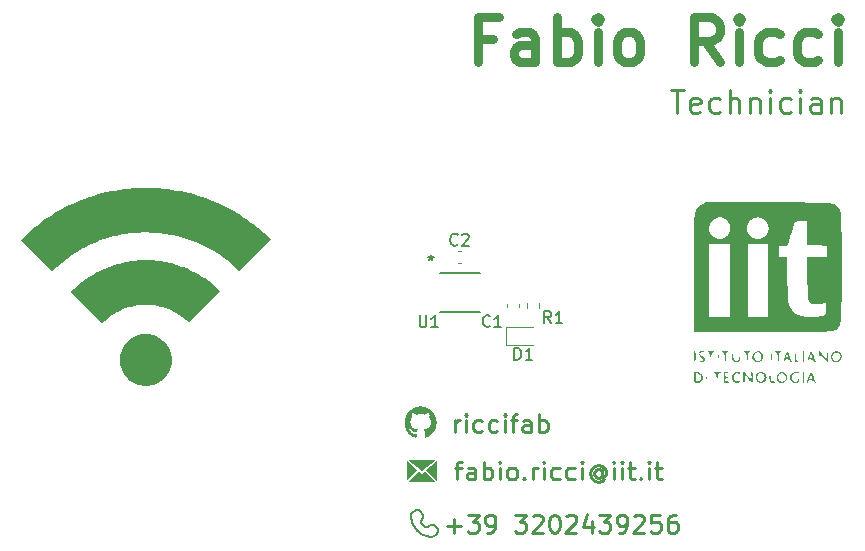
<source format=gbr>
%TF.GenerationSoftware,KiCad,Pcbnew,8.0.2*%
%TF.CreationDate,2024-06-02T14:30:54+02:00*%
%TF.ProjectId,PCB_Business_Card,5043425f-4275-4736-996e-6573735f4361,0*%
%TF.SameCoordinates,Original*%
%TF.FileFunction,Legend,Top*%
%TF.FilePolarity,Positive*%
%FSLAX46Y46*%
G04 Gerber Fmt 4.6, Leading zero omitted, Abs format (unit mm)*
G04 Created by KiCad (PCBNEW 8.0.2) date 2024-06-02 14:30:54*
%MOMM*%
%LPD*%
G01*
G04 APERTURE LIST*
%ADD10C,0.000000*%
%ADD11C,0.211666*%
%ADD12C,0.254000*%
%ADD13C,0.762000*%
%ADD14C,0.150000*%
%ADD15C,0.120000*%
%ADD16C,0.152400*%
G04 APERTURE END LIST*
D10*
G36*
X114904963Y-80627011D02*
G01*
X115280212Y-80640822D01*
X115653964Y-80663816D01*
X116026133Y-80695971D01*
X116396633Y-80737268D01*
X116765376Y-80787684D01*
X117132278Y-80847200D01*
X117497251Y-80915795D01*
X117860210Y-80993448D01*
X118221067Y-81080138D01*
X118579738Y-81175845D01*
X118936135Y-81280548D01*
X119290173Y-81394225D01*
X119641764Y-81516858D01*
X119990824Y-81648424D01*
X120337265Y-81788903D01*
X120668332Y-81932747D01*
X120995178Y-82084110D01*
X121317724Y-82242942D01*
X121635890Y-82409196D01*
X121949598Y-82582824D01*
X122258766Y-82763777D01*
X122563317Y-82952007D01*
X122863170Y-83147465D01*
X123158245Y-83350103D01*
X123448465Y-83559873D01*
X123733748Y-83776727D01*
X124014016Y-84000616D01*
X124289189Y-84231492D01*
X124559188Y-84469306D01*
X124823933Y-84714010D01*
X125083345Y-84965556D01*
X122429850Y-87644974D01*
X122024683Y-87262820D01*
X121604141Y-86903069D01*
X121168975Y-86566033D01*
X120719940Y-86252021D01*
X120257787Y-85961346D01*
X119783269Y-85694316D01*
X119297138Y-85451243D01*
X118800148Y-85232438D01*
X118293050Y-85038211D01*
X117776597Y-84868873D01*
X117251541Y-84724734D01*
X116718636Y-84606106D01*
X116178633Y-84513299D01*
X115632286Y-84446624D01*
X115080346Y-84406391D01*
X114523567Y-84392910D01*
X114239573Y-84396388D01*
X113956743Y-84406810D01*
X113675135Y-84424165D01*
X113394808Y-84448437D01*
X113115820Y-84479613D01*
X112838230Y-84517680D01*
X112562097Y-84562622D01*
X112287479Y-84614428D01*
X112014435Y-84673082D01*
X111743024Y-84738571D01*
X111473305Y-84810881D01*
X111205336Y-84889999D01*
X110939175Y-84975910D01*
X110674882Y-85068601D01*
X110412516Y-85168058D01*
X110152134Y-85274267D01*
X109903184Y-85383179D01*
X109657434Y-85497800D01*
X109414936Y-85618097D01*
X109175742Y-85744034D01*
X108939902Y-85875577D01*
X108707470Y-86012692D01*
X108478497Y-86155344D01*
X108253035Y-86303498D01*
X108031135Y-86457120D01*
X107812849Y-86616176D01*
X107598229Y-86780630D01*
X107387328Y-86950449D01*
X107180195Y-87125598D01*
X106976884Y-87306043D01*
X106777447Y-87491748D01*
X106581934Y-87682679D01*
X103916656Y-85017401D01*
X104177782Y-84762816D01*
X104444145Y-84515181D01*
X104715679Y-84274538D01*
X104992319Y-84040935D01*
X105273998Y-83814415D01*
X105560652Y-83595024D01*
X105852214Y-83382805D01*
X106148620Y-83177805D01*
X106449803Y-82980068D01*
X106755698Y-82789639D01*
X107066240Y-82606563D01*
X107381363Y-82430884D01*
X107701000Y-82262648D01*
X108025087Y-82101899D01*
X108353559Y-81948682D01*
X108686349Y-81803043D01*
X109034960Y-81660459D01*
X109386143Y-81527000D01*
X109739819Y-81402676D01*
X110095908Y-81287497D01*
X110454330Y-81181473D01*
X110815007Y-81084615D01*
X111177859Y-80996933D01*
X111542806Y-80918437D01*
X111909770Y-80849138D01*
X112278670Y-80789045D01*
X112649428Y-80738169D01*
X113021964Y-80696520D01*
X113396199Y-80664109D01*
X113772053Y-80640945D01*
X114149448Y-80627040D01*
X114528303Y-80622402D01*
X114904963Y-80627011D01*
G37*
G36*
X114752367Y-86747525D02*
G01*
X114975606Y-86755797D01*
X115197969Y-86769573D01*
X115419404Y-86788840D01*
X115639858Y-86813589D01*
X115859281Y-86843810D01*
X116077621Y-86879491D01*
X116294825Y-86920624D01*
X116510842Y-86967196D01*
X116725619Y-87019199D01*
X116939106Y-87076621D01*
X117151251Y-87139453D01*
X117362000Y-87207684D01*
X117571304Y-87281303D01*
X117779109Y-87360300D01*
X117985365Y-87444666D01*
X118182481Y-87530463D01*
X118377019Y-87620813D01*
X118568940Y-87715685D01*
X118758206Y-87815048D01*
X118944779Y-87918871D01*
X119128622Y-88027123D01*
X119309697Y-88139772D01*
X119487965Y-88256789D01*
X119663390Y-88378141D01*
X119835933Y-88503799D01*
X120005556Y-88633730D01*
X120172223Y-88767905D01*
X120335893Y-88906292D01*
X120496531Y-89048860D01*
X120654098Y-89195578D01*
X120808557Y-89346415D01*
X118140898Y-92011693D01*
X117956067Y-91836056D01*
X117764128Y-91670674D01*
X117565430Y-91515695D01*
X117360322Y-91371268D01*
X117149152Y-91237542D01*
X116932269Y-91114665D01*
X116710022Y-91002786D01*
X116482758Y-90902052D01*
X116250828Y-90812614D01*
X116014579Y-90734618D01*
X115774361Y-90668215D01*
X115530521Y-90613551D01*
X115283409Y-90570777D01*
X115033372Y-90540040D01*
X114780761Y-90521489D01*
X114525923Y-90515272D01*
X114264654Y-90521737D01*
X114005990Y-90541033D01*
X113750272Y-90573012D01*
X113497844Y-90617525D01*
X113249047Y-90674424D01*
X113004222Y-90743560D01*
X112763712Y-90824785D01*
X112527858Y-90917950D01*
X112297002Y-91022908D01*
X112071486Y-91139509D01*
X111851653Y-91267606D01*
X111637843Y-91407049D01*
X111430399Y-91557690D01*
X111229662Y-91719382D01*
X111035974Y-91891975D01*
X110849678Y-92075320D01*
X108139625Y-89454817D01*
X108295042Y-89297880D01*
X108453734Y-89145223D01*
X108615665Y-88996874D01*
X108780796Y-88852861D01*
X108949088Y-88713212D01*
X109120505Y-88577953D01*
X109295008Y-88447113D01*
X109472559Y-88320719D01*
X109653120Y-88198799D01*
X109836653Y-88081380D01*
X110023120Y-87968490D01*
X110212484Y-87860157D01*
X110404706Y-87756408D01*
X110599748Y-87657272D01*
X110797573Y-87562774D01*
X110998142Y-87472944D01*
X111208402Y-87385154D01*
X111420272Y-87302953D01*
X111633702Y-87226352D01*
X111848645Y-87155360D01*
X112065052Y-87089987D01*
X112282874Y-87030245D01*
X112502063Y-86976144D01*
X112722572Y-86927693D01*
X112944350Y-86884904D01*
X113167350Y-86847786D01*
X113391524Y-86816351D01*
X113616823Y-86790607D01*
X113843199Y-86770567D01*
X114070603Y-86756239D01*
X114298987Y-86747635D01*
X114528303Y-86744765D01*
X114752367Y-86747525D01*
G37*
G36*
X114641568Y-92978393D02*
G01*
X114753346Y-92986893D01*
X114863499Y-93000890D01*
X114971888Y-93020247D01*
X115078376Y-93044824D01*
X115182823Y-93074484D01*
X115285092Y-93109088D01*
X115385045Y-93148498D01*
X115482542Y-93192575D01*
X115577447Y-93241183D01*
X115669619Y-93294181D01*
X115758922Y-93351432D01*
X115845217Y-93412797D01*
X115928365Y-93478139D01*
X116008229Y-93547318D01*
X116084669Y-93620198D01*
X116157549Y-93696638D01*
X116226728Y-93776502D01*
X116292070Y-93859650D01*
X116353435Y-93945945D01*
X116410686Y-94035248D01*
X116463685Y-94127420D01*
X116512292Y-94222325D01*
X116556369Y-94319822D01*
X116595779Y-94419775D01*
X116630383Y-94522044D01*
X116660043Y-94626491D01*
X116684620Y-94732979D01*
X116703977Y-94841368D01*
X116717974Y-94951521D01*
X116726474Y-95063299D01*
X116729338Y-95176564D01*
X116726474Y-95289829D01*
X116717974Y-95401607D01*
X116703977Y-95511759D01*
X116684620Y-95620149D01*
X116660043Y-95726636D01*
X116630383Y-95831084D01*
X116595779Y-95933353D01*
X116556369Y-96033305D01*
X116512292Y-96130803D01*
X116463685Y-96225707D01*
X116410686Y-96317880D01*
X116353435Y-96407183D01*
X116292070Y-96493477D01*
X116226728Y-96576626D01*
X116157549Y-96656489D01*
X116084669Y-96732930D01*
X116008229Y-96805809D01*
X115928365Y-96874989D01*
X115845217Y-96940330D01*
X115758922Y-97001696D01*
X115669619Y-97058947D01*
X115577447Y-97111945D01*
X115482542Y-97160552D01*
X115385045Y-97204630D01*
X115285092Y-97244040D01*
X115182823Y-97278644D01*
X115078376Y-97308304D01*
X114971888Y-97332881D01*
X114863499Y-97352238D01*
X114753346Y-97366235D01*
X114641568Y-97374735D01*
X114528303Y-97377599D01*
X114415038Y-97374735D01*
X114303260Y-97366235D01*
X114193107Y-97352238D01*
X114084718Y-97332881D01*
X113978230Y-97308304D01*
X113873783Y-97278644D01*
X113771514Y-97244040D01*
X113671561Y-97204630D01*
X113574064Y-97160552D01*
X113479160Y-97111945D01*
X113386987Y-97058947D01*
X113297684Y-97001696D01*
X113211389Y-96940330D01*
X113128241Y-96874989D01*
X113048378Y-96805809D01*
X112971937Y-96732930D01*
X112899058Y-96656489D01*
X112829878Y-96576626D01*
X112764537Y-96493477D01*
X112703171Y-96407183D01*
X112645920Y-96317880D01*
X112592922Y-96225707D01*
X112544315Y-96130803D01*
X112500237Y-96033305D01*
X112460827Y-95933353D01*
X112426223Y-95831084D01*
X112396564Y-95726636D01*
X112371986Y-95620149D01*
X112352630Y-95511759D01*
X112338633Y-95401607D01*
X112330133Y-95289829D01*
X112327269Y-95176564D01*
X112330133Y-95063299D01*
X112338633Y-94951521D01*
X112352630Y-94841368D01*
X112371986Y-94732979D01*
X112396564Y-94626491D01*
X112426223Y-94522044D01*
X112460827Y-94419775D01*
X112500237Y-94319822D01*
X112544315Y-94222325D01*
X112592922Y-94127420D01*
X112645920Y-94035248D01*
X112703171Y-93945945D01*
X112764537Y-93859650D01*
X112829878Y-93776502D01*
X112899058Y-93696638D01*
X112971937Y-93620198D01*
X113048378Y-93547318D01*
X113128241Y-93478139D01*
X113211389Y-93412797D01*
X113297684Y-93351432D01*
X113386987Y-93294181D01*
X113479160Y-93241183D01*
X113574064Y-93192575D01*
X113671561Y-93148498D01*
X113771514Y-93109088D01*
X113873783Y-93074484D01*
X113978230Y-93044824D01*
X114084718Y-93020247D01*
X114193107Y-93000890D01*
X114303260Y-92986893D01*
X114415038Y-92978393D01*
X114528303Y-92975530D01*
X114641568Y-92978393D01*
G37*
D11*
X138269995Y-110095253D02*
X137846662Y-109900745D01*
X137806087Y-109873784D02*
X137846662Y-109900745D01*
X137765290Y-109845051D02*
X137806087Y-109873784D01*
X137724300Y-109814495D02*
X137765290Y-109845051D01*
X137683150Y-109782066D02*
X137724300Y-109814495D01*
X137641869Y-109747711D02*
X137683150Y-109782066D01*
X137600488Y-109711379D02*
X137641869Y-109747711D01*
X137559037Y-109673018D02*
X137600488Y-109711379D01*
X137517549Y-109632578D02*
X137559037Y-109673018D01*
X137475681Y-109589585D02*
X137517549Y-109632578D01*
X137436044Y-109546635D02*
X137475681Y-109589585D01*
X137398582Y-109503761D02*
X137436044Y-109546635D01*
X137363236Y-109460998D02*
X137398582Y-109503761D01*
X137329950Y-109418381D02*
X137363236Y-109460998D01*
X137298667Y-109375942D02*
X137329950Y-109418381D01*
X137241879Y-109291739D02*
X137298667Y-109375942D01*
X137192416Y-109208663D02*
X137241879Y-109291739D01*
X137149819Y-109126987D02*
X137192416Y-109208663D01*
X137113632Y-109046984D02*
X137149819Y-109126987D01*
X137083397Y-108968928D02*
X137113632Y-109046984D01*
X137058657Y-108893092D02*
X137083397Y-108968928D01*
X137038954Y-108819749D02*
X137058657Y-108893092D01*
X137023832Y-108749173D02*
X137038954Y-108819749D01*
X137012833Y-108681636D02*
X137023832Y-108749173D01*
X137005499Y-108617413D02*
X137012833Y-108681636D01*
X137001374Y-108556776D02*
X137005499Y-108617413D01*
X137000000Y-108500000D02*
X137001374Y-108556776D01*
X137004795Y-108225646D02*
X137000000Y-108500000D01*
X138301413Y-110103883D02*
X138269995Y-110095253D01*
X138332347Y-110111646D02*
X138301413Y-110103883D01*
X138362777Y-110118578D02*
X138332347Y-110111646D01*
X138392681Y-110124714D02*
X138362777Y-110118578D01*
X138422037Y-110130090D02*
X138392681Y-110124714D01*
X138450826Y-110134742D02*
X138422037Y-110130090D01*
X138479024Y-110138704D02*
X138450826Y-110134742D01*
X138506612Y-110142012D02*
X138479024Y-110138704D01*
X138559870Y-110146809D02*
X138506612Y-110142012D01*
X138610429Y-110149416D02*
X138559870Y-110146809D01*
X138658118Y-110150119D02*
X138610429Y-110149416D01*
X138702769Y-110149200D02*
X138658118Y-110150119D01*
X138732578Y-110147073D02*
X138702769Y-110149200D01*
X138762013Y-110143022D02*
X138732578Y-110147073D01*
X138791057Y-110137133D02*
X138762013Y-110143022D01*
X138819694Y-110129494D02*
X138791057Y-110137133D01*
X138847907Y-110120193D02*
X138819694Y-110129494D01*
X138875679Y-110109316D02*
X138847907Y-110120193D01*
X138902994Y-110096951D02*
X138875679Y-110109316D01*
X138929836Y-110083186D02*
X138902994Y-110096951D01*
X138956187Y-110068108D02*
X138929836Y-110083186D01*
X138982032Y-110051804D02*
X138956187Y-110068108D01*
X139007353Y-110034361D02*
X138982032Y-110051804D01*
X139032133Y-110015868D02*
X139007353Y-110034361D01*
X139056358Y-109996410D02*
X139032133Y-110015868D01*
X139080008Y-109976077D02*
X139056358Y-109996410D01*
X139103069Y-109954954D02*
X139080008Y-109976077D01*
X139125524Y-109933130D02*
X139103069Y-109954954D01*
X139143298Y-109914369D02*
X139125524Y-109933130D01*
X139159771Y-109894977D02*
X139143298Y-109914369D01*
X139174947Y-109875012D02*
X139159771Y-109894977D01*
X139188830Y-109854529D02*
X139174947Y-109875012D01*
X139201427Y-109833584D02*
X139188830Y-109854529D01*
X139212740Y-109812233D02*
X139201427Y-109833584D01*
X139222775Y-109790533D02*
X139212740Y-109812233D01*
X139231537Y-109768539D02*
X139222775Y-109790533D01*
X139239030Y-109746307D02*
X139231537Y-109768539D01*
X139245259Y-109723893D02*
X139239030Y-109746307D01*
X139250229Y-109701354D02*
X139245259Y-109723893D01*
X139253944Y-109678745D02*
X139250229Y-109701354D01*
X139256409Y-109656122D02*
X139253944Y-109678745D01*
X139257629Y-109633541D02*
X139256409Y-109656122D01*
X139257609Y-109611059D02*
X139257629Y-109633541D01*
X139256353Y-109588731D02*
X139257609Y-109611059D01*
X139253866Y-109566613D02*
X139256353Y-109588731D01*
X139250153Y-109544762D02*
X139253866Y-109566613D01*
X139245218Y-109523232D02*
X139250153Y-109544762D01*
X139239066Y-109502081D02*
X139245218Y-109523232D01*
X139231702Y-109481365D02*
X139239066Y-109502081D01*
X139223131Y-109461138D02*
X139231702Y-109481365D01*
X139213357Y-109441458D02*
X139223131Y-109461138D01*
X139202384Y-109422380D02*
X139213357Y-109441458D01*
X139190219Y-109403960D02*
X139202384Y-109422380D01*
X139176865Y-109386255D02*
X139190219Y-109403960D01*
X139162327Y-109369320D02*
X139176865Y-109386255D01*
X139146609Y-109353211D02*
X139162327Y-109369320D01*
X139129718Y-109337985D02*
X139146609Y-109353211D01*
X139111656Y-109323696D02*
X139129718Y-109337985D01*
X139092429Y-109310402D02*
X139111656Y-109323696D01*
X139072042Y-109298159D02*
X139092429Y-109310402D01*
X138907945Y-109206578D02*
X139072042Y-109298159D01*
X138893929Y-109199168D02*
X138907945Y-109206578D01*
X138879662Y-109192434D02*
X138893929Y-109199168D01*
X138865166Y-109186371D02*
X138879662Y-109192434D01*
X138850460Y-109180977D02*
X138865166Y-109186371D01*
X138835563Y-109176247D02*
X138850460Y-109180977D01*
X138820498Y-109172179D02*
X138835563Y-109176247D01*
X138805283Y-109168769D02*
X138820498Y-109172179D01*
X138789938Y-109166014D02*
X138805283Y-109168769D01*
X138774485Y-109163909D02*
X138789938Y-109166014D01*
X138758943Y-109162453D02*
X138774485Y-109163909D01*
X138727672Y-109161468D02*
X138758943Y-109162453D01*
X138696289Y-109163033D02*
X138727672Y-109161468D01*
X138664955Y-109167119D02*
X138696289Y-109163033D01*
X138633830Y-109173700D02*
X138664955Y-109167119D01*
X138603077Y-109182747D02*
X138633830Y-109173700D01*
X138572857Y-109194232D02*
X138603077Y-109182747D01*
X138543331Y-109208129D02*
X138572857Y-109194232D01*
X138514662Y-109224410D02*
X138543331Y-109208129D01*
X138487010Y-109243047D02*
X138514662Y-109224410D01*
X138473617Y-109253240D02*
X138487010Y-109243047D01*
X138460538Y-109264012D02*
X138473617Y-109253240D01*
X138447794Y-109275360D02*
X138460538Y-109264012D01*
X138435406Y-109287279D02*
X138447794Y-109275360D01*
X138428025Y-109293532D02*
X138435406Y-109287279D01*
X138418896Y-109299996D02*
X138428025Y-109293532D01*
X138406199Y-109307510D02*
X138418896Y-109299996D01*
X138389976Y-109315193D02*
X138406199Y-109307510D01*
X138370272Y-109322163D02*
X138389976Y-109315193D01*
X138347129Y-109327541D02*
X138370272Y-109322163D01*
X138320591Y-109330445D02*
X138347129Y-109327541D01*
X138306062Y-109330694D02*
X138320591Y-109330445D01*
X138290700Y-109329994D02*
X138306062Y-109330694D01*
X138274511Y-109328235D02*
X138290700Y-109329994D01*
X138257500Y-109325307D02*
X138274511Y-109328235D01*
X138239673Y-109321099D02*
X138257500Y-109325307D01*
X138221034Y-109315503D02*
X138239673Y-109321099D01*
X138201590Y-109308407D02*
X138221034Y-109315503D01*
X138181346Y-109299701D02*
X138201590Y-109308407D01*
X138160307Y-109289276D02*
X138181346Y-109299701D01*
X138138478Y-109277021D02*
X138160307Y-109289276D01*
X138115866Y-109262825D02*
X138138478Y-109277021D01*
X138092474Y-109246580D02*
X138115866Y-109262825D01*
X138068310Y-109228175D02*
X138092474Y-109246580D01*
X138043377Y-109207499D02*
X138068310Y-109228175D01*
X138017682Y-109184443D02*
X138043377Y-109207499D01*
X137991230Y-109158896D02*
X138017682Y-109184443D01*
X137978135Y-109145571D02*
X137991230Y-109158896D01*
X137965676Y-109132435D02*
X137978135Y-109145571D01*
X137953840Y-109119488D02*
X137965676Y-109132435D01*
X137942614Y-109106732D02*
X137953840Y-109119488D01*
X137931983Y-109094166D02*
X137942614Y-109106732D01*
X137921934Y-109081791D02*
X137931983Y-109094166D01*
X137912452Y-109069609D02*
X137921934Y-109081791D01*
X137903525Y-109057620D02*
X137912452Y-109069609D01*
X137895138Y-109045824D02*
X137903525Y-109057620D01*
X137887278Y-109034222D02*
X137895138Y-109045824D01*
X137879930Y-109022815D02*
X137887278Y-109034222D01*
X137873082Y-109011603D02*
X137879930Y-109022815D01*
X137860827Y-108989769D02*
X137873082Y-109011603D01*
X137850402Y-108968725D02*
X137860827Y-108989769D01*
X137841698Y-108948476D02*
X137850402Y-108968725D01*
X137834605Y-108929029D02*
X137841698Y-108948476D01*
X137829011Y-108910387D02*
X137834605Y-108929029D01*
X137824807Y-108892557D02*
X137829011Y-108910387D01*
X137821883Y-108875545D02*
X137824807Y-108892557D01*
X137820128Y-108859354D02*
X137821883Y-108875545D01*
X137819433Y-108843992D02*
X137820128Y-108859354D01*
X137819686Y-108829463D02*
X137819433Y-108843992D01*
X137820778Y-108815772D02*
X137819686Y-108829463D01*
X137822598Y-108802926D02*
X137820778Y-108815772D01*
X137825037Y-108790928D02*
X137822598Y-108802926D01*
X137827984Y-108779786D02*
X137825037Y-108790928D01*
X137831328Y-108769504D02*
X137827984Y-108779786D01*
X137834960Y-108760088D02*
X137831328Y-108769504D01*
X137838769Y-108751542D02*
X137834960Y-108760088D01*
X137842646Y-108743873D02*
X137838769Y-108751542D01*
X137846479Y-108737086D02*
X137842646Y-108743873D01*
X137850159Y-108731186D02*
X137846479Y-108737086D01*
X137856619Y-108722070D02*
X137850159Y-108731186D01*
X137862848Y-108714721D02*
X137856619Y-108722070D01*
X137886114Y-108689589D02*
X137862848Y-108714721D01*
X137907079Y-108663117D02*
X137886114Y-108689589D01*
X137925716Y-108635465D02*
X137907079Y-108663117D01*
X137941997Y-108606796D02*
X137925716Y-108635465D01*
X137955894Y-108577270D02*
X137941997Y-108606796D01*
X137967380Y-108547050D02*
X137955894Y-108577270D01*
X137976427Y-108516297D02*
X137967380Y-108547050D01*
X137983007Y-108485172D02*
X137976427Y-108516297D01*
X137987093Y-108453837D02*
X137983007Y-108485172D01*
X137988658Y-108422453D02*
X137987093Y-108453837D01*
X137987674Y-108391183D02*
X137988658Y-108422453D01*
X137984113Y-108360188D02*
X137987674Y-108391183D01*
X137977947Y-108329628D02*
X137984113Y-108360188D01*
X137969150Y-108299666D02*
X137977947Y-108329628D01*
X137963755Y-108284960D02*
X137969150Y-108299666D01*
X137957693Y-108270464D02*
X137963755Y-108284960D01*
X137950958Y-108256198D02*
X137957693Y-108270464D01*
X137943549Y-108242182D02*
X137950958Y-108256198D01*
X137851968Y-108078080D02*
X137943549Y-108242182D01*
X137839724Y-108057693D02*
X137851968Y-108078080D01*
X137826429Y-108038468D02*
X137839724Y-108057693D01*
X137812141Y-108020407D02*
X137826429Y-108038468D01*
X137796914Y-108003516D02*
X137812141Y-108020407D01*
X137780805Y-107987799D02*
X137796914Y-108003516D01*
X137763869Y-107973261D02*
X137780805Y-107987799D01*
X137746164Y-107959907D02*
X137763869Y-107973261D01*
X137727744Y-107947742D02*
X137746164Y-107959907D01*
X137708666Y-107936770D02*
X137727744Y-107947742D01*
X137688985Y-107926996D02*
X137708666Y-107936770D01*
X137668759Y-107918425D02*
X137688985Y-107926996D01*
X137648042Y-107911061D02*
X137668759Y-107918425D01*
X137626891Y-107904909D02*
X137648042Y-107911061D01*
X137605361Y-107899975D02*
X137626891Y-107904909D01*
X137583510Y-107896261D02*
X137605361Y-107899975D01*
X137561392Y-107893774D02*
X137583510Y-107896261D01*
X137539064Y-107892518D02*
X137561392Y-107893774D01*
X137516581Y-107892498D02*
X137539064Y-107892518D01*
X137494001Y-107893718D02*
X137516581Y-107892498D01*
X137471378Y-107896184D02*
X137494001Y-107893718D01*
X137448769Y-107899899D02*
X137471378Y-107896184D01*
X137426230Y-107904869D02*
X137448769Y-107899899D01*
X137403817Y-107911098D02*
X137426230Y-107904869D01*
X137381585Y-107918591D02*
X137403817Y-107911098D01*
X137359591Y-107927353D02*
X137381585Y-107918591D01*
X137337891Y-107937388D02*
X137359591Y-107927353D01*
X137316541Y-107948702D02*
X137337891Y-107937388D01*
X137295597Y-107961298D02*
X137316541Y-107948702D01*
X137275114Y-107975182D02*
X137295597Y-107961298D01*
X137255150Y-107990359D02*
X137275114Y-107975182D01*
X137235759Y-108006832D02*
X137255150Y-107990359D01*
X137004795Y-108225646D02*
X137235759Y-108006832D01*
D12*
X140047185Y-109231792D02*
X141190043Y-109231792D01*
X140618614Y-109803220D02*
X140618614Y-108660363D01*
X141761471Y-108303220D02*
X142690043Y-108303220D01*
X142690043Y-108303220D02*
X142190043Y-108874649D01*
X142190043Y-108874649D02*
X142404328Y-108874649D01*
X142404328Y-108874649D02*
X142547186Y-108946077D01*
X142547186Y-108946077D02*
X142618614Y-109017506D01*
X142618614Y-109017506D02*
X142690043Y-109160363D01*
X142690043Y-109160363D02*
X142690043Y-109517506D01*
X142690043Y-109517506D02*
X142618614Y-109660363D01*
X142618614Y-109660363D02*
X142547186Y-109731792D01*
X142547186Y-109731792D02*
X142404328Y-109803220D01*
X142404328Y-109803220D02*
X141975757Y-109803220D01*
X141975757Y-109803220D02*
X141832900Y-109731792D01*
X141832900Y-109731792D02*
X141761471Y-109660363D01*
X143404328Y-109803220D02*
X143690042Y-109803220D01*
X143690042Y-109803220D02*
X143832899Y-109731792D01*
X143832899Y-109731792D02*
X143904328Y-109660363D01*
X143904328Y-109660363D02*
X144047185Y-109446077D01*
X144047185Y-109446077D02*
X144118614Y-109160363D01*
X144118614Y-109160363D02*
X144118614Y-108588934D01*
X144118614Y-108588934D02*
X144047185Y-108446077D01*
X144047185Y-108446077D02*
X143975757Y-108374649D01*
X143975757Y-108374649D02*
X143832899Y-108303220D01*
X143832899Y-108303220D02*
X143547185Y-108303220D01*
X143547185Y-108303220D02*
X143404328Y-108374649D01*
X143404328Y-108374649D02*
X143332899Y-108446077D01*
X143332899Y-108446077D02*
X143261471Y-108588934D01*
X143261471Y-108588934D02*
X143261471Y-108946077D01*
X143261471Y-108946077D02*
X143332899Y-109088934D01*
X143332899Y-109088934D02*
X143404328Y-109160363D01*
X143404328Y-109160363D02*
X143547185Y-109231792D01*
X143547185Y-109231792D02*
X143832899Y-109231792D01*
X143832899Y-109231792D02*
X143975757Y-109160363D01*
X143975757Y-109160363D02*
X144047185Y-109088934D01*
X144047185Y-109088934D02*
X144118614Y-108946077D01*
X145761470Y-108303220D02*
X146690042Y-108303220D01*
X146690042Y-108303220D02*
X146190042Y-108874649D01*
X146190042Y-108874649D02*
X146404327Y-108874649D01*
X146404327Y-108874649D02*
X146547185Y-108946077D01*
X146547185Y-108946077D02*
X146618613Y-109017506D01*
X146618613Y-109017506D02*
X146690042Y-109160363D01*
X146690042Y-109160363D02*
X146690042Y-109517506D01*
X146690042Y-109517506D02*
X146618613Y-109660363D01*
X146618613Y-109660363D02*
X146547185Y-109731792D01*
X146547185Y-109731792D02*
X146404327Y-109803220D01*
X146404327Y-109803220D02*
X145975756Y-109803220D01*
X145975756Y-109803220D02*
X145832899Y-109731792D01*
X145832899Y-109731792D02*
X145761470Y-109660363D01*
X147261470Y-108446077D02*
X147332898Y-108374649D01*
X147332898Y-108374649D02*
X147475756Y-108303220D01*
X147475756Y-108303220D02*
X147832898Y-108303220D01*
X147832898Y-108303220D02*
X147975756Y-108374649D01*
X147975756Y-108374649D02*
X148047184Y-108446077D01*
X148047184Y-108446077D02*
X148118613Y-108588934D01*
X148118613Y-108588934D02*
X148118613Y-108731792D01*
X148118613Y-108731792D02*
X148047184Y-108946077D01*
X148047184Y-108946077D02*
X147190041Y-109803220D01*
X147190041Y-109803220D02*
X148118613Y-109803220D01*
X149047184Y-108303220D02*
X149190041Y-108303220D01*
X149190041Y-108303220D02*
X149332898Y-108374649D01*
X149332898Y-108374649D02*
X149404327Y-108446077D01*
X149404327Y-108446077D02*
X149475755Y-108588934D01*
X149475755Y-108588934D02*
X149547184Y-108874649D01*
X149547184Y-108874649D02*
X149547184Y-109231792D01*
X149547184Y-109231792D02*
X149475755Y-109517506D01*
X149475755Y-109517506D02*
X149404327Y-109660363D01*
X149404327Y-109660363D02*
X149332898Y-109731792D01*
X149332898Y-109731792D02*
X149190041Y-109803220D01*
X149190041Y-109803220D02*
X149047184Y-109803220D01*
X149047184Y-109803220D02*
X148904327Y-109731792D01*
X148904327Y-109731792D02*
X148832898Y-109660363D01*
X148832898Y-109660363D02*
X148761469Y-109517506D01*
X148761469Y-109517506D02*
X148690041Y-109231792D01*
X148690041Y-109231792D02*
X148690041Y-108874649D01*
X148690041Y-108874649D02*
X148761469Y-108588934D01*
X148761469Y-108588934D02*
X148832898Y-108446077D01*
X148832898Y-108446077D02*
X148904327Y-108374649D01*
X148904327Y-108374649D02*
X149047184Y-108303220D01*
X150118612Y-108446077D02*
X150190040Y-108374649D01*
X150190040Y-108374649D02*
X150332898Y-108303220D01*
X150332898Y-108303220D02*
X150690040Y-108303220D01*
X150690040Y-108303220D02*
X150832898Y-108374649D01*
X150832898Y-108374649D02*
X150904326Y-108446077D01*
X150904326Y-108446077D02*
X150975755Y-108588934D01*
X150975755Y-108588934D02*
X150975755Y-108731792D01*
X150975755Y-108731792D02*
X150904326Y-108946077D01*
X150904326Y-108946077D02*
X150047183Y-109803220D01*
X150047183Y-109803220D02*
X150975755Y-109803220D01*
X152261469Y-108803220D02*
X152261469Y-109803220D01*
X151904326Y-108231792D02*
X151547183Y-109303220D01*
X151547183Y-109303220D02*
X152475754Y-109303220D01*
X152904325Y-108303220D02*
X153832897Y-108303220D01*
X153832897Y-108303220D02*
X153332897Y-108874649D01*
X153332897Y-108874649D02*
X153547182Y-108874649D01*
X153547182Y-108874649D02*
X153690040Y-108946077D01*
X153690040Y-108946077D02*
X153761468Y-109017506D01*
X153761468Y-109017506D02*
X153832897Y-109160363D01*
X153832897Y-109160363D02*
X153832897Y-109517506D01*
X153832897Y-109517506D02*
X153761468Y-109660363D01*
X153761468Y-109660363D02*
X153690040Y-109731792D01*
X153690040Y-109731792D02*
X153547182Y-109803220D01*
X153547182Y-109803220D02*
X153118611Y-109803220D01*
X153118611Y-109803220D02*
X152975754Y-109731792D01*
X152975754Y-109731792D02*
X152904325Y-109660363D01*
X154547182Y-109803220D02*
X154832896Y-109803220D01*
X154832896Y-109803220D02*
X154975753Y-109731792D01*
X154975753Y-109731792D02*
X155047182Y-109660363D01*
X155047182Y-109660363D02*
X155190039Y-109446077D01*
X155190039Y-109446077D02*
X155261468Y-109160363D01*
X155261468Y-109160363D02*
X155261468Y-108588934D01*
X155261468Y-108588934D02*
X155190039Y-108446077D01*
X155190039Y-108446077D02*
X155118611Y-108374649D01*
X155118611Y-108374649D02*
X154975753Y-108303220D01*
X154975753Y-108303220D02*
X154690039Y-108303220D01*
X154690039Y-108303220D02*
X154547182Y-108374649D01*
X154547182Y-108374649D02*
X154475753Y-108446077D01*
X154475753Y-108446077D02*
X154404325Y-108588934D01*
X154404325Y-108588934D02*
X154404325Y-108946077D01*
X154404325Y-108946077D02*
X154475753Y-109088934D01*
X154475753Y-109088934D02*
X154547182Y-109160363D01*
X154547182Y-109160363D02*
X154690039Y-109231792D01*
X154690039Y-109231792D02*
X154975753Y-109231792D01*
X154975753Y-109231792D02*
X155118611Y-109160363D01*
X155118611Y-109160363D02*
X155190039Y-109088934D01*
X155190039Y-109088934D02*
X155261468Y-108946077D01*
X155832896Y-108446077D02*
X155904324Y-108374649D01*
X155904324Y-108374649D02*
X156047182Y-108303220D01*
X156047182Y-108303220D02*
X156404324Y-108303220D01*
X156404324Y-108303220D02*
X156547182Y-108374649D01*
X156547182Y-108374649D02*
X156618610Y-108446077D01*
X156618610Y-108446077D02*
X156690039Y-108588934D01*
X156690039Y-108588934D02*
X156690039Y-108731792D01*
X156690039Y-108731792D02*
X156618610Y-108946077D01*
X156618610Y-108946077D02*
X155761467Y-109803220D01*
X155761467Y-109803220D02*
X156690039Y-109803220D01*
X158047181Y-108303220D02*
X157332895Y-108303220D01*
X157332895Y-108303220D02*
X157261467Y-109017506D01*
X157261467Y-109017506D02*
X157332895Y-108946077D01*
X157332895Y-108946077D02*
X157475753Y-108874649D01*
X157475753Y-108874649D02*
X157832895Y-108874649D01*
X157832895Y-108874649D02*
X157975753Y-108946077D01*
X157975753Y-108946077D02*
X158047181Y-109017506D01*
X158047181Y-109017506D02*
X158118610Y-109160363D01*
X158118610Y-109160363D02*
X158118610Y-109517506D01*
X158118610Y-109517506D02*
X158047181Y-109660363D01*
X158047181Y-109660363D02*
X157975753Y-109731792D01*
X157975753Y-109731792D02*
X157832895Y-109803220D01*
X157832895Y-109803220D02*
X157475753Y-109803220D01*
X157475753Y-109803220D02*
X157332895Y-109731792D01*
X157332895Y-109731792D02*
X157261467Y-109660363D01*
X159404324Y-108303220D02*
X159118609Y-108303220D01*
X159118609Y-108303220D02*
X158975752Y-108374649D01*
X158975752Y-108374649D02*
X158904324Y-108446077D01*
X158904324Y-108446077D02*
X158761466Y-108660363D01*
X158761466Y-108660363D02*
X158690038Y-108946077D01*
X158690038Y-108946077D02*
X158690038Y-109517506D01*
X158690038Y-109517506D02*
X158761466Y-109660363D01*
X158761466Y-109660363D02*
X158832895Y-109731792D01*
X158832895Y-109731792D02*
X158975752Y-109803220D01*
X158975752Y-109803220D02*
X159261466Y-109803220D01*
X159261466Y-109803220D02*
X159404324Y-109731792D01*
X159404324Y-109731792D02*
X159475752Y-109660363D01*
X159475752Y-109660363D02*
X159547181Y-109517506D01*
X159547181Y-109517506D02*
X159547181Y-109160363D01*
X159547181Y-109160363D02*
X159475752Y-109017506D01*
X159475752Y-109017506D02*
X159404324Y-108946077D01*
X159404324Y-108946077D02*
X159261466Y-108874649D01*
X159261466Y-108874649D02*
X158975752Y-108874649D01*
X158975752Y-108874649D02*
X158832895Y-108946077D01*
X158832895Y-108946077D02*
X158761466Y-109017506D01*
X158761466Y-109017506D02*
X158690038Y-109160363D01*
X140690036Y-104303220D02*
X141261464Y-104303220D01*
X140904321Y-105303220D02*
X140904321Y-104017506D01*
X140904321Y-104017506D02*
X140975750Y-103874649D01*
X140975750Y-103874649D02*
X141118607Y-103803220D01*
X141118607Y-103803220D02*
X141261464Y-103803220D01*
X142404322Y-105303220D02*
X142404322Y-104517506D01*
X142404322Y-104517506D02*
X142332893Y-104374649D01*
X142332893Y-104374649D02*
X142190036Y-104303220D01*
X142190036Y-104303220D02*
X141904322Y-104303220D01*
X141904322Y-104303220D02*
X141761464Y-104374649D01*
X142404322Y-105231792D02*
X142261464Y-105303220D01*
X142261464Y-105303220D02*
X141904322Y-105303220D01*
X141904322Y-105303220D02*
X141761464Y-105231792D01*
X141761464Y-105231792D02*
X141690036Y-105088934D01*
X141690036Y-105088934D02*
X141690036Y-104946077D01*
X141690036Y-104946077D02*
X141761464Y-104803220D01*
X141761464Y-104803220D02*
X141904322Y-104731792D01*
X141904322Y-104731792D02*
X142261464Y-104731792D01*
X142261464Y-104731792D02*
X142404322Y-104660363D01*
X143118607Y-105303220D02*
X143118607Y-103803220D01*
X143118607Y-104374649D02*
X143261465Y-104303220D01*
X143261465Y-104303220D02*
X143547179Y-104303220D01*
X143547179Y-104303220D02*
X143690036Y-104374649D01*
X143690036Y-104374649D02*
X143761465Y-104446077D01*
X143761465Y-104446077D02*
X143832893Y-104588934D01*
X143832893Y-104588934D02*
X143832893Y-105017506D01*
X143832893Y-105017506D02*
X143761465Y-105160363D01*
X143761465Y-105160363D02*
X143690036Y-105231792D01*
X143690036Y-105231792D02*
X143547179Y-105303220D01*
X143547179Y-105303220D02*
X143261465Y-105303220D01*
X143261465Y-105303220D02*
X143118607Y-105231792D01*
X144475750Y-105303220D02*
X144475750Y-104303220D01*
X144475750Y-103803220D02*
X144404322Y-103874649D01*
X144404322Y-103874649D02*
X144475750Y-103946077D01*
X144475750Y-103946077D02*
X144547179Y-103874649D01*
X144547179Y-103874649D02*
X144475750Y-103803220D01*
X144475750Y-103803220D02*
X144475750Y-103946077D01*
X145404322Y-105303220D02*
X145261465Y-105231792D01*
X145261465Y-105231792D02*
X145190036Y-105160363D01*
X145190036Y-105160363D02*
X145118608Y-105017506D01*
X145118608Y-105017506D02*
X145118608Y-104588934D01*
X145118608Y-104588934D02*
X145190036Y-104446077D01*
X145190036Y-104446077D02*
X145261465Y-104374649D01*
X145261465Y-104374649D02*
X145404322Y-104303220D01*
X145404322Y-104303220D02*
X145618608Y-104303220D01*
X145618608Y-104303220D02*
X145761465Y-104374649D01*
X145761465Y-104374649D02*
X145832894Y-104446077D01*
X145832894Y-104446077D02*
X145904322Y-104588934D01*
X145904322Y-104588934D02*
X145904322Y-105017506D01*
X145904322Y-105017506D02*
X145832894Y-105160363D01*
X145832894Y-105160363D02*
X145761465Y-105231792D01*
X145761465Y-105231792D02*
X145618608Y-105303220D01*
X145618608Y-105303220D02*
X145404322Y-105303220D01*
X146547179Y-105160363D02*
X146618608Y-105231792D01*
X146618608Y-105231792D02*
X146547179Y-105303220D01*
X146547179Y-105303220D02*
X146475751Y-105231792D01*
X146475751Y-105231792D02*
X146547179Y-105160363D01*
X146547179Y-105160363D02*
X146547179Y-105303220D01*
X147261465Y-105303220D02*
X147261465Y-104303220D01*
X147261465Y-104588934D02*
X147332894Y-104446077D01*
X147332894Y-104446077D02*
X147404323Y-104374649D01*
X147404323Y-104374649D02*
X147547180Y-104303220D01*
X147547180Y-104303220D02*
X147690037Y-104303220D01*
X148190036Y-105303220D02*
X148190036Y-104303220D01*
X148190036Y-103803220D02*
X148118608Y-103874649D01*
X148118608Y-103874649D02*
X148190036Y-103946077D01*
X148190036Y-103946077D02*
X148261465Y-103874649D01*
X148261465Y-103874649D02*
X148190036Y-103803220D01*
X148190036Y-103803220D02*
X148190036Y-103946077D01*
X149547180Y-105231792D02*
X149404322Y-105303220D01*
X149404322Y-105303220D02*
X149118608Y-105303220D01*
X149118608Y-105303220D02*
X148975751Y-105231792D01*
X148975751Y-105231792D02*
X148904322Y-105160363D01*
X148904322Y-105160363D02*
X148832894Y-105017506D01*
X148832894Y-105017506D02*
X148832894Y-104588934D01*
X148832894Y-104588934D02*
X148904322Y-104446077D01*
X148904322Y-104446077D02*
X148975751Y-104374649D01*
X148975751Y-104374649D02*
X149118608Y-104303220D01*
X149118608Y-104303220D02*
X149404322Y-104303220D01*
X149404322Y-104303220D02*
X149547180Y-104374649D01*
X150832894Y-105231792D02*
X150690036Y-105303220D01*
X150690036Y-105303220D02*
X150404322Y-105303220D01*
X150404322Y-105303220D02*
X150261465Y-105231792D01*
X150261465Y-105231792D02*
X150190036Y-105160363D01*
X150190036Y-105160363D02*
X150118608Y-105017506D01*
X150118608Y-105017506D02*
X150118608Y-104588934D01*
X150118608Y-104588934D02*
X150190036Y-104446077D01*
X150190036Y-104446077D02*
X150261465Y-104374649D01*
X150261465Y-104374649D02*
X150404322Y-104303220D01*
X150404322Y-104303220D02*
X150690036Y-104303220D01*
X150690036Y-104303220D02*
X150832894Y-104374649D01*
X151475750Y-105303220D02*
X151475750Y-104303220D01*
X151475750Y-103803220D02*
X151404322Y-103874649D01*
X151404322Y-103874649D02*
X151475750Y-103946077D01*
X151475750Y-103946077D02*
X151547179Y-103874649D01*
X151547179Y-103874649D02*
X151475750Y-103803220D01*
X151475750Y-103803220D02*
X151475750Y-103946077D01*
X153118608Y-104588934D02*
X153047179Y-104517506D01*
X153047179Y-104517506D02*
X152904322Y-104446077D01*
X152904322Y-104446077D02*
X152761465Y-104446077D01*
X152761465Y-104446077D02*
X152618608Y-104517506D01*
X152618608Y-104517506D02*
X152547179Y-104588934D01*
X152547179Y-104588934D02*
X152475751Y-104731792D01*
X152475751Y-104731792D02*
X152475751Y-104874649D01*
X152475751Y-104874649D02*
X152547179Y-105017506D01*
X152547179Y-105017506D02*
X152618608Y-105088934D01*
X152618608Y-105088934D02*
X152761465Y-105160363D01*
X152761465Y-105160363D02*
X152904322Y-105160363D01*
X152904322Y-105160363D02*
X153047179Y-105088934D01*
X153047179Y-105088934D02*
X153118608Y-105017506D01*
X153118608Y-104446077D02*
X153118608Y-105017506D01*
X153118608Y-105017506D02*
X153190036Y-105088934D01*
X153190036Y-105088934D02*
X153261465Y-105088934D01*
X153261465Y-105088934D02*
X153404322Y-105017506D01*
X153404322Y-105017506D02*
X153475751Y-104874649D01*
X153475751Y-104874649D02*
X153475751Y-104517506D01*
X153475751Y-104517506D02*
X153332894Y-104303220D01*
X153332894Y-104303220D02*
X153118608Y-104160363D01*
X153118608Y-104160363D02*
X152832894Y-104088934D01*
X152832894Y-104088934D02*
X152547179Y-104160363D01*
X152547179Y-104160363D02*
X152332894Y-104303220D01*
X152332894Y-104303220D02*
X152190036Y-104517506D01*
X152190036Y-104517506D02*
X152118608Y-104803220D01*
X152118608Y-104803220D02*
X152190036Y-105088934D01*
X152190036Y-105088934D02*
X152332894Y-105303220D01*
X152332894Y-105303220D02*
X152547179Y-105446077D01*
X152547179Y-105446077D02*
X152832894Y-105517506D01*
X152832894Y-105517506D02*
X153118608Y-105446077D01*
X153118608Y-105446077D02*
X153332894Y-105303220D01*
X154118607Y-105303220D02*
X154118607Y-104303220D01*
X154118607Y-103803220D02*
X154047179Y-103874649D01*
X154047179Y-103874649D02*
X154118607Y-103946077D01*
X154118607Y-103946077D02*
X154190036Y-103874649D01*
X154190036Y-103874649D02*
X154118607Y-103803220D01*
X154118607Y-103803220D02*
X154118607Y-103946077D01*
X154832893Y-105303220D02*
X154832893Y-104303220D01*
X154832893Y-103803220D02*
X154761465Y-103874649D01*
X154761465Y-103874649D02*
X154832893Y-103946077D01*
X154832893Y-103946077D02*
X154904322Y-103874649D01*
X154904322Y-103874649D02*
X154832893Y-103803220D01*
X154832893Y-103803220D02*
X154832893Y-103946077D01*
X155332894Y-104303220D02*
X155904322Y-104303220D01*
X155547179Y-103803220D02*
X155547179Y-105088934D01*
X155547179Y-105088934D02*
X155618608Y-105231792D01*
X155618608Y-105231792D02*
X155761465Y-105303220D01*
X155761465Y-105303220D02*
X155904322Y-105303220D01*
X156404322Y-105160363D02*
X156475751Y-105231792D01*
X156475751Y-105231792D02*
X156404322Y-105303220D01*
X156404322Y-105303220D02*
X156332894Y-105231792D01*
X156332894Y-105231792D02*
X156404322Y-105160363D01*
X156404322Y-105160363D02*
X156404322Y-105303220D01*
X157118608Y-105303220D02*
X157118608Y-104303220D01*
X157118608Y-103803220D02*
X157047180Y-103874649D01*
X157047180Y-103874649D02*
X157118608Y-103946077D01*
X157118608Y-103946077D02*
X157190037Y-103874649D01*
X157190037Y-103874649D02*
X157118608Y-103803220D01*
X157118608Y-103803220D02*
X157118608Y-103946077D01*
X157618609Y-104303220D02*
X158190037Y-104303220D01*
X157832894Y-103803220D02*
X157832894Y-105088934D01*
X157832894Y-105088934D02*
X157904323Y-105231792D01*
X157904323Y-105231792D02*
X158047180Y-105303220D01*
X158047180Y-105303220D02*
X158190037Y-105303220D01*
D10*
G36*
X137885207Y-104586679D02*
G01*
X136694582Y-103632669D01*
X139075832Y-103632669D01*
X137885207Y-104586679D01*
G37*
G36*
X139155207Y-105349868D02*
G01*
X139155166Y-105353473D01*
X139155044Y-105357054D01*
X139154844Y-105360612D01*
X139154570Y-105364147D01*
X139153813Y-105371153D01*
X139152795Y-105378076D01*
X139151544Y-105384921D01*
X139150083Y-105391693D01*
X139148438Y-105398396D01*
X139146634Y-105405035D01*
X138273352Y-104497064D01*
X139155207Y-103780466D01*
X139155207Y-105349868D01*
G37*
G36*
X137500000Y-104500000D02*
G01*
X136623780Y-105405035D01*
X136621976Y-105398396D01*
X136620331Y-105391693D01*
X136618870Y-105384921D01*
X136617618Y-105378076D01*
X136616601Y-105371153D01*
X136615843Y-105364147D01*
X136615570Y-105360612D01*
X136615370Y-105357054D01*
X136615248Y-105353473D01*
X136615207Y-105349868D01*
X136615207Y-103776815D01*
X137500000Y-104500000D01*
G37*
G36*
X139043368Y-105538464D02*
G01*
X136703709Y-105538464D01*
X137621999Y-104598424D01*
X137885207Y-104816626D01*
X138141984Y-104596838D01*
X139043368Y-105538464D01*
G37*
G36*
X137852103Y-99125407D02*
G01*
X137920921Y-99130636D01*
X137988736Y-99139247D01*
X138055463Y-99151155D01*
X138121016Y-99166275D01*
X138185311Y-99184523D01*
X138248263Y-99205813D01*
X138309787Y-99230060D01*
X138369798Y-99257180D01*
X138428210Y-99287087D01*
X138484940Y-99319697D01*
X138539902Y-99354924D01*
X138593011Y-99392684D01*
X138644181Y-99432891D01*
X138693330Y-99475461D01*
X138740370Y-99520308D01*
X138785218Y-99567349D01*
X138827787Y-99616497D01*
X138867995Y-99667668D01*
X138905754Y-99720776D01*
X138940981Y-99775738D01*
X138973591Y-99832468D01*
X139003498Y-99890881D01*
X139030618Y-99950891D01*
X139054865Y-100012415D01*
X139076155Y-100075367D01*
X139094403Y-100139662D01*
X139109523Y-100205215D01*
X139121431Y-100271942D01*
X139130042Y-100339757D01*
X139135271Y-100408575D01*
X139137033Y-100478312D01*
X139135904Y-100534080D01*
X139132548Y-100589279D01*
X139127007Y-100643865D01*
X139119326Y-100697793D01*
X139109549Y-100751021D01*
X139097720Y-100803505D01*
X139083883Y-100855200D01*
X139068083Y-100906063D01*
X139050362Y-100956051D01*
X139030766Y-101005120D01*
X139009338Y-101053225D01*
X138986121Y-101100324D01*
X138961162Y-101146372D01*
X138934502Y-101191326D01*
X138906187Y-101235142D01*
X138876260Y-101277777D01*
X138844765Y-101319186D01*
X138811747Y-101359326D01*
X138777249Y-101398153D01*
X138741316Y-101435624D01*
X138703991Y-101471694D01*
X138665318Y-101506321D01*
X138625342Y-101539460D01*
X138584107Y-101571067D01*
X138541656Y-101601100D01*
X138498034Y-101629513D01*
X138453284Y-101656264D01*
X138407451Y-101681309D01*
X138360579Y-101704604D01*
X138312712Y-101726105D01*
X138263893Y-101745769D01*
X138214167Y-101763552D01*
X138207940Y-101764660D01*
X138201959Y-101765452D01*
X138196219Y-101765940D01*
X138190718Y-101766135D01*
X138185453Y-101766048D01*
X138180420Y-101765691D01*
X138175617Y-101765076D01*
X138171040Y-101764213D01*
X138166686Y-101763115D01*
X138162552Y-101761792D01*
X138158636Y-101760257D01*
X138154933Y-101758521D01*
X138151441Y-101756595D01*
X138148157Y-101754491D01*
X138145078Y-101752220D01*
X138142200Y-101749793D01*
X138139521Y-101747223D01*
X138137036Y-101744520D01*
X138134745Y-101741697D01*
X138132642Y-101738763D01*
X138130725Y-101735732D01*
X138128991Y-101732615D01*
X138127438Y-101729422D01*
X138126060Y-101726166D01*
X138124857Y-101722858D01*
X138123824Y-101719509D01*
X138122958Y-101716131D01*
X138122257Y-101712735D01*
X138121717Y-101709333D01*
X138121335Y-101705937D01*
X138121033Y-101699205D01*
X138122727Y-101326672D01*
X138122239Y-101303393D01*
X138120812Y-101281176D01*
X138118496Y-101260011D01*
X138115345Y-101239888D01*
X138111409Y-101220797D01*
X138106742Y-101202728D01*
X138101396Y-101185670D01*
X138095422Y-101169615D01*
X138088872Y-101154552D01*
X138081799Y-101140471D01*
X138074255Y-101127363D01*
X138066291Y-101115217D01*
X138057960Y-101104023D01*
X138049315Y-101093772D01*
X138040406Y-101084454D01*
X138031287Y-101076058D01*
X138087899Y-101068677D01*
X138144383Y-101058917D01*
X138200251Y-101046304D01*
X138255018Y-101030365D01*
X138308198Y-101010626D01*
X138359304Y-100986613D01*
X138383927Y-100972855D01*
X138407850Y-100957852D01*
X138431011Y-100941543D01*
X138453350Y-100923870D01*
X138474806Y-100904773D01*
X138495318Y-100884193D01*
X138514825Y-100862070D01*
X138533267Y-100838347D01*
X138550583Y-100812962D01*
X138566712Y-100785858D01*
X138581594Y-100756974D01*
X138595166Y-100726253D01*
X138607370Y-100693633D01*
X138618144Y-100659057D01*
X138627427Y-100622465D01*
X138635158Y-100583798D01*
X138641277Y-100542996D01*
X138645723Y-100500000D01*
X138648436Y-100454752D01*
X138649353Y-100407192D01*
X138648743Y-100379588D01*
X138646929Y-100352654D01*
X138643940Y-100326385D01*
X138639802Y-100300776D01*
X138634543Y-100275822D01*
X138628190Y-100251517D01*
X138620770Y-100227858D01*
X138612312Y-100204838D01*
X138602841Y-100182454D01*
X138592385Y-100160699D01*
X138580972Y-100139570D01*
X138568629Y-100119060D01*
X138555383Y-100099166D01*
X138541261Y-100079882D01*
X138526291Y-100061203D01*
X138510500Y-100043125D01*
X138516863Y-100025616D01*
X138524576Y-99998940D01*
X138528368Y-99982374D01*
X138531812Y-99963770D01*
X138534681Y-99943211D01*
X138536747Y-99920782D01*
X138537780Y-99896566D01*
X138537554Y-99870650D01*
X138535839Y-99843116D01*
X138532407Y-99814049D01*
X138527031Y-99783533D01*
X138519483Y-99751653D01*
X138509533Y-99718494D01*
X138496953Y-99684138D01*
X138491572Y-99682882D01*
X138475178Y-99681069D01*
X138462733Y-99680872D01*
X138447393Y-99681638D01*
X138429112Y-99683733D01*
X138407842Y-99687525D01*
X138383535Y-99693381D01*
X138356145Y-99701667D01*
X138325625Y-99712751D01*
X138291928Y-99727001D01*
X138255005Y-99744782D01*
X138214812Y-99766463D01*
X138171299Y-99792411D01*
X138124420Y-99822992D01*
X138083476Y-99812276D01*
X138041976Y-99802989D01*
X138000000Y-99795131D01*
X137957627Y-99788702D01*
X137914936Y-99783701D01*
X137872007Y-99780129D01*
X137828920Y-99777986D01*
X137785753Y-99777272D01*
X137742587Y-99777986D01*
X137699499Y-99780129D01*
X137656570Y-99783701D01*
X137613880Y-99788702D01*
X137571507Y-99795131D01*
X137529531Y-99802989D01*
X137488031Y-99812276D01*
X137447087Y-99822992D01*
X137423224Y-99807248D01*
X137400208Y-99792690D01*
X137378034Y-99779272D01*
X137356695Y-99766950D01*
X137336186Y-99755678D01*
X137316501Y-99745411D01*
X137297634Y-99736105D01*
X137279579Y-99727715D01*
X137262330Y-99720196D01*
X137245881Y-99713502D01*
X137230227Y-99707588D01*
X137215361Y-99702411D01*
X137201278Y-99697924D01*
X137187971Y-99694084D01*
X137175436Y-99690844D01*
X137163665Y-99688160D01*
X137152653Y-99685987D01*
X137142395Y-99684280D01*
X137132883Y-99682994D01*
X137124113Y-99682084D01*
X137116078Y-99681506D01*
X137108773Y-99681213D01*
X137096328Y-99681307D01*
X137086731Y-99682006D01*
X137079934Y-99682951D01*
X137074553Y-99684138D01*
X137067921Y-99701460D01*
X137061974Y-99718494D01*
X137056685Y-99735228D01*
X137052024Y-99751653D01*
X137047964Y-99767759D01*
X137044475Y-99783533D01*
X137041530Y-99798967D01*
X137039099Y-99814049D01*
X137037155Y-99828769D01*
X137035668Y-99843116D01*
X137034610Y-99857080D01*
X137033953Y-99870650D01*
X137033726Y-99896566D01*
X137034760Y-99920782D01*
X137036825Y-99943211D01*
X137039694Y-99963770D01*
X137043139Y-99982374D01*
X137046931Y-99998940D01*
X137050842Y-100013382D01*
X137054643Y-100025616D01*
X137061007Y-100043125D01*
X137045216Y-100061222D01*
X137030246Y-100079952D01*
X137016124Y-100099311D01*
X137002878Y-100119298D01*
X136990534Y-100139911D01*
X136979121Y-100161146D01*
X136968666Y-100183001D01*
X136959195Y-100205473D01*
X136950736Y-100228561D01*
X136943317Y-100252262D01*
X136936964Y-100276572D01*
X136931705Y-100301491D01*
X136927567Y-100327014D01*
X136924578Y-100353141D01*
X136922764Y-100379867D01*
X136922153Y-100407192D01*
X136923066Y-100454603D01*
X136925764Y-100499721D01*
X136930187Y-100542605D01*
X136936275Y-100583312D01*
X136943969Y-100621900D01*
X136953206Y-100658428D01*
X136963929Y-100692955D01*
X136976075Y-100725538D01*
X136989586Y-100756236D01*
X137004402Y-100785108D01*
X137020461Y-100812210D01*
X137037703Y-100837603D01*
X137056070Y-100861343D01*
X137075500Y-100883490D01*
X137095933Y-100904101D01*
X137117310Y-100923235D01*
X137139570Y-100940950D01*
X137162652Y-100957305D01*
X137186497Y-100972358D01*
X137211045Y-100986166D01*
X137236236Y-100998789D01*
X137262008Y-101010284D01*
X137315060Y-101030127D01*
X137369718Y-101046159D01*
X137425503Y-101058847D01*
X137481933Y-101068658D01*
X137538527Y-101076058D01*
X137531269Y-101082707D01*
X137524120Y-101089955D01*
X137517110Y-101097809D01*
X137510269Y-101106274D01*
X137503626Y-101115353D01*
X137497212Y-101125052D01*
X137491055Y-101135377D01*
X137485187Y-101146332D01*
X137479635Y-101157921D01*
X137474431Y-101170151D01*
X137469604Y-101183025D01*
X137465184Y-101196550D01*
X137461200Y-101210729D01*
X137457683Y-101225568D01*
X137454662Y-101241072D01*
X137452167Y-101257245D01*
X137436239Y-101264101D01*
X137417850Y-101271056D01*
X137397279Y-101277694D01*
X137374802Y-101283597D01*
X137350699Y-101288350D01*
X137325246Y-101291535D01*
X137298722Y-101292735D01*
X137285144Y-101292461D01*
X137271403Y-101291535D01*
X137257533Y-101289904D01*
X137243569Y-101287516D01*
X137229545Y-101284320D01*
X137215497Y-101280264D01*
X137201458Y-101275294D01*
X137187464Y-101269359D01*
X137173550Y-101262408D01*
X137159749Y-101254387D01*
X137146097Y-101245246D01*
X137132629Y-101234930D01*
X137119380Y-101223390D01*
X137106383Y-101210572D01*
X137093674Y-101196425D01*
X137081287Y-101180896D01*
X137069258Y-101163933D01*
X137057620Y-101145485D01*
X137045753Y-101127781D01*
X137038109Y-101117434D01*
X137029362Y-101106406D01*
X137019545Y-101094931D01*
X137008685Y-101083245D01*
X136996814Y-101071584D01*
X136983960Y-101060183D01*
X136970154Y-101049279D01*
X136955425Y-101039106D01*
X136939803Y-101029900D01*
X136931666Y-101025734D01*
X136923317Y-101021898D01*
X136914760Y-101018422D01*
X136905999Y-101015334D01*
X136897036Y-101012666D01*
X136887877Y-101010445D01*
X136878523Y-101008702D01*
X136868980Y-101007465D01*
X136859251Y-101006766D01*
X136849340Y-101006632D01*
X136839228Y-101006966D01*
X136830142Y-101007639D01*
X136822043Y-101008634D01*
X136814895Y-101009932D01*
X136808661Y-101011516D01*
X136803304Y-101013366D01*
X136798787Y-101015466D01*
X136795074Y-101017797D01*
X136792127Y-101020341D01*
X136789910Y-101023081D01*
X136788386Y-101025998D01*
X136787517Y-101029075D01*
X136787267Y-101032293D01*
X136787599Y-101035634D01*
X136788476Y-101039081D01*
X136789862Y-101042615D01*
X136791718Y-101046218D01*
X136794009Y-101049874D01*
X136796698Y-101053562D01*
X136799747Y-101057266D01*
X136806780Y-101064649D01*
X136814812Y-101071878D01*
X136823548Y-101078809D01*
X136832694Y-101085299D01*
X136841954Y-101091203D01*
X136851033Y-101096378D01*
X136856454Y-101099647D01*
X136861913Y-101103401D01*
X136867400Y-101107609D01*
X136872904Y-101112240D01*
X136883921Y-101122646D01*
X136894875Y-101134372D01*
X136905680Y-101147170D01*
X136916250Y-101160791D01*
X136926497Y-101174988D01*
X136936335Y-101189512D01*
X136945677Y-101204115D01*
X136954436Y-101218550D01*
X136962525Y-101232568D01*
X136969858Y-101245921D01*
X136981906Y-101269641D01*
X136986448Y-101279511D01*
X136989887Y-101287725D01*
X136995728Y-101302758D01*
X137003278Y-101319012D01*
X137012817Y-101336079D01*
X137024626Y-101353553D01*
X137038985Y-101371027D01*
X137056175Y-101388095D01*
X137076474Y-101404348D01*
X137100165Y-101419382D01*
X137127527Y-101432788D01*
X137142672Y-101438753D01*
X137158840Y-101444160D01*
X137176066Y-101448956D01*
X137194384Y-101453091D01*
X137213831Y-101456514D01*
X137234441Y-101459175D01*
X137256249Y-101461022D01*
X137279290Y-101462004D01*
X137303599Y-101462072D01*
X137329211Y-101461173D01*
X137356162Y-101459257D01*
X137384486Y-101456273D01*
X137414218Y-101452170D01*
X137445393Y-101446898D01*
X137445658Y-101529660D01*
X137446240Y-101603532D01*
X137447087Y-101699205D01*
X137446785Y-101705918D01*
X137445863Y-101712666D01*
X137444296Y-101719364D01*
X137442060Y-101725928D01*
X137440682Y-101729133D01*
X137439128Y-101732274D01*
X137437395Y-101735338D01*
X137435478Y-101738317D01*
X137433375Y-101741199D01*
X137431083Y-101743973D01*
X137428599Y-101746630D01*
X137425920Y-101749158D01*
X137423042Y-101751548D01*
X137419963Y-101753788D01*
X137416679Y-101755868D01*
X137413187Y-101757777D01*
X137409484Y-101759505D01*
X137405568Y-101761042D01*
X137401434Y-101762377D01*
X137397080Y-101763499D01*
X137392503Y-101764397D01*
X137387700Y-101765062D01*
X137382667Y-101765483D01*
X137377402Y-101765648D01*
X137371901Y-101765549D01*
X137366161Y-101765173D01*
X137360180Y-101764511D01*
X137353953Y-101763552D01*
X137254812Y-101726124D01*
X137159551Y-101681379D01*
X137068516Y-101629658D01*
X136982055Y-101571305D01*
X136900515Y-101506662D01*
X136824244Y-101436070D01*
X136753589Y-101359873D01*
X136688897Y-101278412D01*
X136630515Y-101192029D01*
X136578790Y-101101068D01*
X136534071Y-101005870D01*
X136496703Y-100906778D01*
X136467035Y-100804134D01*
X136445414Y-100698280D01*
X136432186Y-100589558D01*
X136428829Y-100534229D01*
X136427700Y-100478312D01*
X136429462Y-100408575D01*
X136434691Y-100339757D01*
X136443302Y-100271942D01*
X136455210Y-100205215D01*
X136470330Y-100139662D01*
X136488578Y-100075367D01*
X136509868Y-100012415D01*
X136534115Y-99950891D01*
X136561235Y-99890881D01*
X136591142Y-99832468D01*
X136623752Y-99775738D01*
X136658979Y-99720776D01*
X136696739Y-99667668D01*
X136736946Y-99616497D01*
X136779516Y-99567349D01*
X136824363Y-99520308D01*
X136871404Y-99475461D01*
X136920552Y-99432891D01*
X136971723Y-99392684D01*
X137024831Y-99354924D01*
X137079793Y-99319697D01*
X137136523Y-99287087D01*
X137194936Y-99257180D01*
X137254946Y-99230060D01*
X137316470Y-99205813D01*
X137379422Y-99184523D01*
X137443717Y-99166275D01*
X137509270Y-99151155D01*
X137575997Y-99139247D01*
X137643812Y-99130636D01*
X137712630Y-99125407D01*
X137782367Y-99123645D01*
X137852103Y-99125407D01*
G37*
D12*
X158955753Y-72348656D02*
X160044325Y-72348656D01*
X159500039Y-74253656D02*
X159500039Y-72348656D01*
X161405039Y-74162942D02*
X161223611Y-74253656D01*
X161223611Y-74253656D02*
X160860754Y-74253656D01*
X160860754Y-74253656D02*
X160679325Y-74162942D01*
X160679325Y-74162942D02*
X160588611Y-73981513D01*
X160588611Y-73981513D02*
X160588611Y-73255799D01*
X160588611Y-73255799D02*
X160679325Y-73074370D01*
X160679325Y-73074370D02*
X160860754Y-72983656D01*
X160860754Y-72983656D02*
X161223611Y-72983656D01*
X161223611Y-72983656D02*
X161405039Y-73074370D01*
X161405039Y-73074370D02*
X161495754Y-73255799D01*
X161495754Y-73255799D02*
X161495754Y-73437227D01*
X161495754Y-73437227D02*
X160588611Y-73618656D01*
X163128611Y-74162942D02*
X162947182Y-74253656D01*
X162947182Y-74253656D02*
X162584325Y-74253656D01*
X162584325Y-74253656D02*
X162402896Y-74162942D01*
X162402896Y-74162942D02*
X162312182Y-74072227D01*
X162312182Y-74072227D02*
X162221468Y-73890799D01*
X162221468Y-73890799D02*
X162221468Y-73346513D01*
X162221468Y-73346513D02*
X162312182Y-73165084D01*
X162312182Y-73165084D02*
X162402896Y-73074370D01*
X162402896Y-73074370D02*
X162584325Y-72983656D01*
X162584325Y-72983656D02*
X162947182Y-72983656D01*
X162947182Y-72983656D02*
X163128611Y-73074370D01*
X163945039Y-74253656D02*
X163945039Y-72348656D01*
X164761468Y-74253656D02*
X164761468Y-73255799D01*
X164761468Y-73255799D02*
X164670753Y-73074370D01*
X164670753Y-73074370D02*
X164489325Y-72983656D01*
X164489325Y-72983656D02*
X164217182Y-72983656D01*
X164217182Y-72983656D02*
X164035753Y-73074370D01*
X164035753Y-73074370D02*
X163945039Y-73165084D01*
X165668610Y-72983656D02*
X165668610Y-74253656D01*
X165668610Y-73165084D02*
X165759324Y-73074370D01*
X165759324Y-73074370D02*
X165940753Y-72983656D01*
X165940753Y-72983656D02*
X166212896Y-72983656D01*
X166212896Y-72983656D02*
X166394324Y-73074370D01*
X166394324Y-73074370D02*
X166485039Y-73255799D01*
X166485039Y-73255799D02*
X166485039Y-74253656D01*
X167392181Y-74253656D02*
X167392181Y-72983656D01*
X167392181Y-72348656D02*
X167301467Y-72439370D01*
X167301467Y-72439370D02*
X167392181Y-72530084D01*
X167392181Y-72530084D02*
X167482895Y-72439370D01*
X167482895Y-72439370D02*
X167392181Y-72348656D01*
X167392181Y-72348656D02*
X167392181Y-72530084D01*
X169115753Y-74162942D02*
X168934324Y-74253656D01*
X168934324Y-74253656D02*
X168571467Y-74253656D01*
X168571467Y-74253656D02*
X168390038Y-74162942D01*
X168390038Y-74162942D02*
X168299324Y-74072227D01*
X168299324Y-74072227D02*
X168208610Y-73890799D01*
X168208610Y-73890799D02*
X168208610Y-73346513D01*
X168208610Y-73346513D02*
X168299324Y-73165084D01*
X168299324Y-73165084D02*
X168390038Y-73074370D01*
X168390038Y-73074370D02*
X168571467Y-72983656D01*
X168571467Y-72983656D02*
X168934324Y-72983656D01*
X168934324Y-72983656D02*
X169115753Y-73074370D01*
X169932181Y-74253656D02*
X169932181Y-72983656D01*
X169932181Y-72348656D02*
X169841467Y-72439370D01*
X169841467Y-72439370D02*
X169932181Y-72530084D01*
X169932181Y-72530084D02*
X170022895Y-72439370D01*
X170022895Y-72439370D02*
X169932181Y-72348656D01*
X169932181Y-72348656D02*
X169932181Y-72530084D01*
X171655753Y-74253656D02*
X171655753Y-73255799D01*
X171655753Y-73255799D02*
X171565038Y-73074370D01*
X171565038Y-73074370D02*
X171383610Y-72983656D01*
X171383610Y-72983656D02*
X171020753Y-72983656D01*
X171020753Y-72983656D02*
X170839324Y-73074370D01*
X171655753Y-74162942D02*
X171474324Y-74253656D01*
X171474324Y-74253656D02*
X171020753Y-74253656D01*
X171020753Y-74253656D02*
X170839324Y-74162942D01*
X170839324Y-74162942D02*
X170748610Y-73981513D01*
X170748610Y-73981513D02*
X170748610Y-73800084D01*
X170748610Y-73800084D02*
X170839324Y-73618656D01*
X170839324Y-73618656D02*
X171020753Y-73527942D01*
X171020753Y-73527942D02*
X171474324Y-73527942D01*
X171474324Y-73527942D02*
X171655753Y-73437227D01*
X172562895Y-72983656D02*
X172562895Y-74253656D01*
X172562895Y-73165084D02*
X172653609Y-73074370D01*
X172653609Y-73074370D02*
X172835038Y-72983656D01*
X172835038Y-72983656D02*
X173107181Y-72983656D01*
X173107181Y-72983656D02*
X173288609Y-73074370D01*
X173288609Y-73074370D02*
X173379324Y-73255799D01*
X173379324Y-73255799D02*
X173379324Y-74253656D01*
D13*
X143881541Y-67998390D02*
X142611541Y-67998390D01*
X142611541Y-69994104D02*
X142611541Y-66184104D01*
X142611541Y-66184104D02*
X144425827Y-66184104D01*
X147510113Y-69994104D02*
X147510113Y-67998390D01*
X147510113Y-67998390D02*
X147328684Y-67635533D01*
X147328684Y-67635533D02*
X146965827Y-67454104D01*
X146965827Y-67454104D02*
X146240113Y-67454104D01*
X146240113Y-67454104D02*
X145877255Y-67635533D01*
X147510113Y-69812676D02*
X147147255Y-69994104D01*
X147147255Y-69994104D02*
X146240113Y-69994104D01*
X146240113Y-69994104D02*
X145877255Y-69812676D01*
X145877255Y-69812676D02*
X145695827Y-69449818D01*
X145695827Y-69449818D02*
X145695827Y-69086961D01*
X145695827Y-69086961D02*
X145877255Y-68724104D01*
X145877255Y-68724104D02*
X146240113Y-68542676D01*
X146240113Y-68542676D02*
X147147255Y-68542676D01*
X147147255Y-68542676D02*
X147510113Y-68361247D01*
X149324398Y-69994104D02*
X149324398Y-66184104D01*
X149324398Y-67635533D02*
X149687256Y-67454104D01*
X149687256Y-67454104D02*
X150412970Y-67454104D01*
X150412970Y-67454104D02*
X150775827Y-67635533D01*
X150775827Y-67635533D02*
X150957256Y-67816961D01*
X150957256Y-67816961D02*
X151138684Y-68179818D01*
X151138684Y-68179818D02*
X151138684Y-69268390D01*
X151138684Y-69268390D02*
X150957256Y-69631247D01*
X150957256Y-69631247D02*
X150775827Y-69812676D01*
X150775827Y-69812676D02*
X150412970Y-69994104D01*
X150412970Y-69994104D02*
X149687256Y-69994104D01*
X149687256Y-69994104D02*
X149324398Y-69812676D01*
X152771541Y-69994104D02*
X152771541Y-67454104D01*
X152771541Y-66184104D02*
X152590113Y-66365533D01*
X152590113Y-66365533D02*
X152771541Y-66546961D01*
X152771541Y-66546961D02*
X152952970Y-66365533D01*
X152952970Y-66365533D02*
X152771541Y-66184104D01*
X152771541Y-66184104D02*
X152771541Y-66546961D01*
X155130113Y-69994104D02*
X154767256Y-69812676D01*
X154767256Y-69812676D02*
X154585827Y-69631247D01*
X154585827Y-69631247D02*
X154404399Y-69268390D01*
X154404399Y-69268390D02*
X154404399Y-68179818D01*
X154404399Y-68179818D02*
X154585827Y-67816961D01*
X154585827Y-67816961D02*
X154767256Y-67635533D01*
X154767256Y-67635533D02*
X155130113Y-67454104D01*
X155130113Y-67454104D02*
X155674399Y-67454104D01*
X155674399Y-67454104D02*
X156037256Y-67635533D01*
X156037256Y-67635533D02*
X156218685Y-67816961D01*
X156218685Y-67816961D02*
X156400113Y-68179818D01*
X156400113Y-68179818D02*
X156400113Y-69268390D01*
X156400113Y-69268390D02*
X156218685Y-69631247D01*
X156218685Y-69631247D02*
X156037256Y-69812676D01*
X156037256Y-69812676D02*
X155674399Y-69994104D01*
X155674399Y-69994104D02*
X155130113Y-69994104D01*
X163112970Y-69994104D02*
X161842970Y-68179818D01*
X160935827Y-69994104D02*
X160935827Y-66184104D01*
X160935827Y-66184104D02*
X162387256Y-66184104D01*
X162387256Y-66184104D02*
X162750113Y-66365533D01*
X162750113Y-66365533D02*
X162931542Y-66546961D01*
X162931542Y-66546961D02*
X163112970Y-66909818D01*
X163112970Y-66909818D02*
X163112970Y-67454104D01*
X163112970Y-67454104D02*
X162931542Y-67816961D01*
X162931542Y-67816961D02*
X162750113Y-67998390D01*
X162750113Y-67998390D02*
X162387256Y-68179818D01*
X162387256Y-68179818D02*
X160935827Y-68179818D01*
X164745827Y-69994104D02*
X164745827Y-67454104D01*
X164745827Y-66184104D02*
X164564399Y-66365533D01*
X164564399Y-66365533D02*
X164745827Y-66546961D01*
X164745827Y-66546961D02*
X164927256Y-66365533D01*
X164927256Y-66365533D02*
X164745827Y-66184104D01*
X164745827Y-66184104D02*
X164745827Y-66546961D01*
X168192971Y-69812676D02*
X167830113Y-69994104D01*
X167830113Y-69994104D02*
X167104399Y-69994104D01*
X167104399Y-69994104D02*
X166741542Y-69812676D01*
X166741542Y-69812676D02*
X166560113Y-69631247D01*
X166560113Y-69631247D02*
X166378685Y-69268390D01*
X166378685Y-69268390D02*
X166378685Y-68179818D01*
X166378685Y-68179818D02*
X166560113Y-67816961D01*
X166560113Y-67816961D02*
X166741542Y-67635533D01*
X166741542Y-67635533D02*
X167104399Y-67454104D01*
X167104399Y-67454104D02*
X167830113Y-67454104D01*
X167830113Y-67454104D02*
X168192971Y-67635533D01*
X171458685Y-69812676D02*
X171095827Y-69994104D01*
X171095827Y-69994104D02*
X170370113Y-69994104D01*
X170370113Y-69994104D02*
X170007256Y-69812676D01*
X170007256Y-69812676D02*
X169825827Y-69631247D01*
X169825827Y-69631247D02*
X169644399Y-69268390D01*
X169644399Y-69268390D02*
X169644399Y-68179818D01*
X169644399Y-68179818D02*
X169825827Y-67816961D01*
X169825827Y-67816961D02*
X170007256Y-67635533D01*
X170007256Y-67635533D02*
X170370113Y-67454104D01*
X170370113Y-67454104D02*
X171095827Y-67454104D01*
X171095827Y-67454104D02*
X171458685Y-67635533D01*
X173091541Y-69994104D02*
X173091541Y-67454104D01*
X173091541Y-66184104D02*
X172910113Y-66365533D01*
X172910113Y-66365533D02*
X173091541Y-66546961D01*
X173091541Y-66546961D02*
X173272970Y-66365533D01*
X173272970Y-66365533D02*
X173091541Y-66184104D01*
X173091541Y-66184104D02*
X173091541Y-66546961D01*
D12*
X140690037Y-101303220D02*
X140690037Y-100303220D01*
X140690037Y-100588934D02*
X140761466Y-100446077D01*
X140761466Y-100446077D02*
X140832895Y-100374649D01*
X140832895Y-100374649D02*
X140975752Y-100303220D01*
X140975752Y-100303220D02*
X141118609Y-100303220D01*
X141618608Y-101303220D02*
X141618608Y-100303220D01*
X141618608Y-99803220D02*
X141547180Y-99874649D01*
X141547180Y-99874649D02*
X141618608Y-99946077D01*
X141618608Y-99946077D02*
X141690037Y-99874649D01*
X141690037Y-99874649D02*
X141618608Y-99803220D01*
X141618608Y-99803220D02*
X141618608Y-99946077D01*
X142975752Y-101231792D02*
X142832894Y-101303220D01*
X142832894Y-101303220D02*
X142547180Y-101303220D01*
X142547180Y-101303220D02*
X142404323Y-101231792D01*
X142404323Y-101231792D02*
X142332894Y-101160363D01*
X142332894Y-101160363D02*
X142261466Y-101017506D01*
X142261466Y-101017506D02*
X142261466Y-100588934D01*
X142261466Y-100588934D02*
X142332894Y-100446077D01*
X142332894Y-100446077D02*
X142404323Y-100374649D01*
X142404323Y-100374649D02*
X142547180Y-100303220D01*
X142547180Y-100303220D02*
X142832894Y-100303220D01*
X142832894Y-100303220D02*
X142975752Y-100374649D01*
X144261466Y-101231792D02*
X144118608Y-101303220D01*
X144118608Y-101303220D02*
X143832894Y-101303220D01*
X143832894Y-101303220D02*
X143690037Y-101231792D01*
X143690037Y-101231792D02*
X143618608Y-101160363D01*
X143618608Y-101160363D02*
X143547180Y-101017506D01*
X143547180Y-101017506D02*
X143547180Y-100588934D01*
X143547180Y-100588934D02*
X143618608Y-100446077D01*
X143618608Y-100446077D02*
X143690037Y-100374649D01*
X143690037Y-100374649D02*
X143832894Y-100303220D01*
X143832894Y-100303220D02*
X144118608Y-100303220D01*
X144118608Y-100303220D02*
X144261466Y-100374649D01*
X144904322Y-101303220D02*
X144904322Y-100303220D01*
X144904322Y-99803220D02*
X144832894Y-99874649D01*
X144832894Y-99874649D02*
X144904322Y-99946077D01*
X144904322Y-99946077D02*
X144975751Y-99874649D01*
X144975751Y-99874649D02*
X144904322Y-99803220D01*
X144904322Y-99803220D02*
X144904322Y-99946077D01*
X145404323Y-100303220D02*
X145975751Y-100303220D01*
X145618608Y-101303220D02*
X145618608Y-100017506D01*
X145618608Y-100017506D02*
X145690037Y-99874649D01*
X145690037Y-99874649D02*
X145832894Y-99803220D01*
X145832894Y-99803220D02*
X145975751Y-99803220D01*
X147118609Y-101303220D02*
X147118609Y-100517506D01*
X147118609Y-100517506D02*
X147047180Y-100374649D01*
X147047180Y-100374649D02*
X146904323Y-100303220D01*
X146904323Y-100303220D02*
X146618609Y-100303220D01*
X146618609Y-100303220D02*
X146475751Y-100374649D01*
X147118609Y-101231792D02*
X146975751Y-101303220D01*
X146975751Y-101303220D02*
X146618609Y-101303220D01*
X146618609Y-101303220D02*
X146475751Y-101231792D01*
X146475751Y-101231792D02*
X146404323Y-101088934D01*
X146404323Y-101088934D02*
X146404323Y-100946077D01*
X146404323Y-100946077D02*
X146475751Y-100803220D01*
X146475751Y-100803220D02*
X146618609Y-100731792D01*
X146618609Y-100731792D02*
X146975751Y-100731792D01*
X146975751Y-100731792D02*
X147118609Y-100660363D01*
X147832894Y-101303220D02*
X147832894Y-99803220D01*
X147832894Y-100374649D02*
X147975752Y-100303220D01*
X147975752Y-100303220D02*
X148261466Y-100303220D01*
X148261466Y-100303220D02*
X148404323Y-100374649D01*
X148404323Y-100374649D02*
X148475752Y-100446077D01*
X148475752Y-100446077D02*
X148547180Y-100588934D01*
X148547180Y-100588934D02*
X148547180Y-101017506D01*
X148547180Y-101017506D02*
X148475752Y-101160363D01*
X148475752Y-101160363D02*
X148404323Y-101231792D01*
X148404323Y-101231792D02*
X148261466Y-101303220D01*
X148261466Y-101303220D02*
X147975752Y-101303220D01*
X147975752Y-101303220D02*
X147832894Y-101231792D01*
D10*
G36*
X170849701Y-96203670D02*
G01*
X170856937Y-96210332D01*
X170875446Y-96235720D01*
X170898606Y-96275397D01*
X170925538Y-96327205D01*
X170987205Y-96458583D01*
X171053420Y-96612597D01*
X171117154Y-96771984D01*
X171171380Y-96919486D01*
X171192731Y-96983386D01*
X171209069Y-97037842D01*
X171219516Y-97080697D01*
X171223194Y-97109793D01*
X171223015Y-97115323D01*
X171222486Y-97120341D01*
X171221617Y-97124852D01*
X171220421Y-97128861D01*
X171218908Y-97132373D01*
X171217090Y-97135392D01*
X171214978Y-97137923D01*
X171212583Y-97139971D01*
X171209917Y-97141542D01*
X171206991Y-97142639D01*
X171203817Y-97143268D01*
X171200405Y-97143434D01*
X171196767Y-97143140D01*
X171192914Y-97142394D01*
X171188858Y-97141198D01*
X171184609Y-97139558D01*
X171180180Y-97137479D01*
X171175581Y-97134965D01*
X171170824Y-97132022D01*
X171165920Y-97128654D01*
X171160880Y-97124866D01*
X171155716Y-97120663D01*
X171145060Y-97111032D01*
X171134042Y-97099799D01*
X171122753Y-97087003D01*
X171111283Y-97072682D01*
X171099723Y-97056876D01*
X171085214Y-97039254D01*
X171069847Y-97022767D01*
X171053696Y-97007414D01*
X171036833Y-96993193D01*
X171019330Y-96980103D01*
X171001260Y-96968141D01*
X170982696Y-96957307D01*
X170963711Y-96947598D01*
X170944376Y-96939013D01*
X170924766Y-96931550D01*
X170904952Y-96925208D01*
X170885007Y-96919985D01*
X170865005Y-96915880D01*
X170845016Y-96912891D01*
X170825115Y-96911015D01*
X170805374Y-96910253D01*
X170785865Y-96910601D01*
X170766662Y-96912059D01*
X170747836Y-96914625D01*
X170729461Y-96918297D01*
X170711610Y-96923074D01*
X170694354Y-96928953D01*
X170677766Y-96935934D01*
X170661920Y-96944015D01*
X170646888Y-96953193D01*
X170632742Y-96963469D01*
X170619556Y-96974839D01*
X170607401Y-96987302D01*
X170596351Y-97000857D01*
X170586479Y-97015502D01*
X170577856Y-97031236D01*
X170570556Y-97048056D01*
X170563846Y-97062616D01*
X170556982Y-97076478D01*
X170550014Y-97089565D01*
X170542994Y-97101799D01*
X170535975Y-97113103D01*
X170532481Y-97118382D01*
X170529007Y-97123400D01*
X170525559Y-97128146D01*
X170522143Y-97132611D01*
X170518766Y-97136786D01*
X170515434Y-97140660D01*
X170512153Y-97144224D01*
X170508931Y-97147468D01*
X170505773Y-97150383D01*
X170502687Y-97152959D01*
X170499678Y-97155186D01*
X170496753Y-97157054D01*
X170493918Y-97158555D01*
X170491180Y-97159677D01*
X170488546Y-97160412D01*
X170486021Y-97160749D01*
X170483613Y-97160680D01*
X170481327Y-97160194D01*
X170479171Y-97159281D01*
X170477150Y-97157933D01*
X170475271Y-97156139D01*
X170473541Y-97153889D01*
X170471318Y-97150845D01*
X170469603Y-97146695D01*
X170467667Y-97135199D01*
X170467670Y-97119647D01*
X170469545Y-97100283D01*
X170473229Y-97077354D01*
X170478658Y-97051104D01*
X170494488Y-96989627D01*
X170516520Y-96917814D01*
X170544236Y-96837629D01*
X170571108Y-96766866D01*
X170697421Y-96766866D01*
X170697839Y-96773753D01*
X170698909Y-96780014D01*
X170700642Y-96785678D01*
X170703047Y-96790773D01*
X170706133Y-96795328D01*
X170709910Y-96799374D01*
X170714388Y-96802938D01*
X170719577Y-96806050D01*
X170725486Y-96808738D01*
X170732124Y-96811033D01*
X170739503Y-96812963D01*
X170747631Y-96814557D01*
X170756517Y-96815844D01*
X170776607Y-96817614D01*
X170799848Y-96818505D01*
X170826320Y-96818751D01*
X170832907Y-96818597D01*
X170839432Y-96818139D01*
X170845887Y-96817385D01*
X170852261Y-96816339D01*
X170858545Y-96815010D01*
X170864728Y-96813402D01*
X170870802Y-96811523D01*
X170876756Y-96809380D01*
X170882581Y-96806978D01*
X170888267Y-96804324D01*
X170893804Y-96801425D01*
X170899183Y-96798287D01*
X170904395Y-96794916D01*
X170909428Y-96791319D01*
X170914275Y-96787502D01*
X170918924Y-96783473D01*
X170923366Y-96779236D01*
X170927593Y-96774800D01*
X170931593Y-96770169D01*
X170935357Y-96765351D01*
X170938876Y-96760353D01*
X170942139Y-96755180D01*
X170945138Y-96749839D01*
X170947863Y-96744336D01*
X170950303Y-96738679D01*
X170952449Y-96732873D01*
X170954291Y-96726925D01*
X170955821Y-96720841D01*
X170957027Y-96714628D01*
X170957901Y-96708292D01*
X170958432Y-96701840D01*
X170958611Y-96695279D01*
X170958179Y-96677504D01*
X170956912Y-96660569D01*
X170954854Y-96644487D01*
X170952048Y-96629270D01*
X170948538Y-96614932D01*
X170944368Y-96601485D01*
X170939581Y-96588943D01*
X170934220Y-96577318D01*
X170928330Y-96566623D01*
X170921953Y-96556871D01*
X170915134Y-96548076D01*
X170907917Y-96540249D01*
X170900344Y-96533404D01*
X170892459Y-96527554D01*
X170884306Y-96522711D01*
X170875929Y-96518889D01*
X170867371Y-96516101D01*
X170858675Y-96514359D01*
X170849886Y-96513677D01*
X170841047Y-96514066D01*
X170832202Y-96515541D01*
X170823393Y-96518114D01*
X170814666Y-96521799D01*
X170806063Y-96526607D01*
X170797627Y-96532552D01*
X170789403Y-96539647D01*
X170781435Y-96547904D01*
X170773765Y-96557337D01*
X170766437Y-96567959D01*
X170759496Y-96579782D01*
X170752984Y-96592820D01*
X170746945Y-96607085D01*
X170733109Y-96641436D01*
X170721417Y-96671887D01*
X170711947Y-96698668D01*
X170704777Y-96722013D01*
X170702078Y-96732469D01*
X170699983Y-96742153D01*
X170698503Y-96751095D01*
X170697645Y-96759323D01*
X170697421Y-96766866D01*
X170571108Y-96766866D01*
X170577119Y-96751037D01*
X170614653Y-96660000D01*
X170653807Y-96566862D01*
X170691410Y-96480442D01*
X170726739Y-96402497D01*
X170743325Y-96367251D01*
X170759072Y-96334783D01*
X170773888Y-96305313D01*
X170787683Y-96279059D01*
X170800367Y-96256242D01*
X170811850Y-96237081D01*
X170822041Y-96221795D01*
X170830850Y-96210605D01*
X170834707Y-96206615D01*
X170838185Y-96203730D01*
X170841273Y-96201979D01*
X170843958Y-96201390D01*
X170849701Y-96203670D01*
G37*
G36*
X170192666Y-96186003D02*
G01*
X170197245Y-96188022D01*
X170201657Y-96191682D01*
X170205899Y-96196968D01*
X170213868Y-96212362D01*
X170221139Y-96234085D01*
X170227700Y-96262023D01*
X170233537Y-96296058D01*
X170238638Y-96336075D01*
X170242989Y-96381957D01*
X170246579Y-96433589D01*
X170251419Y-96553633D01*
X170253055Y-96695279D01*
X170252651Y-96744124D01*
X170251471Y-96791276D01*
X170249567Y-96836491D01*
X170246992Y-96879522D01*
X170243797Y-96920125D01*
X170240033Y-96958053D01*
X170235753Y-96993062D01*
X170231007Y-97024905D01*
X170225848Y-97053338D01*
X170220327Y-97078115D01*
X170214496Y-97098990D01*
X170211481Y-97107888D01*
X170208407Y-97115718D01*
X170205282Y-97122451D01*
X170202111Y-97128054D01*
X170198902Y-97132498D01*
X170195660Y-97135752D01*
X170192393Y-97137785D01*
X170189106Y-97138566D01*
X170185806Y-97138065D01*
X170182500Y-97136252D01*
X170176842Y-97130842D01*
X170171447Y-97121397D01*
X170161467Y-97091414D01*
X170152598Y-97048331D01*
X170144879Y-96994176D01*
X170138349Y-96930977D01*
X170133046Y-96860764D01*
X170126276Y-96707406D01*
X170124881Y-96550326D01*
X170129170Y-96405753D01*
X170133543Y-96343227D01*
X170139454Y-96289912D01*
X170146940Y-96247836D01*
X170156042Y-96219029D01*
X170167305Y-96201026D01*
X170177935Y-96189934D01*
X170183009Y-96186944D01*
X170187920Y-96185639D01*
X170192666Y-96186003D01*
G37*
G36*
X168380108Y-96205933D02*
G01*
X168397665Y-96206901D01*
X168415248Y-96208826D01*
X168432859Y-96211705D01*
X168450498Y-96215537D01*
X168468169Y-96220320D01*
X168485871Y-96226053D01*
X168503608Y-96232733D01*
X168521380Y-96240360D01*
X168539189Y-96248932D01*
X168557037Y-96258447D01*
X168574925Y-96268903D01*
X168592856Y-96280299D01*
X168610830Y-96292633D01*
X168646915Y-96320110D01*
X168683194Y-96351321D01*
X168703167Y-96369889D01*
X168721749Y-96389178D01*
X168738941Y-96409132D01*
X168754749Y-96429696D01*
X168769173Y-96450816D01*
X168782219Y-96472437D01*
X168793889Y-96494503D01*
X168804186Y-96516960D01*
X168813113Y-96539754D01*
X168820675Y-96562828D01*
X168826873Y-96586128D01*
X168831712Y-96609599D01*
X168835194Y-96633187D01*
X168837323Y-96656836D01*
X168838102Y-96680491D01*
X168837534Y-96704098D01*
X168835623Y-96727602D01*
X168832371Y-96750947D01*
X168827782Y-96774079D01*
X168821859Y-96796943D01*
X168814606Y-96819485D01*
X168806025Y-96841648D01*
X168796120Y-96863378D01*
X168784893Y-96884621D01*
X168772350Y-96905321D01*
X168758491Y-96925424D01*
X168743321Y-96944874D01*
X168726844Y-96963617D01*
X168709061Y-96981597D01*
X168689977Y-96998761D01*
X168669594Y-97015052D01*
X168647917Y-97030417D01*
X168601360Y-97062870D01*
X168557414Y-97090775D01*
X168536330Y-97103023D01*
X168515793Y-97114133D01*
X168495766Y-97124107D01*
X168476213Y-97132943D01*
X168457100Y-97140643D01*
X168438390Y-97147206D01*
X168420049Y-97152632D01*
X168402040Y-97156921D01*
X168384328Y-97160074D01*
X168366878Y-97162089D01*
X168349655Y-97162968D01*
X168332621Y-97162709D01*
X168315743Y-97161314D01*
X168298984Y-97158782D01*
X168282309Y-97155113D01*
X168265683Y-97150307D01*
X168249070Y-97144364D01*
X168232433Y-97137285D01*
X168215739Y-97129068D01*
X168198951Y-97119715D01*
X168182034Y-97109225D01*
X168164953Y-97097597D01*
X168147671Y-97084833D01*
X168130153Y-97070932D01*
X168094268Y-97039720D01*
X168057013Y-97003960D01*
X168039494Y-96985416D01*
X168023310Y-96966195D01*
X168008453Y-96946345D01*
X167994916Y-96925911D01*
X167982690Y-96904941D01*
X167971767Y-96883482D01*
X167962139Y-96861581D01*
X167953799Y-96839284D01*
X167946737Y-96816638D01*
X167940946Y-96793690D01*
X167936419Y-96770487D01*
X167933145Y-96747076D01*
X167931119Y-96723503D01*
X167930331Y-96699816D01*
X167930774Y-96676060D01*
X167932439Y-96652284D01*
X167933943Y-96639881D01*
X168060183Y-96639881D01*
X168061495Y-96665060D01*
X168064369Y-96691454D01*
X168068768Y-96719139D01*
X168074652Y-96748194D01*
X168082528Y-96774883D01*
X168091249Y-96800370D01*
X168100785Y-96824643D01*
X168111102Y-96847689D01*
X168122168Y-96869494D01*
X168133951Y-96890046D01*
X168146419Y-96909332D01*
X168159540Y-96927339D01*
X168173280Y-96944055D01*
X168187609Y-96959465D01*
X168202493Y-96973558D01*
X168217900Y-96986319D01*
X168233798Y-96997738D01*
X168250154Y-97007800D01*
X168266937Y-97016492D01*
X168284114Y-97023802D01*
X168301653Y-97029717D01*
X168319521Y-97034224D01*
X168337687Y-97037309D01*
X168356117Y-97038961D01*
X168374780Y-97039165D01*
X168393643Y-97037910D01*
X168412674Y-97035182D01*
X168431840Y-97030968D01*
X168451110Y-97025256D01*
X168470451Y-97018032D01*
X168489831Y-97009284D01*
X168509217Y-96998998D01*
X168528577Y-96987162D01*
X168547880Y-96973763D01*
X168567091Y-96958787D01*
X168586181Y-96942223D01*
X168621941Y-96907895D01*
X168638115Y-96891013D01*
X168653153Y-96874303D01*
X168667054Y-96857755D01*
X168679818Y-96841357D01*
X168691445Y-96825098D01*
X168701936Y-96808967D01*
X168711289Y-96792952D01*
X168719506Y-96777042D01*
X168726585Y-96761225D01*
X168732528Y-96745491D01*
X168737334Y-96729828D01*
X168741003Y-96714225D01*
X168743535Y-96698670D01*
X168744930Y-96683152D01*
X168745189Y-96667660D01*
X168744310Y-96652183D01*
X168742295Y-96636709D01*
X168739143Y-96621227D01*
X168734854Y-96605725D01*
X168729428Y-96590193D01*
X168722865Y-96574618D01*
X168715165Y-96558991D01*
X168706328Y-96543299D01*
X168696355Y-96527531D01*
X168685244Y-96511675D01*
X168672997Y-96495721D01*
X168659613Y-96479658D01*
X168645092Y-96463473D01*
X168629434Y-96447156D01*
X168612639Y-96430695D01*
X168582497Y-96401136D01*
X168554641Y-96375298D01*
X168528671Y-96353180D01*
X168516269Y-96343517D01*
X168504187Y-96334783D01*
X168492377Y-96326980D01*
X168480789Y-96320107D01*
X168469371Y-96314165D01*
X168458075Y-96309152D01*
X168446849Y-96305070D01*
X168435645Y-96301917D01*
X168424411Y-96299695D01*
X168413099Y-96298403D01*
X168401657Y-96298042D01*
X168390036Y-96298610D01*
X168378186Y-96300109D01*
X168366056Y-96302538D01*
X168353597Y-96305897D01*
X168340758Y-96310186D01*
X168327490Y-96315405D01*
X168313742Y-96321554D01*
X168299465Y-96328634D01*
X168284607Y-96336644D01*
X168252953Y-96355454D01*
X168218380Y-96377985D01*
X168180486Y-96404236D01*
X168160015Y-96420889D01*
X168141574Y-96437826D01*
X168125121Y-96455125D01*
X168110620Y-96472863D01*
X168098030Y-96491118D01*
X168087314Y-96509967D01*
X168078432Y-96529488D01*
X168071346Y-96549758D01*
X168066016Y-96570855D01*
X168062406Y-96592856D01*
X168060474Y-96615839D01*
X168060183Y-96639881D01*
X167933943Y-96639881D01*
X167935319Y-96628534D01*
X167939405Y-96604856D01*
X167944689Y-96581298D01*
X167951163Y-96557906D01*
X167958820Y-96534727D01*
X167967650Y-96511808D01*
X167977647Y-96489196D01*
X167988801Y-96466938D01*
X168001105Y-96445080D01*
X168014551Y-96423669D01*
X168029131Y-96402753D01*
X168044836Y-96382378D01*
X168061658Y-96362590D01*
X168079590Y-96343437D01*
X168098624Y-96324966D01*
X168118750Y-96307223D01*
X168136114Y-96293657D01*
X168153479Y-96281072D01*
X168170847Y-96269466D01*
X168188221Y-96258836D01*
X168205600Y-96249182D01*
X168222988Y-96240502D01*
X168240386Y-96232794D01*
X168257794Y-96226056D01*
X168275216Y-96220287D01*
X168292652Y-96215486D01*
X168310104Y-96211650D01*
X168327575Y-96208779D01*
X168345064Y-96206870D01*
X168362574Y-96205922D01*
X168380108Y-96205933D01*
G37*
G36*
X167380289Y-96280196D02*
G01*
X167382438Y-96281865D01*
X167384531Y-96285174D01*
X167388566Y-96296767D01*
X167392420Y-96315078D01*
X167396119Y-96340210D01*
X167399690Y-96372267D01*
X167406545Y-96457567D01*
X167413194Y-96571806D01*
X167418185Y-96634696D01*
X167423357Y-96691282D01*
X167428891Y-96741873D01*
X167434967Y-96786780D01*
X167438265Y-96807199D01*
X167441767Y-96826313D01*
X167445495Y-96844161D01*
X167449471Y-96860781D01*
X167453719Y-96876213D01*
X167458260Y-96890495D01*
X167463118Y-96903666D01*
X167468316Y-96915765D01*
X167473875Y-96926830D01*
X167479818Y-96936901D01*
X167486168Y-96946015D01*
X167492948Y-96954212D01*
X167500180Y-96961531D01*
X167507887Y-96968010D01*
X167516091Y-96973688D01*
X167524815Y-96978604D01*
X167534082Y-96982796D01*
X167543914Y-96986304D01*
X167554334Y-96989165D01*
X167565364Y-96991420D01*
X167577027Y-96993106D01*
X167589346Y-96994262D01*
X167602343Y-96994927D01*
X167616041Y-96995140D01*
X167624281Y-96995269D01*
X167632457Y-96995649D01*
X167640555Y-96996274D01*
X167648563Y-96997139D01*
X167656467Y-96998236D01*
X167664255Y-96999559D01*
X167671914Y-97001101D01*
X167679431Y-97002857D01*
X167686793Y-97004820D01*
X167693987Y-97006983D01*
X167701000Y-97009339D01*
X167707819Y-97011883D01*
X167714431Y-97014608D01*
X167720824Y-97017507D01*
X167726984Y-97020574D01*
X167732899Y-97023803D01*
X167738556Y-97027187D01*
X167743941Y-97030719D01*
X167749042Y-97034393D01*
X167753845Y-97038203D01*
X167758339Y-97042143D01*
X167762510Y-97046205D01*
X167766345Y-97050383D01*
X167769831Y-97054671D01*
X167772955Y-97059062D01*
X167775705Y-97063551D01*
X167778067Y-97068129D01*
X167780028Y-97072792D01*
X167781576Y-97077533D01*
X167782698Y-97082344D01*
X167783381Y-97087220D01*
X167783611Y-97092154D01*
X167783355Y-97096261D01*
X167782595Y-97100308D01*
X167781344Y-97104287D01*
X167779615Y-97108191D01*
X167777421Y-97112010D01*
X167774774Y-97115738D01*
X167768177Y-97122884D01*
X167759926Y-97129566D01*
X167750125Y-97135717D01*
X167738876Y-97141274D01*
X167726285Y-97146173D01*
X167712452Y-97150348D01*
X167697484Y-97153735D01*
X167681481Y-97156269D01*
X167664548Y-97157886D01*
X167646789Y-97158521D01*
X167628306Y-97158109D01*
X167609203Y-97156587D01*
X167589583Y-97153889D01*
X167568475Y-97150663D01*
X167548150Y-97145959D01*
X167528616Y-97139798D01*
X167509881Y-97132202D01*
X167491954Y-97123191D01*
X167474842Y-97112787D01*
X167458554Y-97101010D01*
X167443098Y-97087881D01*
X167428481Y-97073422D01*
X167414712Y-97057652D01*
X167401799Y-97040595D01*
X167389751Y-97022269D01*
X167368277Y-96981899D01*
X167350356Y-96936710D01*
X167336052Y-96886871D01*
X167325430Y-96832548D01*
X167318555Y-96773910D01*
X167315491Y-96711126D01*
X167316303Y-96644362D01*
X167321055Y-96573787D01*
X167329812Y-96499569D01*
X167342639Y-96421875D01*
X167355075Y-96350907D01*
X167360738Y-96324362D01*
X167366065Y-96303916D01*
X167371082Y-96289670D01*
X167373482Y-96284905D01*
X167375815Y-96281729D01*
X167378083Y-96280155D01*
X167380289Y-96280196D01*
G37*
G36*
X166630316Y-96221427D02*
G01*
X166674618Y-96226480D01*
X166717344Y-96235451D01*
X166758351Y-96248105D01*
X166797498Y-96264208D01*
X166834643Y-96283527D01*
X166869643Y-96305827D01*
X166902356Y-96330873D01*
X166932640Y-96358433D01*
X166960354Y-96388271D01*
X166985355Y-96420153D01*
X167007500Y-96453846D01*
X167026648Y-96489115D01*
X167042657Y-96525726D01*
X167055385Y-96563445D01*
X167064689Y-96602037D01*
X167070427Y-96641269D01*
X167072457Y-96680906D01*
X167070638Y-96720714D01*
X167064826Y-96760460D01*
X167054881Y-96799908D01*
X167040659Y-96838825D01*
X167022019Y-96876976D01*
X166998818Y-96914128D01*
X166970915Y-96950046D01*
X166938168Y-96984496D01*
X166900433Y-97017244D01*
X166857570Y-97048056D01*
X166832693Y-97063819D01*
X166807700Y-97078044D01*
X166782625Y-97090740D01*
X166757507Y-97101920D01*
X166732382Y-97111595D01*
X166707288Y-97119777D01*
X166682262Y-97126476D01*
X166657340Y-97131703D01*
X166632561Y-97135471D01*
X166607961Y-97137791D01*
X166583578Y-97138673D01*
X166559448Y-97138129D01*
X166535609Y-97136170D01*
X166512097Y-97132808D01*
X166488951Y-97128054D01*
X166466207Y-97121920D01*
X166443902Y-97114416D01*
X166422073Y-97105553D01*
X166400758Y-97095344D01*
X166379993Y-97083800D01*
X166359816Y-97070931D01*
X166340265Y-97056749D01*
X166321375Y-97041266D01*
X166303185Y-97024493D01*
X166285731Y-97006440D01*
X166269050Y-96987120D01*
X166253181Y-96966543D01*
X166238159Y-96944721D01*
X166224022Y-96921666D01*
X166210807Y-96897388D01*
X166198551Y-96871899D01*
X166187292Y-96845209D01*
X166179564Y-96823590D01*
X166172904Y-96801756D01*
X166167298Y-96779750D01*
X166162728Y-96757617D01*
X166159179Y-96735401D01*
X166156635Y-96713143D01*
X166155078Y-96690889D01*
X166154494Y-96668682D01*
X166154599Y-96662450D01*
X166277980Y-96662450D01*
X166279401Y-96693052D01*
X166283231Y-96723259D01*
X166289370Y-96752914D01*
X166297718Y-96781859D01*
X166308176Y-96809935D01*
X166320642Y-96836984D01*
X166335017Y-96862847D01*
X166351201Y-96887367D01*
X166369094Y-96910385D01*
X166388595Y-96931743D01*
X166409604Y-96951283D01*
X166432021Y-96968846D01*
X166455746Y-96984274D01*
X166480680Y-96997409D01*
X166506721Y-97008092D01*
X166533770Y-97016166D01*
X166561726Y-97021472D01*
X166590490Y-97023852D01*
X166619961Y-97023147D01*
X166650040Y-97019200D01*
X166680625Y-97011852D01*
X166711618Y-97000944D01*
X166742917Y-96986319D01*
X166761365Y-96975386D01*
X166778675Y-96962520D01*
X166794844Y-96947855D01*
X166809872Y-96931525D01*
X166823757Y-96913664D01*
X166836496Y-96894406D01*
X166848089Y-96873886D01*
X166858534Y-96852236D01*
X166867829Y-96829592D01*
X166875972Y-96806087D01*
X166882963Y-96781855D01*
X166888799Y-96757031D01*
X166893479Y-96731748D01*
X166897000Y-96706141D01*
X166899363Y-96680343D01*
X166900564Y-96654488D01*
X166900602Y-96628711D01*
X166899477Y-96603145D01*
X166897185Y-96577925D01*
X166893725Y-96553185D01*
X166889097Y-96529058D01*
X166883297Y-96505680D01*
X166876326Y-96483182D01*
X166868180Y-96461701D01*
X166858859Y-96441369D01*
X166848360Y-96422321D01*
X166836682Y-96404691D01*
X166823824Y-96388613D01*
X166809784Y-96374221D01*
X166794560Y-96361649D01*
X166778151Y-96351031D01*
X166760555Y-96342501D01*
X166725777Y-96330111D01*
X166693996Y-96319453D01*
X166664902Y-96310603D01*
X166638186Y-96303640D01*
X166625622Y-96300890D01*
X166613536Y-96298640D01*
X166601889Y-96296901D01*
X166590643Y-96295681D01*
X166579759Y-96294992D01*
X166569198Y-96294842D01*
X166558921Y-96295240D01*
X166548889Y-96296198D01*
X166539064Y-96297724D01*
X166529407Y-96299828D01*
X166519879Y-96302520D01*
X166510442Y-96305810D01*
X166501056Y-96309706D01*
X166491683Y-96314220D01*
X166482284Y-96319360D01*
X166472821Y-96325137D01*
X166463255Y-96331559D01*
X166453546Y-96338637D01*
X166443656Y-96346381D01*
X166433547Y-96354799D01*
X166412515Y-96373700D01*
X166390139Y-96395417D01*
X166365370Y-96422443D01*
X166343910Y-96450499D01*
X166325662Y-96479428D01*
X166310523Y-96509070D01*
X166298395Y-96539268D01*
X166289176Y-96569864D01*
X166282768Y-96600698D01*
X166279069Y-96631613D01*
X166277980Y-96662450D01*
X166154599Y-96662450D01*
X166154866Y-96646565D01*
X166156178Y-96624583D01*
X166158414Y-96602778D01*
X166161557Y-96581194D01*
X166165591Y-96559875D01*
X166170501Y-96538864D01*
X166176270Y-96518206D01*
X166182882Y-96497943D01*
X166190320Y-96478119D01*
X166198570Y-96458779D01*
X166207614Y-96439965D01*
X166217436Y-96421720D01*
X166228021Y-96404090D01*
X166239351Y-96387116D01*
X166251412Y-96370844D01*
X166264186Y-96355316D01*
X166277658Y-96340576D01*
X166291812Y-96326668D01*
X166306630Y-96313635D01*
X166322098Y-96301521D01*
X166338199Y-96290369D01*
X166354917Y-96280223D01*
X166372236Y-96271127D01*
X166390139Y-96263125D01*
X166440190Y-96245077D01*
X166489375Y-96232117D01*
X166537553Y-96224012D01*
X166584580Y-96220526D01*
X166630316Y-96221427D01*
G37*
G36*
X165839448Y-96201929D02*
G01*
X165844323Y-96203532D01*
X165849135Y-96206179D01*
X165853875Y-96209847D01*
X165863116Y-96220168D01*
X165871996Y-96234325D01*
X165880463Y-96252151D01*
X165888464Y-96273478D01*
X165895948Y-96298139D01*
X165902864Y-96325965D01*
X165909160Y-96356787D01*
X165914785Y-96390439D01*
X165919685Y-96426753D01*
X165923811Y-96465560D01*
X165927110Y-96506692D01*
X165929530Y-96549981D01*
X165931020Y-96595260D01*
X165931528Y-96642361D01*
X165931121Y-96686555D01*
X165929926Y-96729677D01*
X165927982Y-96771481D01*
X165925327Y-96811722D01*
X165922000Y-96850154D01*
X165918040Y-96886532D01*
X165913486Y-96920611D01*
X165908377Y-96952144D01*
X165902750Y-96980887D01*
X165896646Y-97006594D01*
X165890102Y-97029020D01*
X165883158Y-97047919D01*
X165879548Y-97055969D01*
X165875853Y-97063045D01*
X165872076Y-97069116D01*
X165868224Y-97074153D01*
X165864301Y-97078124D01*
X165860311Y-97080998D01*
X165856260Y-97082745D01*
X165852153Y-97083334D01*
X165847686Y-97082899D01*
X165842571Y-97081607D01*
X165830483Y-97076547D01*
X165816070Y-97068335D01*
X165799512Y-97057152D01*
X165780990Y-97043177D01*
X165760685Y-97026594D01*
X165738779Y-97007581D01*
X165715451Y-96986320D01*
X165665256Y-96937779D01*
X165611547Y-96882416D01*
X165555771Y-96821680D01*
X165499374Y-96757016D01*
X165225972Y-96421875D01*
X165225972Y-96809931D01*
X165224484Y-96901161D01*
X165220270Y-96976708D01*
X165213705Y-97037010D01*
X165205164Y-97082506D01*
X165200269Y-97099840D01*
X165195020Y-97113637D01*
X165189464Y-97123953D01*
X165183649Y-97130841D01*
X165177620Y-97134358D01*
X165171425Y-97134558D01*
X165165111Y-97131495D01*
X165158724Y-97125226D01*
X165152311Y-97115804D01*
X165145919Y-97103285D01*
X165133385Y-97069174D01*
X165121497Y-97023333D01*
X165110630Y-96966200D01*
X165101158Y-96898215D01*
X165093457Y-96819818D01*
X165087899Y-96731447D01*
X165084861Y-96633541D01*
X165083617Y-96589446D01*
X165083173Y-96546605D01*
X165083505Y-96505235D01*
X165084585Y-96465559D01*
X165086390Y-96427794D01*
X165088892Y-96392161D01*
X165092065Y-96358880D01*
X165095885Y-96328169D01*
X165100325Y-96300248D01*
X165105359Y-96275338D01*
X165110962Y-96253658D01*
X165113968Y-96244098D01*
X165117107Y-96235427D01*
X165120375Y-96227674D01*
X165123769Y-96220865D01*
X165127285Y-96215029D01*
X165130922Y-96210192D01*
X165134674Y-96206382D01*
X165138540Y-96203627D01*
X165142515Y-96201954D01*
X165146597Y-96201390D01*
X165150211Y-96201800D01*
X165154424Y-96203015D01*
X165164563Y-96207780D01*
X165176847Y-96215517D01*
X165191107Y-96226057D01*
X165207177Y-96239232D01*
X165224887Y-96254875D01*
X165244069Y-96272817D01*
X165264557Y-96292891D01*
X165308775Y-96338763D01*
X165356196Y-96391145D01*
X165405478Y-96448695D01*
X165455277Y-96510069D01*
X165503224Y-96571877D01*
X165547813Y-96625015D01*
X165568831Y-96648338D01*
X165588990Y-96669498D01*
X165608284Y-96688498D01*
X165626705Y-96705338D01*
X165644248Y-96720021D01*
X165660907Y-96732548D01*
X165676673Y-96742921D01*
X165691542Y-96751141D01*
X165705507Y-96757210D01*
X165718560Y-96761130D01*
X165730697Y-96762901D01*
X165741909Y-96762527D01*
X165752192Y-96760008D01*
X165761538Y-96755346D01*
X165769941Y-96748543D01*
X165777394Y-96739600D01*
X165783891Y-96728519D01*
X165789426Y-96715301D01*
X165793992Y-96699949D01*
X165797582Y-96682463D01*
X165800191Y-96662846D01*
X165801811Y-96641098D01*
X165802437Y-96617222D01*
X165802061Y-96591220D01*
X165800678Y-96563092D01*
X165798280Y-96532840D01*
X165790417Y-96465973D01*
X165785970Y-96438294D01*
X165782544Y-96411558D01*
X165780126Y-96385881D01*
X165778703Y-96361380D01*
X165778360Y-96349607D01*
X165778262Y-96338171D01*
X165778405Y-96327087D01*
X165778789Y-96316370D01*
X165779412Y-96306034D01*
X165780273Y-96296093D01*
X165781369Y-96286563D01*
X165782699Y-96277457D01*
X165784262Y-96268791D01*
X165786056Y-96260579D01*
X165788079Y-96252834D01*
X165790330Y-96245573D01*
X165792807Y-96238809D01*
X165795509Y-96232557D01*
X165798433Y-96226831D01*
X165801578Y-96221647D01*
X165804944Y-96217018D01*
X165808527Y-96212959D01*
X165812326Y-96209484D01*
X165816341Y-96206609D01*
X165820568Y-96204347D01*
X165825007Y-96202714D01*
X165829656Y-96201723D01*
X165834513Y-96201390D01*
X165839448Y-96201929D01*
G37*
G36*
X164645632Y-96206161D02*
G01*
X164662415Y-96207246D01*
X164678771Y-96209055D01*
X164694669Y-96211587D01*
X164710077Y-96214842D01*
X164724960Y-96218821D01*
X164739289Y-96223524D01*
X164753029Y-96228950D01*
X164766150Y-96235100D01*
X164778618Y-96241972D01*
X164790401Y-96249569D01*
X164801467Y-96257889D01*
X164811784Y-96266932D01*
X164821320Y-96276699D01*
X164830041Y-96287189D01*
X164837916Y-96298403D01*
X164843702Y-96309460D01*
X164847821Y-96319470D01*
X164849251Y-96324079D01*
X164850260Y-96328421D01*
X164850846Y-96332495D01*
X164851008Y-96336300D01*
X164850742Y-96339833D01*
X164850049Y-96343093D01*
X164848927Y-96346079D01*
X164847373Y-96348788D01*
X164845386Y-96351220D01*
X164842965Y-96353373D01*
X164840109Y-96355244D01*
X164836814Y-96356833D01*
X164833080Y-96358137D01*
X164828905Y-96359156D01*
X164824288Y-96359887D01*
X164819227Y-96360330D01*
X164807765Y-96360340D01*
X164794508Y-96359176D01*
X164779443Y-96356822D01*
X164762555Y-96353267D01*
X164743833Y-96348498D01*
X164723264Y-96342501D01*
X164698545Y-96335155D01*
X164674034Y-96329619D01*
X164649780Y-96325843D01*
X164625837Y-96323777D01*
X164602255Y-96323372D01*
X164579087Y-96324576D01*
X164556383Y-96327340D01*
X164534197Y-96331615D01*
X164512579Y-96337349D01*
X164491581Y-96344493D01*
X164471255Y-96352997D01*
X164451652Y-96362810D01*
X164432825Y-96373883D01*
X164414824Y-96386166D01*
X164397702Y-96399608D01*
X164381510Y-96414159D01*
X164366300Y-96429770D01*
X164352124Y-96446390D01*
X164339032Y-96463970D01*
X164327078Y-96482458D01*
X164316312Y-96501806D01*
X164306786Y-96521963D01*
X164298552Y-96542879D01*
X164291662Y-96564503D01*
X164286167Y-96586787D01*
X164282119Y-96609679D01*
X164279570Y-96633131D01*
X164278571Y-96657090D01*
X164279174Y-96681509D01*
X164281430Y-96706336D01*
X164285392Y-96731522D01*
X164291111Y-96757016D01*
X164299625Y-96791664D01*
X164308784Y-96822954D01*
X164318822Y-96851041D01*
X164329972Y-96876078D01*
X164336036Y-96887501D01*
X164342464Y-96898221D01*
X164349287Y-96908256D01*
X164356533Y-96917626D01*
X164364232Y-96926349D01*
X164372411Y-96934446D01*
X164381101Y-96941936D01*
X164390330Y-96948838D01*
X164400127Y-96955172D01*
X164410522Y-96960956D01*
X164421544Y-96966211D01*
X164433221Y-96970956D01*
X164445583Y-96975209D01*
X164458659Y-96978991D01*
X164487068Y-96985218D01*
X164518681Y-96989792D01*
X164553731Y-96992867D01*
X164592449Y-96994598D01*
X164635070Y-96995140D01*
X164678700Y-96996811D01*
X164717046Y-96998585D01*
X164750198Y-97000566D01*
X164778248Y-97002857D01*
X164801284Y-97005562D01*
X164810951Y-97007101D01*
X164819399Y-97008783D01*
X164826639Y-97010619D01*
X164832682Y-97012624D01*
X164837540Y-97014809D01*
X164841224Y-97017188D01*
X164843745Y-97019774D01*
X164845115Y-97022580D01*
X164845344Y-97025618D01*
X164844445Y-97028902D01*
X164842428Y-97032444D01*
X164839305Y-97036257D01*
X164835087Y-97040354D01*
X164829786Y-97044749D01*
X164823412Y-97049454D01*
X164815978Y-97054481D01*
X164797971Y-97065557D01*
X164775855Y-97078080D01*
X164749722Y-97092154D01*
X164728315Y-97104556D01*
X164707037Y-97115305D01*
X164685811Y-97124400D01*
X164664559Y-97131841D01*
X164643204Y-97137629D01*
X164621668Y-97141763D01*
X164599873Y-97144243D01*
X164577743Y-97145070D01*
X164555199Y-97144243D01*
X164532164Y-97141763D01*
X164508561Y-97137629D01*
X164484312Y-97131841D01*
X164459339Y-97124400D01*
X164433566Y-97115305D01*
X164406914Y-97104556D01*
X164379306Y-97092154D01*
X164355174Y-97080190D01*
X164332396Y-97065896D01*
X164310981Y-97049422D01*
X164290939Y-97030917D01*
X164272279Y-97010533D01*
X164255011Y-96988420D01*
X164239145Y-96964727D01*
X164224690Y-96939605D01*
X164211656Y-96913204D01*
X164200053Y-96885674D01*
X164189890Y-96857166D01*
X164181178Y-96827829D01*
X164173926Y-96797814D01*
X164168143Y-96767270D01*
X164163839Y-96736349D01*
X164161024Y-96705201D01*
X164159708Y-96673974D01*
X164159900Y-96642821D01*
X164161610Y-96611890D01*
X164164848Y-96581332D01*
X164169624Y-96551297D01*
X164175946Y-96521936D01*
X164183825Y-96493399D01*
X164193270Y-96465835D01*
X164204292Y-96439395D01*
X164216899Y-96414230D01*
X164231102Y-96390488D01*
X164246911Y-96368321D01*
X164264334Y-96347879D01*
X164283381Y-96329312D01*
X164304063Y-96312770D01*
X164326389Y-96298403D01*
X164345478Y-96287189D01*
X164364690Y-96276699D01*
X164383992Y-96266932D01*
X164403352Y-96257889D01*
X164422739Y-96249569D01*
X164442118Y-96241972D01*
X164461459Y-96235100D01*
X164480729Y-96228950D01*
X164499896Y-96223524D01*
X164518927Y-96218821D01*
X164537790Y-96214842D01*
X164556452Y-96211587D01*
X164574882Y-96209055D01*
X164593048Y-96207246D01*
X164610916Y-96206161D01*
X164628455Y-96205799D01*
X164645632Y-96206161D01*
G37*
G36*
X163667013Y-96208872D02*
G01*
X163709028Y-96210209D01*
X163776035Y-96216100D01*
X163825059Y-96220958D01*
X163842891Y-96223193D01*
X163856306Y-96225402D01*
X163865327Y-96227663D01*
X163868199Y-96228837D01*
X163869983Y-96230053D01*
X163870681Y-96231321D01*
X163870297Y-96232650D01*
X163868834Y-96234050D01*
X163866296Y-96235531D01*
X163858007Y-96238773D01*
X163845454Y-96242455D01*
X163828663Y-96246654D01*
X163807661Y-96251446D01*
X163753125Y-96263125D01*
X163742456Y-96264957D01*
X163731953Y-96267138D01*
X163721627Y-96269656D01*
X163711491Y-96272496D01*
X163701555Y-96275646D01*
X163691830Y-96279093D01*
X163682328Y-96282825D01*
X163673061Y-96286827D01*
X163664039Y-96291089D01*
X163655273Y-96295595D01*
X163646776Y-96300334D01*
X163638558Y-96305293D01*
X163630631Y-96310459D01*
X163623006Y-96315818D01*
X163615694Y-96321358D01*
X163608706Y-96327067D01*
X163602055Y-96332930D01*
X163595751Y-96338935D01*
X163589805Y-96345069D01*
X163584229Y-96351320D01*
X163579034Y-96357674D01*
X163574232Y-96364119D01*
X163569833Y-96370641D01*
X163565849Y-96377227D01*
X163562292Y-96383866D01*
X163559172Y-96390543D01*
X163556502Y-96397245D01*
X163554291Y-96403961D01*
X163552552Y-96410677D01*
X163551296Y-96417380D01*
X163550534Y-96424057D01*
X163550278Y-96430695D01*
X163550534Y-96437385D01*
X163551296Y-96444215D01*
X163552552Y-96451171D01*
X163554291Y-96458238D01*
X163556502Y-96465403D01*
X163559172Y-96472649D01*
X163565849Y-96487332D01*
X163574232Y-96502170D01*
X163584229Y-96517046D01*
X163595751Y-96531845D01*
X163608706Y-96546450D01*
X163623006Y-96560745D01*
X163638558Y-96574614D01*
X163655273Y-96587940D01*
X163673061Y-96600607D01*
X163691830Y-96612499D01*
X163711491Y-96623499D01*
X163731953Y-96633492D01*
X163753125Y-96642361D01*
X163947152Y-96721735D01*
X163753125Y-96721735D01*
X163729846Y-96723296D01*
X163707966Y-96726260D01*
X163687492Y-96730531D01*
X163668427Y-96736016D01*
X163650777Y-96742618D01*
X163634547Y-96750242D01*
X163619741Y-96758794D01*
X163606364Y-96768176D01*
X163594421Y-96778296D01*
X163583917Y-96789056D01*
X163574857Y-96800362D01*
X163567245Y-96812119D01*
X163561086Y-96824231D01*
X163556386Y-96836603D01*
X163553149Y-96849140D01*
X163551380Y-96861746D01*
X163551084Y-96874326D01*
X163552265Y-96886785D01*
X163554929Y-96899028D01*
X163559080Y-96910959D01*
X163564723Y-96922483D01*
X163571863Y-96933505D01*
X163580505Y-96943930D01*
X163590654Y-96953661D01*
X163602314Y-96962605D01*
X163615491Y-96970665D01*
X163630189Y-96977747D01*
X163646413Y-96983754D01*
X163664168Y-96988593D01*
X163683458Y-96992167D01*
X163704290Y-96994381D01*
X163726666Y-96995140D01*
X163735708Y-96995243D01*
X163744635Y-96995550D01*
X163753435Y-96996056D01*
X163762099Y-96996760D01*
X163770614Y-96997657D01*
X163778969Y-96998745D01*
X163787153Y-97000020D01*
X163795155Y-97001479D01*
X163802963Y-97003119D01*
X163810565Y-97004937D01*
X163817951Y-97006929D01*
X163825110Y-97009093D01*
X163832030Y-97011424D01*
X163838699Y-97013920D01*
X163845106Y-97016578D01*
X163851241Y-97019393D01*
X163857092Y-97022364D01*
X163862647Y-97025487D01*
X163867895Y-97028758D01*
X163872825Y-97032174D01*
X163877425Y-97035733D01*
X163881685Y-97039431D01*
X163885593Y-97043264D01*
X163889137Y-97047229D01*
X163892307Y-97051324D01*
X163895091Y-97055545D01*
X163897477Y-97059889D01*
X163899455Y-97064352D01*
X163901013Y-97068931D01*
X163902140Y-97073623D01*
X163902825Y-97078426D01*
X163903055Y-97083334D01*
X163902773Y-97087467D01*
X163901936Y-97091592D01*
X163900556Y-97095700D01*
X163898646Y-97099784D01*
X163896219Y-97103836D01*
X163893289Y-97107848D01*
X163885968Y-97115718D01*
X163876787Y-97123329D01*
X163865848Y-97130618D01*
X163853257Y-97137518D01*
X163839114Y-97143967D01*
X163823525Y-97149899D01*
X163806593Y-97155250D01*
X163788420Y-97159955D01*
X163769110Y-97163949D01*
X163748767Y-97167168D01*
X163727493Y-97169547D01*
X163705393Y-97171022D01*
X163682569Y-97171528D01*
X163645212Y-97171119D01*
X163612324Y-97169496D01*
X163583622Y-97166063D01*
X163558821Y-97160228D01*
X163547795Y-97156224D01*
X163537638Y-97151396D01*
X163528314Y-97145670D01*
X163519788Y-97138972D01*
X163512025Y-97131227D01*
X163504987Y-97122362D01*
X163498641Y-97112302D01*
X163492951Y-97100973D01*
X163487881Y-97088299D01*
X163483395Y-97074208D01*
X163476036Y-97041476D01*
X163470588Y-97002180D01*
X163466768Y-96955727D01*
X163464292Y-96901523D01*
X163462876Y-96838973D01*
X163462083Y-96686459D01*
X163462240Y-96602530D01*
X163462927Y-96528898D01*
X163464467Y-96464903D01*
X163467182Y-96409887D01*
X163469081Y-96385540D01*
X163471396Y-96363191D01*
X163474165Y-96342757D01*
X163477431Y-96324156D01*
X163481233Y-96307305D01*
X163485611Y-96292123D01*
X163490606Y-96278526D01*
X163496258Y-96266433D01*
X163502608Y-96255761D01*
X163509696Y-96246428D01*
X163517563Y-96238351D01*
X163526248Y-96231448D01*
X163535792Y-96225637D01*
X163546236Y-96220835D01*
X163557620Y-96216960D01*
X163569984Y-96213930D01*
X163583368Y-96211662D01*
X163597814Y-96210074D01*
X163613360Y-96209083D01*
X163630049Y-96208607D01*
X163667013Y-96208872D01*
G37*
G36*
X162941736Y-96210209D02*
G01*
X162997981Y-96210422D01*
X163047741Y-96211088D01*
X163091145Y-96212244D01*
X163128322Y-96213930D01*
X163159401Y-96216184D01*
X163172695Y-96217537D01*
X163184512Y-96219046D01*
X163194869Y-96220717D01*
X163203783Y-96222553D01*
X163211269Y-96224562D01*
X163217344Y-96226746D01*
X163222023Y-96229111D01*
X163225323Y-96231661D01*
X163227261Y-96234403D01*
X163227723Y-96235846D01*
X163227851Y-96237339D01*
X163227111Y-96240476D01*
X163225056Y-96243818D01*
X163221703Y-96247370D01*
X163217068Y-96251137D01*
X163211167Y-96255123D01*
X163204015Y-96259334D01*
X163195630Y-96263774D01*
X163186028Y-96268448D01*
X163163234Y-96278518D01*
X163135764Y-96289584D01*
X163105867Y-96303078D01*
X163078903Y-96317334D01*
X163054703Y-96332702D01*
X163033100Y-96349529D01*
X163013926Y-96368165D01*
X162997013Y-96388958D01*
X162982192Y-96412258D01*
X162969297Y-96438412D01*
X162958158Y-96467771D01*
X162948609Y-96500682D01*
X162940481Y-96537495D01*
X162933605Y-96578559D01*
X162927815Y-96624221D01*
X162922943Y-96674832D01*
X162918819Y-96730739D01*
X162915277Y-96792292D01*
X162906458Y-97215626D01*
X162871180Y-96818751D01*
X162867165Y-96775993D01*
X162861793Y-96733829D01*
X162855154Y-96692441D01*
X162847340Y-96652008D01*
X162838441Y-96612713D01*
X162828547Y-96574735D01*
X162817749Y-96538256D01*
X162806137Y-96503456D01*
X162793801Y-96470517D01*
X162780833Y-96439618D01*
X162767322Y-96410942D01*
X162753358Y-96384669D01*
X162739033Y-96360980D01*
X162724437Y-96340055D01*
X162709659Y-96322076D01*
X162702231Y-96314247D01*
X162694792Y-96307223D01*
X162673535Y-96291502D01*
X162656207Y-96277371D01*
X162643012Y-96264764D01*
X162634158Y-96253617D01*
X162631423Y-96248571D01*
X162629851Y-96243866D01*
X162629468Y-96239493D01*
X162630299Y-96235444D01*
X162632371Y-96231713D01*
X162635708Y-96228289D01*
X162640337Y-96225167D01*
X162646284Y-96222336D01*
X162662235Y-96217519D01*
X162683767Y-96213775D01*
X162711087Y-96211038D01*
X162744401Y-96209245D01*
X162783916Y-96208329D01*
X162829839Y-96208228D01*
X162941736Y-96210209D01*
G37*
G36*
X162011560Y-96344154D02*
G01*
X162013123Y-96345475D01*
X162014708Y-96348210D01*
X162016313Y-96352380D01*
X162017933Y-96358003D01*
X162019567Y-96365099D01*
X162021211Y-96373687D01*
X162024514Y-96395417D01*
X162030301Y-96449625D01*
X162034436Y-96511585D01*
X162036916Y-96579126D01*
X162037743Y-96650078D01*
X162036916Y-96722270D01*
X162034436Y-96793532D01*
X162030301Y-96861693D01*
X162024514Y-96924584D01*
X162021211Y-96951268D01*
X162017933Y-96971868D01*
X162014708Y-96986499D01*
X162011560Y-96995277D01*
X162010023Y-96997508D01*
X162008515Y-96998320D01*
X162007040Y-96997727D01*
X162005600Y-96995743D01*
X162002840Y-96987662D01*
X162000260Y-96974194D01*
X161995747Y-96931561D01*
X161992267Y-96868774D01*
X161990028Y-96786763D01*
X161989236Y-96686459D01*
X161989438Y-96633775D01*
X161990028Y-96584966D01*
X161990980Y-96540188D01*
X161992267Y-96499597D01*
X161993865Y-96463345D01*
X161995747Y-96431590D01*
X161997887Y-96404486D01*
X162000260Y-96382187D01*
X162002840Y-96364850D01*
X162004199Y-96358090D01*
X162005600Y-96352628D01*
X162007040Y-96348485D01*
X162008515Y-96345678D01*
X162010023Y-96344228D01*
X162010788Y-96344017D01*
X162011560Y-96344154D01*
G37*
G36*
X161163306Y-96203017D02*
G01*
X161208933Y-96207793D01*
X161252922Y-96215560D01*
X161295204Y-96226160D01*
X161335710Y-96239434D01*
X161374370Y-96255224D01*
X161411115Y-96273371D01*
X161445876Y-96293718D01*
X161478582Y-96316106D01*
X161509164Y-96340378D01*
X161537554Y-96366373D01*
X161563681Y-96393936D01*
X161587476Y-96422906D01*
X161608869Y-96453127D01*
X161627792Y-96484439D01*
X161644175Y-96516684D01*
X161657948Y-96549705D01*
X161669042Y-96583343D01*
X161677388Y-96617439D01*
X161682915Y-96651835D01*
X161685555Y-96686374D01*
X161685239Y-96720897D01*
X161681895Y-96755245D01*
X161675457Y-96789260D01*
X161665853Y-96822785D01*
X161653014Y-96855660D01*
X161636871Y-96887728D01*
X161617355Y-96918830D01*
X161594396Y-96948808D01*
X161567924Y-96977504D01*
X161537871Y-97004760D01*
X161504166Y-97030417D01*
X161427575Y-97081260D01*
X161391361Y-97102639D01*
X161356527Y-97121316D01*
X161323069Y-97137286D01*
X161290982Y-97150545D01*
X161260261Y-97161088D01*
X161230901Y-97168910D01*
X161202898Y-97174006D01*
X161176247Y-97176371D01*
X161150943Y-97176000D01*
X161126980Y-97172889D01*
X161104355Y-97167033D01*
X161083062Y-97158426D01*
X161063096Y-97147065D01*
X161044453Y-97132943D01*
X161027128Y-97116057D01*
X161011115Y-97096402D01*
X160996411Y-97073972D01*
X160983010Y-97048762D01*
X160970907Y-97020769D01*
X160960098Y-96989987D01*
X160950577Y-96956411D01*
X160942340Y-96920036D01*
X160935383Y-96880858D01*
X160929699Y-96838872D01*
X160922135Y-96746455D01*
X160919609Y-96642747D01*
X160919617Y-96642361D01*
X161080833Y-96642361D01*
X161081262Y-96692832D01*
X161082607Y-96738548D01*
X161084961Y-96779717D01*
X161086544Y-96798661D01*
X161088412Y-96816546D01*
X161090578Y-96833396D01*
X161093052Y-96849240D01*
X161095846Y-96864101D01*
X161098972Y-96878006D01*
X161102439Y-96890981D01*
X161106260Y-96903052D01*
X161110446Y-96914245D01*
X161115009Y-96924584D01*
X161119958Y-96934097D01*
X161125307Y-96942809D01*
X161131066Y-96950746D01*
X161137247Y-96957933D01*
X161143860Y-96964397D01*
X161150917Y-96970163D01*
X161158430Y-96975258D01*
X161166409Y-96979706D01*
X161174867Y-96983535D01*
X161183814Y-96986769D01*
X161193261Y-96989434D01*
X161203220Y-96991557D01*
X161213703Y-96993164D01*
X161224720Y-96994279D01*
X161236283Y-96994929D01*
X161248403Y-96995140D01*
X161282222Y-96993895D01*
X161314215Y-96990242D01*
X161344363Y-96984305D01*
X161372650Y-96976210D01*
X161399057Y-96966079D01*
X161423566Y-96954038D01*
X161446161Y-96940211D01*
X161466822Y-96924723D01*
X161485532Y-96907696D01*
X161502274Y-96889257D01*
X161517029Y-96869530D01*
X161529781Y-96848637D01*
X161540510Y-96826705D01*
X161549200Y-96803858D01*
X161555833Y-96780219D01*
X161560391Y-96755913D01*
X161562855Y-96731064D01*
X161563209Y-96705797D01*
X161561435Y-96680237D01*
X161557514Y-96654506D01*
X161551429Y-96628731D01*
X161543163Y-96603034D01*
X161532697Y-96577541D01*
X161520014Y-96552376D01*
X161505096Y-96527663D01*
X161487925Y-96503527D01*
X161468484Y-96480092D01*
X161446754Y-96457481D01*
X161422718Y-96435821D01*
X161396359Y-96415234D01*
X161367658Y-96395845D01*
X161336597Y-96377779D01*
X161294483Y-96354783D01*
X161257239Y-96335611D01*
X161224569Y-96320573D01*
X161196175Y-96309980D01*
X161183489Y-96306446D01*
X161171760Y-96304140D01*
X161160952Y-96303100D01*
X161151027Y-96303365D01*
X161141948Y-96304973D01*
X161133679Y-96307964D01*
X161126181Y-96312376D01*
X161119418Y-96318247D01*
X161113353Y-96325617D01*
X161107948Y-96334525D01*
X161103167Y-96345009D01*
X161098972Y-96357108D01*
X161095325Y-96370860D01*
X161092191Y-96386305D01*
X161087310Y-96422426D01*
X161084031Y-96465783D01*
X161082056Y-96516684D01*
X161080833Y-96642361D01*
X160919617Y-96642361D01*
X160922083Y-96527708D01*
X160924068Y-96478989D01*
X160926803Y-96435191D01*
X160930416Y-96396070D01*
X160932592Y-96378186D01*
X160935037Y-96361380D01*
X160937765Y-96345620D01*
X160940794Y-96330876D01*
X160944140Y-96317117D01*
X160947818Y-96304312D01*
X160951845Y-96292431D01*
X160956237Y-96281443D01*
X160961010Y-96271318D01*
X160966180Y-96262024D01*
X160971764Y-96253531D01*
X160977777Y-96245808D01*
X160984236Y-96238825D01*
X160991157Y-96232551D01*
X160998556Y-96226955D01*
X161006449Y-96222007D01*
X161014853Y-96217675D01*
X161023782Y-96213930D01*
X161033255Y-96210740D01*
X161043286Y-96208075D01*
X161053892Y-96205905D01*
X161065089Y-96204197D01*
X161076893Y-96202923D01*
X161089321Y-96202051D01*
X161116111Y-96201390D01*
X161163306Y-96203017D01*
G37*
G36*
X173045650Y-94444822D02*
G01*
X173075939Y-94448938D01*
X173105750Y-94455185D01*
X173134966Y-94463515D01*
X173163472Y-94473881D01*
X173191151Y-94486237D01*
X173217887Y-94500535D01*
X173243564Y-94516730D01*
X173268065Y-94534773D01*
X173291274Y-94554619D01*
X173313075Y-94576220D01*
X173333352Y-94599529D01*
X173351988Y-94624500D01*
X173368867Y-94651087D01*
X173383872Y-94679241D01*
X173396888Y-94708916D01*
X173407798Y-94740066D01*
X173416487Y-94772644D01*
X173422836Y-94806602D01*
X173426731Y-94841894D01*
X173428056Y-94878473D01*
X173427083Y-94918335D01*
X173424199Y-94956870D01*
X173419459Y-94994042D01*
X173412914Y-95029816D01*
X173404619Y-95064155D01*
X173394627Y-95097025D01*
X173382991Y-95128390D01*
X173369765Y-95158215D01*
X173355000Y-95186463D01*
X173338752Y-95213099D01*
X173321073Y-95238089D01*
X173302017Y-95261395D01*
X173281636Y-95282984D01*
X173259984Y-95302818D01*
X173237115Y-95320864D01*
X173213082Y-95337084D01*
X173187937Y-95351444D01*
X173161735Y-95363909D01*
X173134528Y-95374442D01*
X173106370Y-95383008D01*
X173077314Y-95389571D01*
X173047413Y-95394096D01*
X173016722Y-95396548D01*
X172985292Y-95396891D01*
X172953177Y-95395090D01*
X172920432Y-95391108D01*
X172887108Y-95384910D01*
X172853259Y-95376462D01*
X172818938Y-95365726D01*
X172784200Y-95352669D01*
X172749096Y-95337254D01*
X172713681Y-95319445D01*
X172695182Y-95307783D01*
X172677727Y-95294363D01*
X172661325Y-95279285D01*
X172645985Y-95262653D01*
X172631717Y-95244567D01*
X172618532Y-95225129D01*
X172606438Y-95204442D01*
X172595445Y-95182606D01*
X172585564Y-95159724D01*
X172576803Y-95135897D01*
X172569172Y-95111227D01*
X172562682Y-95085816D01*
X172553161Y-95033177D01*
X172548316Y-94978794D01*
X172548226Y-94923481D01*
X172551321Y-94887293D01*
X172634306Y-94887293D01*
X172634841Y-94904052D01*
X172636416Y-94921214D01*
X172638986Y-94938719D01*
X172642505Y-94956505D01*
X172646929Y-94974511D01*
X172652212Y-94992674D01*
X172658308Y-95010935D01*
X172665174Y-95029231D01*
X172672763Y-95047501D01*
X172681030Y-95065684D01*
X172689930Y-95083719D01*
X172699418Y-95101543D01*
X172719977Y-95136317D01*
X172742344Y-95169515D01*
X172766158Y-95200646D01*
X172778495Y-95215282D01*
X172791058Y-95229218D01*
X172803801Y-95242392D01*
X172816681Y-95254742D01*
X172829650Y-95266207D01*
X172842665Y-95276726D01*
X172855680Y-95286237D01*
X172868650Y-95294679D01*
X172881529Y-95301991D01*
X172894273Y-95308111D01*
X172906835Y-95312977D01*
X172919172Y-95316530D01*
X172931237Y-95318706D01*
X172942986Y-95319445D01*
X172957316Y-95318757D01*
X172972151Y-95316732D01*
X172987429Y-95313428D01*
X173003086Y-95308903D01*
X173019060Y-95303215D01*
X173035287Y-95296423D01*
X173051704Y-95288584D01*
X173068250Y-95279758D01*
X173101471Y-95259371D01*
X173134447Y-95235729D01*
X173166674Y-95209297D01*
X173197648Y-95180539D01*
X173226864Y-95149920D01*
X173253820Y-95117907D01*
X173278011Y-95084963D01*
X173298934Y-95051554D01*
X173308012Y-95034821D01*
X173316084Y-95018145D01*
X173323087Y-95001586D01*
X173328958Y-94985202D01*
X173333634Y-94969049D01*
X173337052Y-94953188D01*
X173339149Y-94937675D01*
X173339862Y-94922570D01*
X173339149Y-94910299D01*
X173337054Y-94896749D01*
X173333641Y-94882088D01*
X173328975Y-94866484D01*
X173323120Y-94850105D01*
X173316142Y-94833118D01*
X173308104Y-94815692D01*
X173299071Y-94797995D01*
X173289109Y-94780195D01*
X173278280Y-94762459D01*
X173266651Y-94744956D01*
X173254285Y-94727853D01*
X173241247Y-94711319D01*
X173227603Y-94695521D01*
X173213416Y-94680628D01*
X173198750Y-94666807D01*
X173185230Y-94652141D01*
X173171207Y-94637954D01*
X173156795Y-94624309D01*
X173142113Y-94611271D01*
X173127275Y-94598906D01*
X173112399Y-94587276D01*
X173097600Y-94576448D01*
X173082995Y-94566485D01*
X173068700Y-94557453D01*
X173054831Y-94549415D01*
X173041505Y-94542436D01*
X173028838Y-94536582D01*
X173016946Y-94531916D01*
X173005945Y-94528503D01*
X172995952Y-94526408D01*
X172991370Y-94525875D01*
X172987083Y-94525695D01*
X172976760Y-94526432D01*
X172965681Y-94528593D01*
X172953917Y-94532105D01*
X172941539Y-94536892D01*
X172928619Y-94542880D01*
X172915227Y-94549996D01*
X172887313Y-94567312D01*
X172858366Y-94588245D01*
X172828954Y-94612201D01*
X172799644Y-94638586D01*
X172771007Y-94666806D01*
X172743610Y-94696266D01*
X172718022Y-94726372D01*
X172694810Y-94756529D01*
X172674544Y-94786144D01*
X172657793Y-94814623D01*
X172650912Y-94828250D01*
X172645123Y-94841370D01*
X172640497Y-94853908D01*
X172637105Y-94865791D01*
X172635017Y-94876944D01*
X172634306Y-94887293D01*
X172551321Y-94887293D01*
X172552967Y-94868052D01*
X172557174Y-94840548D01*
X172562617Y-94813320D01*
X172569308Y-94786470D01*
X172577255Y-94760100D01*
X172586468Y-94734311D01*
X172596956Y-94709205D01*
X172608731Y-94684884D01*
X172621800Y-94661450D01*
X172636174Y-94639004D01*
X172651863Y-94617648D01*
X172668876Y-94597483D01*
X172687222Y-94578613D01*
X172714178Y-94553516D01*
X172742051Y-94531111D01*
X172770725Y-94511351D01*
X172800084Y-94494190D01*
X172830011Y-94479580D01*
X172860390Y-94467475D01*
X172891105Y-94457828D01*
X172922040Y-94450592D01*
X172953078Y-94445720D01*
X172984103Y-94443166D01*
X173014999Y-94442882D01*
X173045650Y-94444822D01*
G37*
G36*
X171561896Y-94437910D02*
G01*
X171565958Y-94439126D01*
X171575507Y-94443891D01*
X171586839Y-94451627D01*
X171599812Y-94462167D01*
X171614284Y-94475343D01*
X171630112Y-94490986D01*
X171647154Y-94508928D01*
X171665269Y-94529003D01*
X171704147Y-94574874D01*
X171745609Y-94627257D01*
X171788518Y-94684807D01*
X171831736Y-94746181D01*
X171853315Y-94777262D01*
X171874972Y-94807555D01*
X171896577Y-94836892D01*
X171918001Y-94865105D01*
X171939115Y-94892027D01*
X171959790Y-94917488D01*
X171979897Y-94941322D01*
X171999305Y-94963360D01*
X172017887Y-94983434D01*
X172035514Y-95001376D01*
X172052054Y-95017019D01*
X172067381Y-95030194D01*
X172081364Y-95040734D01*
X172087811Y-95044963D01*
X172093874Y-95048471D01*
X172099536Y-95051235D01*
X172104782Y-95053236D01*
X172109595Y-95054451D01*
X172113959Y-95054861D01*
X172117316Y-95054426D01*
X172120767Y-95053132D01*
X172127911Y-95048057D01*
X172135314Y-95039804D01*
X172142897Y-95028541D01*
X172150584Y-95014435D01*
X172158297Y-94997656D01*
X172165958Y-94978370D01*
X172173490Y-94956745D01*
X172180815Y-94932950D01*
X172187856Y-94907153D01*
X172194535Y-94879521D01*
X172200775Y-94850223D01*
X172206498Y-94819426D01*
X172211627Y-94787298D01*
X172216084Y-94754007D01*
X172219792Y-94719722D01*
X172226389Y-94650304D01*
X172229656Y-94625581D01*
X172232883Y-94607550D01*
X172236059Y-94596237D01*
X172237623Y-94593108D01*
X172239170Y-94591668D01*
X172240698Y-94591921D01*
X172242204Y-94593869D01*
X172245147Y-94602865D01*
X172247987Y-94618682D01*
X172250711Y-94641347D01*
X172255758Y-94707320D01*
X172260185Y-94800992D01*
X172263889Y-94922570D01*
X172272709Y-95451737D01*
X171928750Y-95063682D01*
X171584792Y-94666807D01*
X171549514Y-95063682D01*
X171540384Y-95178834D01*
X171532702Y-95258950D01*
X171529339Y-95285514D01*
X171526260Y-95302892D01*
X171523439Y-95310943D01*
X171522117Y-95311426D01*
X171520851Y-95309524D01*
X171518469Y-95298493D01*
X171516269Y-95277708D01*
X171512307Y-95206308D01*
X171508758Y-95094187D01*
X171505417Y-94940209D01*
X171504073Y-94889508D01*
X171503350Y-94840112D01*
X171503247Y-94792292D01*
X171503763Y-94746319D01*
X171504900Y-94702465D01*
X171506657Y-94661001D01*
X171509034Y-94622199D01*
X171512032Y-94586329D01*
X171515649Y-94553663D01*
X171519886Y-94524472D01*
X171524744Y-94499028D01*
X171530221Y-94477601D01*
X171533193Y-94468480D01*
X171536319Y-94460464D01*
X171539601Y-94453589D01*
X171543037Y-94447887D01*
X171546629Y-94443394D01*
X171550375Y-94440142D01*
X171554277Y-94438166D01*
X171558333Y-94437500D01*
X171561896Y-94437910D01*
G37*
G36*
X170849701Y-94439781D02*
G01*
X170856937Y-94446443D01*
X170875446Y-94471831D01*
X170898606Y-94511507D01*
X170925538Y-94563315D01*
X170987205Y-94694694D01*
X171053420Y-94848707D01*
X171117154Y-95008094D01*
X171171380Y-95155596D01*
X171192731Y-95219496D01*
X171209069Y-95273953D01*
X171219516Y-95316808D01*
X171223194Y-95345904D01*
X171223015Y-95351434D01*
X171222486Y-95356452D01*
X171221617Y-95360963D01*
X171220421Y-95364972D01*
X171218908Y-95368484D01*
X171217090Y-95371503D01*
X171214978Y-95374034D01*
X171212583Y-95376083D01*
X171209917Y-95377653D01*
X171206991Y-95378750D01*
X171203817Y-95379379D01*
X171200405Y-95379545D01*
X171196767Y-95379252D01*
X171192914Y-95378505D01*
X171188858Y-95377309D01*
X171184609Y-95375669D01*
X171180180Y-95373590D01*
X171175581Y-95371076D01*
X171170824Y-95368133D01*
X171165920Y-95364765D01*
X171160880Y-95360978D01*
X171155716Y-95356775D01*
X171145060Y-95347143D01*
X171134042Y-95335910D01*
X171122753Y-95323114D01*
X171111283Y-95308793D01*
X171099723Y-95292986D01*
X171086667Y-95277666D01*
X171072375Y-95263132D01*
X171056956Y-95249396D01*
X171040519Y-95236470D01*
X171023170Y-95224363D01*
X171005019Y-95213088D01*
X170986174Y-95202656D01*
X170966742Y-95193079D01*
X170946832Y-95184367D01*
X170926553Y-95176531D01*
X170906011Y-95169584D01*
X170885317Y-95163537D01*
X170864577Y-95158400D01*
X170843900Y-95154186D01*
X170823395Y-95150904D01*
X170803168Y-95148568D01*
X170783330Y-95147187D01*
X170763987Y-95146774D01*
X170745248Y-95147340D01*
X170727221Y-95148895D01*
X170710015Y-95151452D01*
X170693737Y-95155021D01*
X170678496Y-95159614D01*
X170664400Y-95165242D01*
X170651557Y-95171917D01*
X170640075Y-95179649D01*
X170630063Y-95188451D01*
X170621629Y-95198332D01*
X170614880Y-95209306D01*
X170609926Y-95221382D01*
X170606874Y-95234573D01*
X170605833Y-95248889D01*
X170605756Y-95253772D01*
X170605529Y-95258493D01*
X170605157Y-95263046D01*
X170604644Y-95267424D01*
X170603996Y-95271622D01*
X170603217Y-95275632D01*
X170602312Y-95279449D01*
X170601285Y-95283065D01*
X170600143Y-95286475D01*
X170598889Y-95289671D01*
X170597528Y-95292648D01*
X170596066Y-95295399D01*
X170594507Y-95297917D01*
X170592856Y-95300196D01*
X170591117Y-95302229D01*
X170589296Y-95304011D01*
X170587398Y-95305535D01*
X170585427Y-95306793D01*
X170583388Y-95307780D01*
X170581287Y-95308490D01*
X170579127Y-95308915D01*
X170576914Y-95309049D01*
X170574652Y-95308887D01*
X170572347Y-95308421D01*
X170570003Y-95307644D01*
X170567625Y-95306552D01*
X170565218Y-95305136D01*
X170562787Y-95303391D01*
X170560337Y-95301310D01*
X170557872Y-95298886D01*
X170555397Y-95296114D01*
X170552917Y-95292986D01*
X170550642Y-95289994D01*
X170548775Y-95285997D01*
X170546234Y-95275106D01*
X170545243Y-95260546D01*
X170545751Y-95242550D01*
X170547706Y-95221350D01*
X170551057Y-95197178D01*
X170561736Y-95140851D01*
X170577377Y-95075429D01*
X170597565Y-95002772D01*
X170621888Y-94924741D01*
X170623108Y-94921192D01*
X170729168Y-94921192D01*
X170729220Y-94932948D01*
X170730126Y-94944390D01*
X170731927Y-94955439D01*
X170734663Y-94966012D01*
X170738374Y-94976031D01*
X170743101Y-94985413D01*
X170748884Y-94994078D01*
X170755764Y-95001945D01*
X170764881Y-95010628D01*
X170774029Y-95018497D01*
X170783187Y-95025560D01*
X170792334Y-95031831D01*
X170801448Y-95037321D01*
X170810509Y-95042040D01*
X170819495Y-95046000D01*
X170828387Y-95049212D01*
X170837162Y-95051688D01*
X170845800Y-95053439D01*
X170854279Y-95054476D01*
X170862579Y-95054810D01*
X170870679Y-95054453D01*
X170878558Y-95053417D01*
X170886195Y-95051712D01*
X170893568Y-95049350D01*
X170900657Y-95046341D01*
X170907441Y-95042698D01*
X170913899Y-95038432D01*
X170920009Y-95033554D01*
X170925751Y-95028075D01*
X170931104Y-95022006D01*
X170936047Y-95015360D01*
X170940559Y-95008146D01*
X170944619Y-95000377D01*
X170948205Y-94992064D01*
X170951297Y-94983218D01*
X170953874Y-94973851D01*
X170955915Y-94963973D01*
X170957399Y-94953596D01*
X170958305Y-94942731D01*
X170958611Y-94931390D01*
X170958204Y-94918073D01*
X170957009Y-94904639D01*
X170955065Y-94891179D01*
X170952410Y-94877784D01*
X170949084Y-94864544D01*
X170945124Y-94851550D01*
X170940570Y-94838891D01*
X170935460Y-94826659D01*
X170929834Y-94814943D01*
X170923730Y-94803835D01*
X170917186Y-94793424D01*
X170910242Y-94783802D01*
X170906632Y-94779314D01*
X170902936Y-94775058D01*
X170899160Y-94771043D01*
X170895308Y-94767283D01*
X170891384Y-94763787D01*
X170887395Y-94760567D01*
X170883344Y-94757635D01*
X170879236Y-94755001D01*
X170870897Y-94750053D01*
X170862443Y-94746729D01*
X170853916Y-94744948D01*
X170845354Y-94744631D01*
X170836798Y-94745697D01*
X170828290Y-94748063D01*
X170819868Y-94751651D01*
X170811575Y-94756379D01*
X170803449Y-94762166D01*
X170795531Y-94768932D01*
X170787862Y-94776595D01*
X170780483Y-94785076D01*
X170773432Y-94794294D01*
X170766752Y-94804166D01*
X170760481Y-94814614D01*
X170754662Y-94825556D01*
X170749333Y-94836911D01*
X170744535Y-94848599D01*
X170740309Y-94860539D01*
X170736695Y-94872650D01*
X170733734Y-94884852D01*
X170731465Y-94897063D01*
X170729930Y-94909203D01*
X170729168Y-94921192D01*
X170623108Y-94921192D01*
X170649931Y-94843195D01*
X170682866Y-94762460D01*
X170714974Y-94686788D01*
X170745428Y-94617938D01*
X170773403Y-94557666D01*
X170786201Y-94531296D01*
X170798069Y-94507729D01*
X170808904Y-94487185D01*
X170818602Y-94469884D01*
X170827060Y-94456046D01*
X170834174Y-94445889D01*
X170837195Y-94442260D01*
X170839841Y-94439634D01*
X170842100Y-94438038D01*
X170843958Y-94437500D01*
X170849701Y-94439781D01*
G37*
G36*
X170211413Y-94438141D02*
G01*
X170213814Y-94440043D01*
X170218450Y-94447508D01*
X170222853Y-94459650D01*
X170227011Y-94476223D01*
X170234538Y-94521681D01*
X170240929Y-94581919D01*
X170246079Y-94654972D01*
X170249886Y-94738878D01*
X170252246Y-94831672D01*
X170253055Y-94931390D01*
X170252747Y-94980237D01*
X170251832Y-95027405D01*
X170250323Y-95072661D01*
X170248232Y-95115772D01*
X170245573Y-95156505D01*
X170242358Y-95194630D01*
X170238601Y-95229912D01*
X170234314Y-95262119D01*
X170229510Y-95291019D01*
X170224203Y-95316379D01*
X170218404Y-95337967D01*
X170215325Y-95347273D01*
X170212127Y-95355549D01*
X170208814Y-95362766D01*
X170205386Y-95368895D01*
X170201845Y-95373906D01*
X170198192Y-95377770D01*
X170194430Y-95380459D01*
X170190559Y-95381943D01*
X170186582Y-95382194D01*
X170182500Y-95381181D01*
X170178419Y-95375746D01*
X170174451Y-95366227D01*
X170166894Y-95335964D01*
X170159904Y-95292446D01*
X170153561Y-95237727D01*
X170143123Y-95102904D01*
X170136198Y-94947926D01*
X170133408Y-94789228D01*
X170135371Y-94643242D01*
X170138330Y-94580151D01*
X170142709Y-94526401D01*
X170148588Y-94484046D01*
X170156042Y-94455140D01*
X170157799Y-94453488D01*
X170159762Y-94451850D01*
X170161933Y-94450237D01*
X170164310Y-94448663D01*
X170166893Y-94447141D01*
X170169684Y-94445683D01*
X170172681Y-94444303D01*
X170175885Y-94443013D01*
X170179296Y-94441826D01*
X170182913Y-94440756D01*
X170186737Y-94439815D01*
X170190768Y-94439016D01*
X170195006Y-94438372D01*
X170199450Y-94437897D01*
X170204101Y-94437602D01*
X170208958Y-94437500D01*
X170211413Y-94438141D01*
G37*
G36*
X169538681Y-94825555D02*
G01*
X169545616Y-94884395D01*
X169553236Y-94938675D01*
X169561606Y-94988588D01*
X169566091Y-95011968D01*
X169570789Y-95034329D01*
X169575706Y-95055695D01*
X169580851Y-95076090D01*
X169586231Y-95095539D01*
X169591856Y-95114066D01*
X169597732Y-95131695D01*
X169603868Y-95148450D01*
X169610273Y-95164356D01*
X169616953Y-95179436D01*
X169623918Y-95193716D01*
X169631175Y-95207219D01*
X169638732Y-95219969D01*
X169646598Y-95231991D01*
X169654780Y-95243309D01*
X169663287Y-95253947D01*
X169672127Y-95263930D01*
X169681307Y-95273281D01*
X169690837Y-95282025D01*
X169700723Y-95290186D01*
X169710974Y-95297788D01*
X169721598Y-95304855D01*
X169732603Y-95311412D01*
X169743997Y-95317484D01*
X169755789Y-95323093D01*
X169767986Y-95328265D01*
X169816700Y-95349021D01*
X169835346Y-95357701D01*
X169850117Y-95365334D01*
X169860960Y-95371985D01*
X169864893Y-95374962D01*
X169867825Y-95377719D01*
X169869749Y-95380262D01*
X169870658Y-95382600D01*
X169870548Y-95384741D01*
X169869410Y-95386693D01*
X169867238Y-95388464D01*
X169864027Y-95390063D01*
X169859769Y-95391496D01*
X169854458Y-95392773D01*
X169840652Y-95394890D01*
X169822556Y-95396477D01*
X169800120Y-95397599D01*
X169773292Y-95398320D01*
X169706250Y-95398819D01*
X169624774Y-95400370D01*
X169591877Y-95398781D01*
X169563761Y-95394686D01*
X169551390Y-95391480D01*
X169540089Y-95387386D01*
X169529814Y-95382317D01*
X169520525Y-95376186D01*
X169512179Y-95368904D01*
X169504733Y-95360385D01*
X169498147Y-95350543D01*
X169492378Y-95339289D01*
X169487385Y-95326536D01*
X169483124Y-95312197D01*
X169476634Y-95278414D01*
X169472573Y-95237241D01*
X169470605Y-95187980D01*
X169470394Y-95129934D01*
X169471604Y-95062406D01*
X169476944Y-94896112D01*
X169485764Y-94393403D01*
X169538681Y-94825555D01*
G37*
G36*
X168843443Y-94495066D02*
G01*
X168847278Y-94496545D01*
X168850764Y-94499236D01*
X168875849Y-94531239D01*
X168904266Y-94576252D01*
X168935216Y-94632194D01*
X168967897Y-94696985D01*
X169001509Y-94768546D01*
X169035249Y-94844797D01*
X169068318Y-94923657D01*
X169099914Y-95003048D01*
X169129236Y-95080887D01*
X169155483Y-95155097D01*
X169177855Y-95223596D01*
X169195549Y-95284305D01*
X169207767Y-95335144D01*
X169213705Y-95374033D01*
X169214069Y-95388346D01*
X169212564Y-95398891D01*
X169209088Y-95405409D01*
X169203542Y-95407640D01*
X169199382Y-95407461D01*
X169195176Y-95406929D01*
X169190929Y-95406056D01*
X169186643Y-95404849D01*
X169182326Y-95403320D01*
X169177981Y-95401477D01*
X169169228Y-95396891D01*
X169160424Y-95391168D01*
X169151607Y-95384385D01*
X169142815Y-95376621D01*
X169134088Y-95367952D01*
X169125465Y-95358457D01*
X169116984Y-95348212D01*
X169108683Y-95337295D01*
X169100602Y-95325784D01*
X169092780Y-95313757D01*
X169085255Y-95301290D01*
X169078065Y-95288461D01*
X169071251Y-95275348D01*
X169063626Y-95258553D01*
X169054077Y-95242893D01*
X169042744Y-95228367D01*
X169029771Y-95214972D01*
X169015300Y-95202709D01*
X168999472Y-95191574D01*
X168982429Y-95181566D01*
X168964314Y-95172684D01*
X168945269Y-95164926D01*
X168925436Y-95158290D01*
X168904957Y-95152775D01*
X168883975Y-95148379D01*
X168862630Y-95145100D01*
X168841066Y-95142938D01*
X168819424Y-95141889D01*
X168797847Y-95141954D01*
X168776477Y-95143129D01*
X168755455Y-95145414D01*
X168734925Y-95148806D01*
X168715027Y-95153305D01*
X168695905Y-95158909D01*
X168677699Y-95165615D01*
X168660554Y-95173423D01*
X168644609Y-95182330D01*
X168630008Y-95192336D01*
X168616893Y-95203438D01*
X168605406Y-95215635D01*
X168595689Y-95228925D01*
X168587884Y-95243307D01*
X168582132Y-95258779D01*
X168578577Y-95275339D01*
X168577361Y-95292986D01*
X168577284Y-95300323D01*
X168577057Y-95307445D01*
X168576685Y-95314344D01*
X168576172Y-95321013D01*
X168575524Y-95327442D01*
X168574745Y-95333624D01*
X168573840Y-95339551D01*
X168572813Y-95345215D01*
X168571671Y-95350607D01*
X168570417Y-95355720D01*
X168569057Y-95360546D01*
X168567594Y-95365076D01*
X168566035Y-95369302D01*
X168564384Y-95373217D01*
X168562645Y-95376812D01*
X168560825Y-95380079D01*
X168558926Y-95383010D01*
X168556955Y-95385598D01*
X168554917Y-95387833D01*
X168552815Y-95389708D01*
X168550655Y-95391215D01*
X168548442Y-95392346D01*
X168546180Y-95393092D01*
X168543875Y-95393446D01*
X168541531Y-95393399D01*
X168539153Y-95392944D01*
X168536746Y-95392072D01*
X168534315Y-95390776D01*
X168531864Y-95389047D01*
X168529399Y-95386876D01*
X168526924Y-95384257D01*
X168524444Y-95381181D01*
X168521394Y-95378112D01*
X168518850Y-95373888D01*
X168515246Y-95362112D01*
X168513553Y-95346125D01*
X168513695Y-95326197D01*
X168515594Y-95302600D01*
X168519173Y-95275606D01*
X168524354Y-95245485D01*
X168531059Y-95212509D01*
X168548732Y-95139077D01*
X168571573Y-95057480D01*
X168598962Y-94969888D01*
X168630278Y-94878473D01*
X168753750Y-94878473D01*
X168753878Y-94887514D01*
X168754256Y-94896441D01*
X168754876Y-94905242D01*
X168755731Y-94913906D01*
X168756811Y-94922421D01*
X168758110Y-94930776D01*
X168759618Y-94938960D01*
X168761329Y-94946961D01*
X168763233Y-94954769D01*
X168765323Y-94962372D01*
X168767591Y-94969758D01*
X168770028Y-94976916D01*
X168772626Y-94983836D01*
X168775378Y-94990505D01*
X168778276Y-94996913D01*
X168781310Y-95003047D01*
X168784474Y-95008898D01*
X168787759Y-95014453D01*
X168791157Y-95019701D01*
X168794660Y-95024631D01*
X168798260Y-95029231D01*
X168801949Y-95033491D01*
X168805718Y-95037399D01*
X168809560Y-95040943D01*
X168813467Y-95044113D01*
X168817430Y-95046897D01*
X168821442Y-95049283D01*
X168825494Y-95051261D01*
X168829578Y-95052819D01*
X168833687Y-95053946D01*
X168837812Y-95054631D01*
X168841945Y-95054861D01*
X168846853Y-95054631D01*
X168851655Y-95053946D01*
X168856348Y-95052819D01*
X168860927Y-95051261D01*
X168865390Y-95049283D01*
X168869733Y-95046897D01*
X168873954Y-95044113D01*
X168878049Y-95040943D01*
X168882015Y-95037399D01*
X168885848Y-95033491D01*
X168893104Y-95024631D01*
X168899792Y-95014453D01*
X168905885Y-95003047D01*
X168911359Y-94990505D01*
X168916186Y-94976916D01*
X168920342Y-94962372D01*
X168923800Y-94946961D01*
X168926534Y-94930776D01*
X168928519Y-94913906D01*
X168929729Y-94896441D01*
X168930138Y-94878473D01*
X168930036Y-94869431D01*
X168929729Y-94860504D01*
X168929223Y-94851703D01*
X168928519Y-94843040D01*
X168927622Y-94834525D01*
X168926534Y-94826169D01*
X168925259Y-94817985D01*
X168923800Y-94809984D01*
X168922159Y-94802176D01*
X168920342Y-94794574D01*
X168918349Y-94787187D01*
X168916186Y-94780029D01*
X168913855Y-94773109D01*
X168911359Y-94766440D01*
X168908701Y-94760033D01*
X168905885Y-94753898D01*
X168902914Y-94748047D01*
X168899792Y-94742493D01*
X168896520Y-94737244D01*
X168893104Y-94732314D01*
X168889545Y-94727714D01*
X168885848Y-94723454D01*
X168882015Y-94719546D01*
X168878049Y-94716002D01*
X168873954Y-94712832D01*
X168869733Y-94710049D01*
X168865390Y-94707662D01*
X168860927Y-94705684D01*
X168856348Y-94704126D01*
X168851655Y-94702999D01*
X168846853Y-94702315D01*
X168841945Y-94702084D01*
X168837812Y-94702315D01*
X168833687Y-94702999D01*
X168829578Y-94704126D01*
X168825494Y-94705684D01*
X168821442Y-94707662D01*
X168817430Y-94710049D01*
X168809560Y-94716002D01*
X168801949Y-94723454D01*
X168794660Y-94732314D01*
X168787759Y-94742493D01*
X168781310Y-94753898D01*
X168775378Y-94766440D01*
X168770028Y-94780029D01*
X168765323Y-94794574D01*
X168761329Y-94809984D01*
X168758110Y-94826169D01*
X168755731Y-94843040D01*
X168754256Y-94860504D01*
X168753750Y-94878473D01*
X168630278Y-94878473D01*
X168646901Y-94834584D01*
X168663627Y-94792363D01*
X168680353Y-94752027D01*
X168696975Y-94713797D01*
X168713391Y-94677893D01*
X168729497Y-94644534D01*
X168745189Y-94613939D01*
X168760365Y-94586329D01*
X168774920Y-94561922D01*
X168788752Y-94540940D01*
X168795365Y-94531801D01*
X168801757Y-94523600D01*
X168807918Y-94516365D01*
X168813832Y-94510123D01*
X168819489Y-94504902D01*
X168824874Y-94500729D01*
X168829975Y-94497631D01*
X168834779Y-94495636D01*
X168839272Y-94494772D01*
X168843443Y-94495066D01*
G37*
G36*
X168088175Y-94455344D02*
G01*
X168125365Y-94455949D01*
X168159661Y-94456942D01*
X168190959Y-94458309D01*
X168219157Y-94460038D01*
X168244152Y-94462116D01*
X168265839Y-94464529D01*
X168284115Y-94467266D01*
X168291942Y-94468751D01*
X168298877Y-94470313D01*
X168304908Y-94471948D01*
X168310022Y-94473657D01*
X168314206Y-94475436D01*
X168317446Y-94477285D01*
X168319731Y-94479201D01*
X168320510Y-94480184D01*
X168321046Y-94481184D01*
X168321337Y-94482200D01*
X168321380Y-94483231D01*
X168321175Y-94484279D01*
X168320719Y-94485342D01*
X168319050Y-94487514D01*
X168316361Y-94489745D01*
X168312638Y-94492035D01*
X168307869Y-94494381D01*
X168302040Y-94496782D01*
X168295139Y-94499236D01*
X168273004Y-94505268D01*
X168252833Y-94513585D01*
X168234523Y-94524410D01*
X168217969Y-94537960D01*
X168203069Y-94554455D01*
X168189719Y-94574116D01*
X168177816Y-94597161D01*
X168167257Y-94623811D01*
X168157938Y-94654286D01*
X168149756Y-94688803D01*
X168142607Y-94727584D01*
X168136389Y-94770848D01*
X168130997Y-94818815D01*
X168126329Y-94871704D01*
X168118750Y-94993126D01*
X168109931Y-95451737D01*
X168057013Y-95019584D01*
X168050078Y-94960744D01*
X168042458Y-94906464D01*
X168034089Y-94856551D01*
X168029603Y-94833172D01*
X168024905Y-94810811D01*
X168019988Y-94789445D01*
X168014843Y-94769050D01*
X168009463Y-94749601D01*
X168003839Y-94731074D01*
X167997962Y-94713445D01*
X167991826Y-94696690D01*
X167985422Y-94680784D01*
X167978741Y-94665704D01*
X167971776Y-94651424D01*
X167964519Y-94637921D01*
X167956962Y-94625171D01*
X167949096Y-94613148D01*
X167940914Y-94601830D01*
X167932407Y-94591192D01*
X167923567Y-94581210D01*
X167914387Y-94571859D01*
X167904858Y-94563115D01*
X167894971Y-94554954D01*
X167884720Y-94547352D01*
X167874096Y-94540284D01*
X167863091Y-94533727D01*
X167851697Y-94527656D01*
X167839905Y-94522046D01*
X167827708Y-94516875D01*
X167806833Y-94508914D01*
X167790518Y-94501561D01*
X167778777Y-94494803D01*
X167771622Y-94488625D01*
X167769768Y-94485750D01*
X167769066Y-94483016D01*
X167769517Y-94480421D01*
X167771122Y-94477963D01*
X167773884Y-94475640D01*
X167777804Y-94473452D01*
X167789123Y-94469471D01*
X167805093Y-94466006D01*
X167825727Y-94463046D01*
X167851038Y-94460576D01*
X167881038Y-94458584D01*
X167955160Y-94455984D01*
X168048195Y-94455140D01*
X168088175Y-94455344D01*
G37*
G36*
X167479616Y-94580265D02*
G01*
X167481179Y-94581586D01*
X167482764Y-94584322D01*
X167484369Y-94588491D01*
X167485990Y-94594114D01*
X167487623Y-94601210D01*
X167489267Y-94609798D01*
X167492570Y-94631528D01*
X167498357Y-94685737D01*
X167502491Y-94747697D01*
X167504972Y-94815238D01*
X167505798Y-94886190D01*
X167504972Y-94958382D01*
X167502491Y-95029643D01*
X167498357Y-95097804D01*
X167492570Y-95160694D01*
X167489267Y-95187379D01*
X167485990Y-95207979D01*
X167482764Y-95222610D01*
X167479616Y-95231388D01*
X167478079Y-95233619D01*
X167476571Y-95234431D01*
X167475096Y-95233837D01*
X167473656Y-95231853D01*
X167470895Y-95223773D01*
X167468316Y-95210304D01*
X167463803Y-95167671D01*
X167460323Y-95104884D01*
X167458084Y-95022874D01*
X167457291Y-94922570D01*
X167457494Y-94869886D01*
X167458084Y-94821077D01*
X167459036Y-94776300D01*
X167460323Y-94735708D01*
X167461921Y-94699457D01*
X167463803Y-94667702D01*
X167465943Y-94640597D01*
X167468316Y-94618299D01*
X167470895Y-94600962D01*
X167472255Y-94594202D01*
X167473656Y-94588740D01*
X167475096Y-94584596D01*
X167476571Y-94581790D01*
X167478079Y-94580339D01*
X167478844Y-94580129D01*
X167479616Y-94580265D01*
G37*
G36*
X166378123Y-94449171D02*
G01*
X166399118Y-94451109D01*
X166420042Y-94454338D01*
X166440885Y-94458860D01*
X166461638Y-94464674D01*
X166482291Y-94471779D01*
X166502834Y-94480177D01*
X166523257Y-94489866D01*
X166543552Y-94500847D01*
X166563707Y-94513120D01*
X166583714Y-94526685D01*
X166603563Y-94541542D01*
X166623243Y-94557691D01*
X166642746Y-94575132D01*
X166662062Y-94593865D01*
X166681181Y-94613889D01*
X166712525Y-94651581D01*
X166738875Y-94690114D01*
X166760403Y-94729296D01*
X166777282Y-94768936D01*
X166789684Y-94808840D01*
X166797782Y-94848817D01*
X166801750Y-94888674D01*
X166801759Y-94928220D01*
X166797983Y-94967262D01*
X166790595Y-95005608D01*
X166779767Y-95043065D01*
X166765672Y-95079442D01*
X166748483Y-95114547D01*
X166728372Y-95148187D01*
X166705513Y-95180170D01*
X166680078Y-95210304D01*
X166652241Y-95238397D01*
X166622173Y-95264257D01*
X166590048Y-95287691D01*
X166556038Y-95308507D01*
X166520316Y-95326513D01*
X166483056Y-95341518D01*
X166444429Y-95353328D01*
X166404609Y-95361751D01*
X166363768Y-95366596D01*
X166322079Y-95367670D01*
X166279716Y-95364781D01*
X166236850Y-95357738D01*
X166193654Y-95346346D01*
X166150302Y-95330416D01*
X166106967Y-95309754D01*
X166063820Y-95284168D01*
X166039739Y-95267402D01*
X166017106Y-95250188D01*
X165995924Y-95232545D01*
X165976194Y-95214491D01*
X165957917Y-95196042D01*
X165941094Y-95177217D01*
X165925729Y-95158033D01*
X165911822Y-95138509D01*
X165899375Y-95118662D01*
X165888389Y-95098509D01*
X165878866Y-95078069D01*
X165870808Y-95057360D01*
X165864216Y-95036398D01*
X165859092Y-95015202D01*
X165855438Y-94993790D01*
X165853255Y-94972179D01*
X165852545Y-94950388D01*
X165853309Y-94928433D01*
X165855549Y-94906333D01*
X165859097Y-94885122D01*
X166034433Y-94885122D01*
X166034838Y-94907157D01*
X166036203Y-94929240D01*
X166038517Y-94951305D01*
X166041771Y-94973282D01*
X166045955Y-94995104D01*
X166051060Y-95016703D01*
X166057075Y-95038011D01*
X166063992Y-95058961D01*
X166071800Y-95079485D01*
X166080489Y-95099514D01*
X166090051Y-95118982D01*
X166100475Y-95137820D01*
X166111752Y-95155960D01*
X166123872Y-95173334D01*
X166136825Y-95189876D01*
X166150602Y-95205516D01*
X166165192Y-95220187D01*
X166180587Y-95233821D01*
X166196776Y-95246351D01*
X166213751Y-95257709D01*
X166241795Y-95273735D01*
X166269639Y-95285558D01*
X166297185Y-95293371D01*
X166324338Y-95297362D01*
X166351000Y-95297723D01*
X166377074Y-95294645D01*
X166402463Y-95288317D01*
X166427070Y-95278931D01*
X166450800Y-95266676D01*
X166473553Y-95251745D01*
X166495235Y-95234326D01*
X166515747Y-95214611D01*
X166534993Y-95192790D01*
X166552877Y-95169054D01*
X166569300Y-95143593D01*
X166584167Y-95116598D01*
X166597380Y-95088259D01*
X166608842Y-95058768D01*
X166618457Y-95028314D01*
X166626128Y-94997087D01*
X166631757Y-94965280D01*
X166635249Y-94933082D01*
X166636505Y-94900683D01*
X166635430Y-94868275D01*
X166631925Y-94836048D01*
X166625895Y-94804192D01*
X166617243Y-94772898D01*
X166605871Y-94742357D01*
X166591682Y-94712759D01*
X166574581Y-94684294D01*
X166554469Y-94657154D01*
X166531250Y-94631528D01*
X166517996Y-94618738D01*
X166504695Y-94606825D01*
X166491352Y-94595787D01*
X166477972Y-94585623D01*
X166464559Y-94576330D01*
X166451119Y-94567908D01*
X166437657Y-94560355D01*
X166424177Y-94553669D01*
X166410683Y-94547849D01*
X166397182Y-94542893D01*
X166383678Y-94538799D01*
X166370175Y-94535565D01*
X166356678Y-94533191D01*
X166343193Y-94531674D01*
X166329724Y-94531014D01*
X166316276Y-94531207D01*
X166302854Y-94532253D01*
X166289463Y-94534151D01*
X166276107Y-94536897D01*
X166262791Y-94540492D01*
X166249521Y-94544932D01*
X166236300Y-94550217D01*
X166223135Y-94556346D01*
X166210029Y-94563315D01*
X166196988Y-94571124D01*
X166184017Y-94579772D01*
X166171119Y-94589256D01*
X166158301Y-94599575D01*
X166145567Y-94610727D01*
X166132922Y-94622710D01*
X166120370Y-94635524D01*
X166107917Y-94649166D01*
X166096055Y-94665330D01*
X166085269Y-94682356D01*
X166075549Y-94700176D01*
X166066886Y-94718723D01*
X166059268Y-94737929D01*
X166052687Y-94757726D01*
X166047134Y-94778046D01*
X166042598Y-94798822D01*
X166039069Y-94819985D01*
X166036538Y-94841468D01*
X166034996Y-94863203D01*
X166034433Y-94885122D01*
X165859097Y-94885122D01*
X165859267Y-94884105D01*
X165864464Y-94861768D01*
X165871141Y-94839338D01*
X165879302Y-94816835D01*
X165888946Y-94794274D01*
X165900076Y-94771675D01*
X165912694Y-94749055D01*
X165926800Y-94726432D01*
X165942397Y-94703823D01*
X165959486Y-94681247D01*
X165978068Y-94658721D01*
X165998147Y-94636262D01*
X166019722Y-94613889D01*
X166040442Y-94593865D01*
X166061257Y-94575132D01*
X166082155Y-94557691D01*
X166103128Y-94541542D01*
X166124165Y-94526685D01*
X166145257Y-94513120D01*
X166166394Y-94500847D01*
X166187567Y-94489866D01*
X166208766Y-94480177D01*
X166229981Y-94471779D01*
X166251202Y-94464674D01*
X166272420Y-94458860D01*
X166293625Y-94454338D01*
X166314808Y-94451109D01*
X166335958Y-94449171D01*
X166357066Y-94448525D01*
X166378123Y-94449171D01*
G37*
G36*
X165455277Y-94446321D02*
G01*
X165488850Y-94448078D01*
X165520045Y-94450041D01*
X165548760Y-94452212D01*
X165574891Y-94454589D01*
X165598335Y-94457172D01*
X165618989Y-94459963D01*
X165636748Y-94462960D01*
X165644510Y-94464536D01*
X165651510Y-94466164D01*
X165657735Y-94467843D01*
X165663172Y-94469574D01*
X165667808Y-94471357D01*
X165671630Y-94473191D01*
X165674625Y-94475078D01*
X165676780Y-94477015D01*
X165677539Y-94478004D01*
X165678083Y-94479005D01*
X165678410Y-94480019D01*
X165678520Y-94481046D01*
X165678410Y-94482086D01*
X165678078Y-94483139D01*
X165677524Y-94484205D01*
X165676746Y-94485284D01*
X165674508Y-94487480D01*
X165671354Y-94489728D01*
X165667269Y-94492028D01*
X165662242Y-94494379D01*
X165656258Y-94496782D01*
X165649305Y-94499236D01*
X165627170Y-94505257D01*
X165606999Y-94513499D01*
X165588689Y-94524119D01*
X165572135Y-94537271D01*
X165557235Y-94553109D01*
X165543885Y-94571790D01*
X165531983Y-94593469D01*
X165521423Y-94618299D01*
X165512104Y-94646437D01*
X165503922Y-94678037D01*
X165496774Y-94713255D01*
X165490555Y-94752245D01*
X165485164Y-94795162D01*
X165480496Y-94842162D01*
X165472916Y-94949028D01*
X165464098Y-95363542D01*
X165428819Y-95010764D01*
X165424804Y-94974218D01*
X165419432Y-94937504D01*
X165412793Y-94900868D01*
X165404979Y-94864554D01*
X165396080Y-94828809D01*
X165386186Y-94793878D01*
X165375388Y-94760006D01*
X165363776Y-94727440D01*
X165351441Y-94696423D01*
X165338472Y-94667202D01*
X165324961Y-94640022D01*
X165310997Y-94615129D01*
X165296672Y-94592768D01*
X165282076Y-94573185D01*
X165274704Y-94564512D01*
X165267299Y-94556625D01*
X165259870Y-94549555D01*
X165252431Y-94543333D01*
X165231067Y-94527613D01*
X165213398Y-94513482D01*
X165199604Y-94500875D01*
X165189868Y-94489728D01*
X165186577Y-94484682D01*
X165184368Y-94479976D01*
X165183264Y-94475603D01*
X165183287Y-94471555D01*
X165184460Y-94467824D01*
X165186806Y-94464400D01*
X165190346Y-94461277D01*
X165195104Y-94458447D01*
X165201102Y-94455900D01*
X165208363Y-94453630D01*
X165226764Y-94449886D01*
X165250488Y-94447149D01*
X165279716Y-94445356D01*
X165314627Y-94444441D01*
X165355404Y-94444340D01*
X165455277Y-94446321D01*
G37*
G36*
X164855556Y-94807917D02*
G01*
X164856792Y-94890601D01*
X164855851Y-94929467D01*
X164853868Y-94966684D01*
X164850837Y-95002254D01*
X164846758Y-95036178D01*
X164841625Y-95068458D01*
X164835436Y-95099096D01*
X164828188Y-95128093D01*
X164819877Y-95155452D01*
X164810501Y-95181172D01*
X164800055Y-95205257D01*
X164788537Y-95227707D01*
X164775944Y-95248525D01*
X164762271Y-95267712D01*
X164747517Y-95285269D01*
X164731678Y-95301199D01*
X164714750Y-95315502D01*
X164696731Y-95328181D01*
X164677616Y-95339237D01*
X164657404Y-95348671D01*
X164636090Y-95356486D01*
X164613672Y-95362683D01*
X164590145Y-95367263D01*
X164565508Y-95370228D01*
X164539757Y-95371580D01*
X164512888Y-95371321D01*
X164484898Y-95369451D01*
X164455784Y-95365973D01*
X164425543Y-95360888D01*
X164394172Y-95354197D01*
X164361667Y-95345904D01*
X164331878Y-95337351D01*
X164305253Y-95327920D01*
X164281652Y-95317146D01*
X164260932Y-95304563D01*
X164242951Y-95289706D01*
X164234943Y-95281279D01*
X164227566Y-95272110D01*
X164220803Y-95262140D01*
X164214636Y-95251310D01*
X164204019Y-95226841D01*
X164195572Y-95198239D01*
X164189153Y-95165036D01*
X164184621Y-95126770D01*
X164181833Y-95082974D01*
X164180646Y-95033184D01*
X164180920Y-94976934D01*
X164182511Y-94913760D01*
X164185278Y-94843195D01*
X164188620Y-94701240D01*
X164192168Y-94598869D01*
X164194084Y-94562236D01*
X164196130Y-94535151D01*
X164198330Y-94517497D01*
X164200712Y-94509158D01*
X164201978Y-94508445D01*
X164203300Y-94510017D01*
X164206121Y-94519959D01*
X164209200Y-94538866D01*
X164212563Y-94566622D01*
X164220246Y-94648220D01*
X164229375Y-94763820D01*
X164237052Y-94827899D01*
X164246764Y-94887844D01*
X164258375Y-94943654D01*
X164271750Y-94995331D01*
X164286752Y-95042873D01*
X164303246Y-95086281D01*
X164321097Y-95125555D01*
X164340169Y-95160695D01*
X164360326Y-95191701D01*
X164381433Y-95218573D01*
X164403353Y-95241311D01*
X164425952Y-95259914D01*
X164449093Y-95274383D01*
X164472642Y-95284719D01*
X164496461Y-95290920D01*
X164520417Y-95292987D01*
X164544372Y-95290920D01*
X164568191Y-95284719D01*
X164591740Y-95274383D01*
X164614881Y-95259914D01*
X164637480Y-95241311D01*
X164659400Y-95218573D01*
X164680507Y-95191701D01*
X164700664Y-95160695D01*
X164719736Y-95125555D01*
X164737587Y-95086281D01*
X164754081Y-95042873D01*
X164769084Y-94995331D01*
X164782458Y-94943654D01*
X164794069Y-94887844D01*
X164803781Y-94827899D01*
X164811458Y-94763820D01*
X164846736Y-94393403D01*
X164855556Y-94807917D01*
G37*
G36*
X163603194Y-94446321D02*
G01*
X163636767Y-94448078D01*
X163667962Y-94450041D01*
X163696677Y-94452212D01*
X163722808Y-94454589D01*
X163746252Y-94457172D01*
X163766905Y-94459963D01*
X163784665Y-94462960D01*
X163792427Y-94464536D01*
X163799427Y-94466164D01*
X163805652Y-94467843D01*
X163811089Y-94469574D01*
X163815725Y-94471357D01*
X163819546Y-94473191D01*
X163822542Y-94475078D01*
X163824697Y-94477015D01*
X163825456Y-94478004D01*
X163826000Y-94479005D01*
X163826327Y-94480019D01*
X163826437Y-94481046D01*
X163826327Y-94482086D01*
X163825995Y-94483139D01*
X163825441Y-94484205D01*
X163824663Y-94485284D01*
X163822425Y-94487480D01*
X163819271Y-94489728D01*
X163815186Y-94492028D01*
X163810159Y-94494379D01*
X163804175Y-94496782D01*
X163797222Y-94499236D01*
X163775088Y-94505268D01*
X163754917Y-94513585D01*
X163736606Y-94524410D01*
X163720052Y-94537960D01*
X163705152Y-94554455D01*
X163691802Y-94574116D01*
X163679899Y-94597161D01*
X163669340Y-94623811D01*
X163660021Y-94654286D01*
X163651839Y-94688803D01*
X163644690Y-94727584D01*
X163638472Y-94770848D01*
X163633080Y-94818815D01*
X163628412Y-94871704D01*
X163620833Y-94993126D01*
X163612014Y-95451737D01*
X163576736Y-95054861D01*
X163572721Y-95012103D01*
X163567348Y-94969940D01*
X163560710Y-94928551D01*
X163552896Y-94888118D01*
X163543997Y-94848823D01*
X163534103Y-94810845D01*
X163523305Y-94774366D01*
X163511693Y-94739566D01*
X163499357Y-94706627D01*
X163486388Y-94675728D01*
X163472877Y-94647052D01*
X163458914Y-94620779D01*
X163444589Y-94597090D01*
X163429992Y-94576165D01*
X163415215Y-94558186D01*
X163407787Y-94550358D01*
X163400347Y-94543333D01*
X163378983Y-94527613D01*
X163361314Y-94513482D01*
X163347521Y-94500875D01*
X163337784Y-94489728D01*
X163334494Y-94484682D01*
X163332285Y-94479976D01*
X163331181Y-94475603D01*
X163331204Y-94471555D01*
X163332377Y-94467824D01*
X163334722Y-94464400D01*
X163338263Y-94461277D01*
X163343021Y-94458447D01*
X163349019Y-94455900D01*
X163356280Y-94453630D01*
X163374681Y-94449886D01*
X163398405Y-94447149D01*
X163427632Y-94445356D01*
X163462544Y-94444441D01*
X163503321Y-94444340D01*
X163603194Y-94446321D01*
G37*
G36*
X162981699Y-94580265D02*
G01*
X162983262Y-94581586D01*
X162984847Y-94584322D01*
X162986452Y-94588491D01*
X162988073Y-94594114D01*
X162989707Y-94601210D01*
X162991350Y-94609798D01*
X162994653Y-94631528D01*
X163000441Y-94685737D01*
X163004575Y-94747697D01*
X163007055Y-94815238D01*
X163007882Y-94886190D01*
X163007055Y-94958382D01*
X163004575Y-95029643D01*
X163000441Y-95097804D01*
X162994653Y-95160694D01*
X162991350Y-95187379D01*
X162988073Y-95207979D01*
X162984847Y-95222610D01*
X162981699Y-95231388D01*
X162980163Y-95233619D01*
X162978655Y-95234431D01*
X162977179Y-95233837D01*
X162975739Y-95231853D01*
X162972979Y-95223773D01*
X162970399Y-95210304D01*
X162965886Y-95167671D01*
X162962407Y-95104884D01*
X162960168Y-95022874D01*
X162959375Y-94922570D01*
X162959578Y-94869886D01*
X162960168Y-94821077D01*
X162961119Y-94776300D01*
X162962407Y-94735708D01*
X162964005Y-94699457D01*
X162965886Y-94667702D01*
X162968027Y-94640597D01*
X162970399Y-94618299D01*
X162972979Y-94600962D01*
X162974338Y-94594202D01*
X162975739Y-94588740D01*
X162977179Y-94584596D01*
X162978655Y-94581790D01*
X162980163Y-94580339D01*
X162980928Y-94580129D01*
X162981699Y-94580265D01*
G37*
G36*
X162417063Y-94439268D02*
G01*
X162460370Y-94441308D01*
X162498484Y-94443683D01*
X162531494Y-94446458D01*
X162546114Y-94448016D01*
X162559492Y-94449699D01*
X162571640Y-94451514D01*
X162582568Y-94453469D01*
X162592288Y-94455573D01*
X162600812Y-94457833D01*
X162608150Y-94460259D01*
X162614314Y-94462857D01*
X162619316Y-94465636D01*
X162623166Y-94468604D01*
X162624663Y-94470161D01*
X162625876Y-94471769D01*
X162626807Y-94473427D01*
X162627457Y-94475139D01*
X162627828Y-94476903D01*
X162627921Y-94478722D01*
X162627737Y-94480596D01*
X162627278Y-94482526D01*
X162625541Y-94486560D01*
X162622720Y-94490831D01*
X162618827Y-94495348D01*
X162613873Y-94500118D01*
X162607869Y-94505149D01*
X162600827Y-94510451D01*
X162592757Y-94516030D01*
X162583672Y-94521895D01*
X162573583Y-94528054D01*
X162562500Y-94534515D01*
X162541722Y-94547137D01*
X162522365Y-94561903D01*
X162504403Y-94578892D01*
X162487810Y-94598180D01*
X162472561Y-94619845D01*
X162458630Y-94643965D01*
X162445991Y-94670617D01*
X162434618Y-94699879D01*
X162424485Y-94731828D01*
X162415567Y-94766542D01*
X162407837Y-94804098D01*
X162401269Y-94844573D01*
X162395839Y-94888046D01*
X162391520Y-94934594D01*
X162388285Y-94984294D01*
X162386111Y-95037223D01*
X162377292Y-95451737D01*
X162342014Y-95054861D01*
X162337998Y-95012103D01*
X162332626Y-94969940D01*
X162325988Y-94928551D01*
X162318174Y-94888118D01*
X162309275Y-94848823D01*
X162299381Y-94810845D01*
X162288582Y-94774366D01*
X162276970Y-94739566D01*
X162264635Y-94706627D01*
X162251666Y-94675728D01*
X162238155Y-94647052D01*
X162224191Y-94620779D01*
X162209866Y-94597090D01*
X162195270Y-94576165D01*
X162180493Y-94558186D01*
X162173064Y-94550358D01*
X162165625Y-94543333D01*
X162144261Y-94527611D01*
X162126592Y-94513465D01*
X162112799Y-94500817D01*
X162103062Y-94489590D01*
X162099771Y-94484486D01*
X162097563Y-94479707D01*
X162096459Y-94475245D01*
X162096482Y-94471090D01*
X162097655Y-94467232D01*
X162100000Y-94463662D01*
X162103541Y-94460369D01*
X162108299Y-94457344D01*
X162114297Y-94454578D01*
X162121558Y-94452060D01*
X162139959Y-94447732D01*
X162163683Y-94444283D01*
X162192910Y-94441634D01*
X162227822Y-94439710D01*
X162268599Y-94438431D01*
X162368472Y-94437500D01*
X162417063Y-94439268D01*
G37*
G36*
X161626907Y-94445074D02*
G01*
X161645278Y-94446321D01*
X161699831Y-94446855D01*
X161720874Y-94447658D01*
X161737744Y-94448939D01*
X161750428Y-94450789D01*
X161755197Y-94451955D01*
X161758914Y-94453297D01*
X161761578Y-94454826D01*
X161763188Y-94456555D01*
X161763742Y-94458493D01*
X161763238Y-94460652D01*
X161761674Y-94463044D01*
X161759050Y-94465680D01*
X161750612Y-94471728D01*
X161737910Y-94478887D01*
X161720932Y-94487248D01*
X161699665Y-94496901D01*
X161674096Y-94507936D01*
X161610000Y-94534515D01*
X161389514Y-94622710D01*
X161636458Y-94834376D01*
X161660933Y-94856358D01*
X161684672Y-94879179D01*
X161707558Y-94902647D01*
X161729476Y-94926566D01*
X161750308Y-94950745D01*
X161769938Y-94974987D01*
X161788251Y-94999101D01*
X161805130Y-95022891D01*
X161820458Y-95046165D01*
X161834120Y-95068728D01*
X161846000Y-95090387D01*
X161855980Y-95110948D01*
X161863944Y-95130217D01*
X161869777Y-95148000D01*
X161871858Y-95156274D01*
X161873362Y-95164103D01*
X161874275Y-95171465D01*
X161874583Y-95178334D01*
X161873592Y-95193857D01*
X161870688Y-95208986D01*
X161865972Y-95223690D01*
X161859545Y-95237934D01*
X161851510Y-95251687D01*
X161841969Y-95264918D01*
X161831022Y-95277593D01*
X161818773Y-95289679D01*
X161805321Y-95301146D01*
X161790770Y-95311961D01*
X161775222Y-95322090D01*
X161758776Y-95331503D01*
X161741537Y-95340166D01*
X161723604Y-95348048D01*
X161705081Y-95355116D01*
X161686068Y-95361338D01*
X161666667Y-95366681D01*
X161646981Y-95371113D01*
X161627111Y-95374602D01*
X161607158Y-95377116D01*
X161587224Y-95378622D01*
X161567412Y-95379088D01*
X161547823Y-95378482D01*
X161528558Y-95376771D01*
X161509720Y-95373924D01*
X161491409Y-95369907D01*
X161473729Y-95364689D01*
X161456779Y-95358237D01*
X161440664Y-95350519D01*
X161425483Y-95341502D01*
X161411339Y-95331155D01*
X161398333Y-95319445D01*
X161386039Y-95306838D01*
X161375630Y-95295484D01*
X161367134Y-95285397D01*
X161360575Y-95276588D01*
X161358031Y-95272667D01*
X161355980Y-95269071D01*
X161354427Y-95265801D01*
X161353375Y-95262859D01*
X161352826Y-95260247D01*
X161352785Y-95257965D01*
X161353254Y-95256016D01*
X161354236Y-95254401D01*
X161355735Y-95253123D01*
X161357754Y-95252182D01*
X161360297Y-95251579D01*
X161363366Y-95251318D01*
X161366964Y-95251399D01*
X161371095Y-95251824D01*
X161375763Y-95252595D01*
X161380970Y-95253713D01*
X161393015Y-95256996D01*
X161407256Y-95261688D01*
X161423719Y-95267801D01*
X161442430Y-95275348D01*
X161464260Y-95282697D01*
X161485087Y-95288254D01*
X161504890Y-95292086D01*
X161523648Y-95294261D01*
X161541341Y-95294848D01*
X161557947Y-95293912D01*
X161573444Y-95291524D01*
X161587813Y-95287750D01*
X161601033Y-95282658D01*
X161613081Y-95276316D01*
X161623938Y-95268793D01*
X161633582Y-95260155D01*
X161641992Y-95250470D01*
X161649147Y-95239807D01*
X161655026Y-95228233D01*
X161659609Y-95215816D01*
X161662874Y-95202624D01*
X161664801Y-95188725D01*
X161665367Y-95174186D01*
X161664553Y-95159075D01*
X161662337Y-95143461D01*
X161658699Y-95127410D01*
X161653616Y-95110992D01*
X161647069Y-95094273D01*
X161639036Y-95077321D01*
X161629497Y-95060205D01*
X161618430Y-95042992D01*
X161605814Y-95025750D01*
X161591629Y-95008546D01*
X161575853Y-94991450D01*
X161558465Y-94974527D01*
X161539444Y-94957847D01*
X161521668Y-94943666D01*
X161504724Y-94929248D01*
X161488616Y-94914618D01*
X161473350Y-94899797D01*
X161458930Y-94884808D01*
X161445361Y-94869674D01*
X161432648Y-94854417D01*
X161420795Y-94839060D01*
X161409808Y-94823626D01*
X161399692Y-94808136D01*
X161390451Y-94792615D01*
X161382089Y-94777083D01*
X161374613Y-94761565D01*
X161368027Y-94746082D01*
X161362335Y-94730657D01*
X161357543Y-94715313D01*
X161353655Y-94700072D01*
X161350677Y-94684957D01*
X161348612Y-94669991D01*
X161347466Y-94655196D01*
X161347244Y-94640595D01*
X161347951Y-94626210D01*
X161349591Y-94612064D01*
X161352169Y-94598180D01*
X161355690Y-94584579D01*
X161360159Y-94571286D01*
X161365581Y-94558322D01*
X161371961Y-94545711D01*
X161379303Y-94533474D01*
X161387612Y-94521634D01*
X161396894Y-94510214D01*
X161407152Y-94499236D01*
X161413121Y-94492732D01*
X161421002Y-94486472D01*
X161430639Y-94480497D01*
X161441879Y-94474845D01*
X161454566Y-94469555D01*
X161468544Y-94464665D01*
X161483660Y-94460215D01*
X161499757Y-94456242D01*
X161516681Y-94452786D01*
X161534277Y-94449886D01*
X161552389Y-94447580D01*
X161570864Y-94445907D01*
X161589545Y-94444906D01*
X161608277Y-94444615D01*
X161626907Y-94445074D01*
G37*
G36*
X167254444Y-81843334D02*
G01*
X169203249Y-81851791D01*
X169982747Y-81856531D01*
X170645934Y-81863040D01*
X171203030Y-81872391D01*
X171444987Y-81878467D01*
X171664253Y-81885657D01*
X171862105Y-81894093D01*
X172039822Y-81903909D01*
X172198680Y-81915241D01*
X172339956Y-81928221D01*
X172464929Y-81942984D01*
X172574875Y-81959664D01*
X172671072Y-81978394D01*
X172754797Y-81999310D01*
X172792382Y-82010629D01*
X172827328Y-82022545D01*
X172859795Y-82035074D01*
X172889942Y-82048233D01*
X172917929Y-82062038D01*
X172943916Y-82076508D01*
X172968063Y-82091657D01*
X172990528Y-82107504D01*
X173011472Y-82124064D01*
X173031055Y-82141355D01*
X173049436Y-82159393D01*
X173066775Y-82178195D01*
X173098964Y-82218158D01*
X173128901Y-82261379D01*
X173157862Y-82307991D01*
X173187125Y-82358128D01*
X173251667Y-82469515D01*
X173307357Y-82577019D01*
X173349921Y-82727621D01*
X173381116Y-82971034D01*
X173402700Y-83356971D01*
X173416428Y-83935144D01*
X173424059Y-84755266D01*
X173428056Y-87320209D01*
X173427418Y-88965983D01*
X173425439Y-89631328D01*
X173421303Y-90202376D01*
X173418180Y-90455054D01*
X173414221Y-90687176D01*
X173409330Y-90899748D01*
X173403406Y-91093777D01*
X173396352Y-91270268D01*
X173388069Y-91430227D01*
X173378458Y-91574661D01*
X173367422Y-91704575D01*
X173354861Y-91820976D01*
X173340677Y-91924869D01*
X173324772Y-92017262D01*
X173307047Y-92099159D01*
X173297471Y-92136486D01*
X173287403Y-92171567D01*
X173276831Y-92204527D01*
X173265742Y-92235492D01*
X173254125Y-92264588D01*
X173241966Y-92291940D01*
X173229254Y-92317675D01*
X173215975Y-92341917D01*
X173202119Y-92364794D01*
X173187673Y-92386430D01*
X173172623Y-92406951D01*
X173156959Y-92426484D01*
X173123735Y-92463085D01*
X173087904Y-92497240D01*
X173049366Y-92529954D01*
X173008023Y-92562234D01*
X172916528Y-92629514D01*
X172822442Y-92685256D01*
X172668205Y-92728182D01*
X172387878Y-92760359D01*
X171915521Y-92783854D01*
X170130961Y-92813069D01*
X166787014Y-92832361D01*
X160904444Y-92850001D01*
X160904444Y-91527084D01*
X160904444Y-87849376D01*
X160907528Y-86003321D01*
X160910141Y-85353473D01*
X162227361Y-85353473D01*
X162227361Y-91527084D01*
X163991250Y-91527084D01*
X163991250Y-85353473D01*
X165490556Y-85353473D01*
X165490556Y-91527084D01*
X167166250Y-91527084D01*
X167166250Y-86455903D01*
X168092292Y-86455903D01*
X168471528Y-86482362D01*
X168841945Y-86508819D01*
X168841945Y-88299167D01*
X168843598Y-88702967D01*
X168848559Y-89072247D01*
X168856827Y-89403906D01*
X168868403Y-89694844D01*
X168883286Y-89941961D01*
X168901476Y-90142155D01*
X168911811Y-90223688D01*
X168922973Y-90292327D01*
X168934962Y-90347685D01*
X168947778Y-90389375D01*
X169003864Y-90543623D01*
X169066565Y-90685739D01*
X169136293Y-90815996D01*
X169213464Y-90934665D01*
X169254968Y-90989738D01*
X169298489Y-91042016D01*
X169344076Y-91091533D01*
X169391782Y-91138322D01*
X169441658Y-91182417D01*
X169493757Y-91223852D01*
X169548129Y-91262662D01*
X169604827Y-91298880D01*
X169663901Y-91332540D01*
X169725405Y-91363676D01*
X169855905Y-91418511D01*
X169996741Y-91463657D01*
X170148325Y-91499385D01*
X170311071Y-91525966D01*
X170485393Y-91543671D01*
X170671703Y-91552773D01*
X170870416Y-91553542D01*
X171026462Y-91548633D01*
X171181164Y-91540726D01*
X171330698Y-91530133D01*
X171471241Y-91517162D01*
X171598968Y-91502124D01*
X171710055Y-91485329D01*
X171758164Y-91476370D01*
X171800678Y-91467088D01*
X171837121Y-91457521D01*
X171867014Y-91447709D01*
X171906023Y-91431582D01*
X171940549Y-91415842D01*
X171970864Y-91399844D01*
X171997239Y-91382941D01*
X172019944Y-91364489D01*
X172030005Y-91354479D01*
X172039251Y-91343840D01*
X172047716Y-91332490D01*
X172055433Y-91320348D01*
X172062436Y-91307335D01*
X172068759Y-91293369D01*
X172079501Y-91262255D01*
X172087931Y-91226362D01*
X172094319Y-91185042D01*
X172098938Y-91137651D01*
X172102057Y-91083541D01*
X172103950Y-91022068D01*
X172105139Y-90874445D01*
X172105139Y-90389375D01*
X171514236Y-90442292D01*
X171418607Y-90449813D01*
X171332938Y-90455745D01*
X171256442Y-90459946D01*
X171188330Y-90462274D01*
X171157172Y-90462690D01*
X171127815Y-90462586D01*
X171100159Y-90461942D01*
X171074108Y-90460741D01*
X171049561Y-90458964D01*
X171026421Y-90456596D01*
X171004589Y-90453616D01*
X170983967Y-90450009D01*
X170964456Y-90445756D01*
X170945957Y-90440839D01*
X170928372Y-90435240D01*
X170911603Y-90428942D01*
X170895550Y-90421928D01*
X170880117Y-90414178D01*
X170865203Y-90405676D01*
X170850711Y-90396403D01*
X170836541Y-90386343D01*
X170822596Y-90375477D01*
X170808778Y-90363787D01*
X170794986Y-90351255D01*
X170781124Y-90337865D01*
X170767092Y-90323598D01*
X170738125Y-90292362D01*
X170709976Y-90259028D01*
X170684915Y-90223718D01*
X170662722Y-90184248D01*
X170643178Y-90138435D01*
X170626062Y-90084095D01*
X170611155Y-90019045D01*
X170598239Y-89941102D01*
X170587092Y-89848082D01*
X170569229Y-89608080D01*
X170555810Y-89281571D01*
X170535277Y-88299167D01*
X170500000Y-86500000D01*
X172193333Y-86500000D01*
X172193333Y-85547500D01*
X171355486Y-85485764D01*
X170526459Y-85424029D01*
X170500000Y-84436250D01*
X170473541Y-83457292D01*
X170076667Y-83448472D01*
X169860797Y-83447284D01*
X169772577Y-83450197D01*
X169695777Y-83457154D01*
X169661256Y-83462549D01*
X169629106Y-83469434D01*
X169599165Y-83477970D01*
X169571271Y-83488315D01*
X169545264Y-83500631D01*
X169520982Y-83515077D01*
X169498262Y-83531813D01*
X169476945Y-83550999D01*
X169456867Y-83572794D01*
X169437869Y-83597359D01*
X169419787Y-83624853D01*
X169402462Y-83655437D01*
X169385730Y-83689270D01*
X169369432Y-83726512D01*
X169337487Y-83811862D01*
X169305336Y-83912766D01*
X169271686Y-84030505D01*
X169194722Y-84321598D01*
X169095279Y-84722262D01*
X169053665Y-84883656D01*
X169015990Y-85021641D01*
X168998288Y-85082452D01*
X168981158Y-85138128D01*
X168964465Y-85188908D01*
X168948070Y-85235030D01*
X168931837Y-85276734D01*
X168915628Y-85314259D01*
X168899306Y-85347843D01*
X168882734Y-85377726D01*
X168865774Y-85404147D01*
X168848289Y-85427344D01*
X168830143Y-85447557D01*
X168811197Y-85465025D01*
X168791314Y-85479986D01*
X168770357Y-85492680D01*
X168748189Y-85503346D01*
X168724673Y-85512223D01*
X168699671Y-85519549D01*
X168673046Y-85525564D01*
X168644661Y-85530507D01*
X168614378Y-85534616D01*
X168547572Y-85541291D01*
X168471528Y-85547500D01*
X168092292Y-85573959D01*
X168092292Y-86455903D01*
X167166250Y-86455903D01*
X167166250Y-85573959D01*
X167166250Y-85353473D01*
X165490556Y-85353473D01*
X163991250Y-85353473D01*
X162227361Y-85353473D01*
X160910141Y-85353473D01*
X160910510Y-85261665D01*
X160915882Y-84628349D01*
X160919800Y-84349371D01*
X160924717Y-84093941D01*
X160925229Y-84074217D01*
X162200350Y-84074217D01*
X162201021Y-84124407D01*
X162204635Y-84174166D01*
X162211238Y-84223343D01*
X162220877Y-84271784D01*
X162233599Y-84319334D01*
X162249450Y-84365842D01*
X162268478Y-84411153D01*
X162290729Y-84455113D01*
X162316251Y-84497571D01*
X162345089Y-84538371D01*
X162377292Y-84577361D01*
X162415957Y-84619865D01*
X162455825Y-84659734D01*
X162496807Y-84696967D01*
X162538815Y-84731564D01*
X162581759Y-84763526D01*
X162625552Y-84792852D01*
X162670103Y-84819543D01*
X162715324Y-84843598D01*
X162761127Y-84865018D01*
X162807422Y-84883803D01*
X162854122Y-84899952D01*
X162901136Y-84913465D01*
X162948376Y-84924343D01*
X162995753Y-84932585D01*
X163043179Y-84938192D01*
X163090564Y-84941164D01*
X163137820Y-84941499D01*
X163184859Y-84939200D01*
X163231590Y-84934265D01*
X163277926Y-84926694D01*
X163323777Y-84916488D01*
X163369055Y-84903646D01*
X163413671Y-84888169D01*
X163457536Y-84870057D01*
X163500561Y-84849309D01*
X163542658Y-84825925D01*
X163583737Y-84799906D01*
X163623710Y-84771252D01*
X163662488Y-84739962D01*
X163699982Y-84706036D01*
X163736104Y-84669475D01*
X163770764Y-84630278D01*
X163807898Y-84583377D01*
X163841601Y-84535357D01*
X163871903Y-84486343D01*
X163898835Y-84436457D01*
X163922427Y-84385822D01*
X163942711Y-84334560D01*
X163959716Y-84282794D01*
X163973473Y-84230647D01*
X163984014Y-84178242D01*
X163991368Y-84125701D01*
X163995567Y-84073147D01*
X163996642Y-84020703D01*
X163996272Y-84011145D01*
X165409400Y-84011145D01*
X165410078Y-84066936D01*
X165415200Y-84122830D01*
X165424806Y-84179022D01*
X165438933Y-84235705D01*
X165457620Y-84293072D01*
X165480907Y-84351318D01*
X165508831Y-84410636D01*
X165541433Y-84471220D01*
X165578749Y-84533264D01*
X165612563Y-84584450D01*
X165649372Y-84632179D01*
X165688968Y-84676455D01*
X165731143Y-84717284D01*
X165775689Y-84754669D01*
X165822398Y-84788617D01*
X165871060Y-84819131D01*
X165921468Y-84846216D01*
X165973413Y-84869879D01*
X166026687Y-84890122D01*
X166081083Y-84906952D01*
X166136390Y-84920372D01*
X166192402Y-84930389D01*
X166248909Y-84937006D01*
X166305704Y-84940228D01*
X166362578Y-84940061D01*
X166419323Y-84936509D01*
X166475730Y-84929577D01*
X166531591Y-84919270D01*
X166586699Y-84905593D01*
X166640843Y-84888550D01*
X166693817Y-84868147D01*
X166745412Y-84844388D01*
X166795420Y-84817278D01*
X166843631Y-84786822D01*
X166889839Y-84753025D01*
X166933834Y-84715891D01*
X166975409Y-84675426D01*
X167014354Y-84631634D01*
X167050463Y-84584520D01*
X167083525Y-84534090D01*
X167113334Y-84480347D01*
X167145786Y-84415295D01*
X167173692Y-84352258D01*
X167197049Y-84290979D01*
X167215860Y-84231198D01*
X167230122Y-84172657D01*
X167239837Y-84115098D01*
X167245005Y-84058263D01*
X167245625Y-84001892D01*
X167241698Y-83945729D01*
X167233223Y-83889513D01*
X167220200Y-83832988D01*
X167202630Y-83775894D01*
X167180513Y-83717974D01*
X167153848Y-83658968D01*
X167122635Y-83598618D01*
X167086875Y-83536667D01*
X167052260Y-83484705D01*
X167014696Y-83436303D01*
X166974387Y-83391453D01*
X166931536Y-83350149D01*
X166886346Y-83312386D01*
X166839022Y-83278155D01*
X166789766Y-83247452D01*
X166738782Y-83220269D01*
X166686274Y-83196600D01*
X166632445Y-83176439D01*
X166577499Y-83159779D01*
X166521638Y-83146613D01*
X166465067Y-83136936D01*
X166407989Y-83130740D01*
X166350607Y-83128019D01*
X166293125Y-83128768D01*
X166235746Y-83132978D01*
X166178674Y-83140645D01*
X166122113Y-83151761D01*
X166066265Y-83166319D01*
X166011335Y-83184315D01*
X165957525Y-83205740D01*
X165905040Y-83230589D01*
X165854082Y-83258855D01*
X165804855Y-83290531D01*
X165757563Y-83325612D01*
X165712409Y-83364090D01*
X165669597Y-83405960D01*
X165629330Y-83451215D01*
X165591811Y-83499848D01*
X165557244Y-83551852D01*
X165525833Y-83607222D01*
X165496487Y-83667716D01*
X165471314Y-83726957D01*
X165450353Y-83785138D01*
X165433642Y-83842453D01*
X165421221Y-83899097D01*
X165413127Y-83955263D01*
X165409400Y-84011145D01*
X163996272Y-84011145D01*
X163994622Y-83968491D01*
X163989538Y-83916635D01*
X163981422Y-83865257D01*
X163970304Y-83814479D01*
X163956214Y-83764425D01*
X163939184Y-83715218D01*
X163919243Y-83666979D01*
X163896424Y-83619832D01*
X163870755Y-83573899D01*
X163842269Y-83529303D01*
X163810995Y-83486167D01*
X163776965Y-83444614D01*
X163740209Y-83404766D01*
X163700757Y-83366746D01*
X163658641Y-83330677D01*
X163613891Y-83296682D01*
X163566538Y-83264882D01*
X163516613Y-83235402D01*
X163464145Y-83208363D01*
X163409167Y-83183889D01*
X163215828Y-83103412D01*
X163182576Y-83091432D01*
X163152903Y-83082810D01*
X163139025Y-83079775D01*
X163125581Y-83077600D01*
X163112419Y-83076289D01*
X163099384Y-83075851D01*
X163086323Y-83076291D01*
X163073083Y-83077617D01*
X163059510Y-83079833D01*
X163045451Y-83082948D01*
X163015261Y-83091897D01*
X162981286Y-83104514D01*
X162942298Y-83120853D01*
X162897070Y-83140963D01*
X162782986Y-83192709D01*
X162732687Y-83216480D01*
X162684346Y-83243044D01*
X162638012Y-83272246D01*
X162593730Y-83303934D01*
X162551547Y-83337953D01*
X162511510Y-83374151D01*
X162473667Y-83412374D01*
X162438063Y-83452469D01*
X162404746Y-83494282D01*
X162373763Y-83537660D01*
X162345159Y-83582449D01*
X162318983Y-83628496D01*
X162295281Y-83675648D01*
X162274100Y-83723751D01*
X162255487Y-83772651D01*
X162239488Y-83822196D01*
X162226150Y-83872232D01*
X162215521Y-83922606D01*
X162207646Y-83973163D01*
X162202574Y-84023752D01*
X162200350Y-84074217D01*
X160925229Y-84074217D01*
X160930767Y-83860881D01*
X160938086Y-83649012D01*
X160946806Y-83457154D01*
X160957062Y-83284129D01*
X160968987Y-83128757D01*
X160982717Y-82989861D01*
X160998384Y-82866262D01*
X161016124Y-82756779D01*
X161036069Y-82660235D01*
X161058354Y-82575451D01*
X161070416Y-82537100D01*
X161083113Y-82501247D01*
X161096462Y-82467745D01*
X161110480Y-82436446D01*
X161125184Y-82407202D01*
X161140590Y-82379867D01*
X161156715Y-82354293D01*
X161173575Y-82330333D01*
X161191188Y-82307838D01*
X161209571Y-82286663D01*
X161248711Y-82247680D01*
X161291129Y-82212205D01*
X161336959Y-82179058D01*
X161386336Y-82147062D01*
X161439392Y-82115036D01*
X161557083Y-82046181D01*
X161918680Y-81825695D01*
X167254444Y-81843334D01*
G37*
G36*
X160997547Y-94438064D02*
G01*
X161002350Y-94439740D01*
X161007042Y-94442500D01*
X161011621Y-94446320D01*
X161020428Y-94457034D01*
X161028743Y-94471676D01*
X161036542Y-94490038D01*
X161043798Y-94511914D01*
X161050486Y-94537098D01*
X161056580Y-94565382D01*
X161062053Y-94596560D01*
X161066880Y-94630426D01*
X161071036Y-94666772D01*
X161074494Y-94705391D01*
X161079214Y-94788625D01*
X161080833Y-94878473D01*
X161080424Y-94922667D01*
X161079214Y-94965789D01*
X161077229Y-95007593D01*
X161074494Y-95047834D01*
X161071036Y-95086266D01*
X161066880Y-95122644D01*
X161062053Y-95156722D01*
X161056580Y-95188256D01*
X161050486Y-95216999D01*
X161043798Y-95242705D01*
X161036542Y-95265131D01*
X161032709Y-95275036D01*
X161028743Y-95284029D01*
X161024649Y-95292079D01*
X161020428Y-95299156D01*
X161016084Y-95305227D01*
X161011621Y-95310264D01*
X161007042Y-95314235D01*
X161002350Y-95317109D01*
X160997547Y-95318856D01*
X160992639Y-95319445D01*
X160988506Y-95318856D01*
X160984381Y-95317109D01*
X160976188Y-95310264D01*
X160968125Y-95299156D01*
X160960255Y-95284029D01*
X160952643Y-95265131D01*
X160945355Y-95242705D01*
X160938454Y-95216999D01*
X160932005Y-95188256D01*
X160926073Y-95156722D01*
X160920722Y-95122644D01*
X160916018Y-95086266D01*
X160912023Y-95047834D01*
X160908804Y-95007593D01*
X160906425Y-94965789D01*
X160904950Y-94922667D01*
X160904444Y-94878473D01*
X160904950Y-94832825D01*
X160906425Y-94788625D01*
X160908804Y-94746078D01*
X160912023Y-94705391D01*
X160916018Y-94666772D01*
X160920722Y-94630426D01*
X160926073Y-94596560D01*
X160932005Y-94565382D01*
X160938454Y-94537098D01*
X160945355Y-94511914D01*
X160952643Y-94490038D01*
X160956413Y-94480405D01*
X160960255Y-94471676D01*
X160964161Y-94463877D01*
X160968125Y-94457034D01*
X160972136Y-94451173D01*
X160976188Y-94446320D01*
X160980273Y-94442500D01*
X160984381Y-94439740D01*
X160988506Y-94438064D01*
X160992639Y-94437500D01*
X160997547Y-94438064D01*
G37*
G36*
X169684421Y-96202144D02*
G01*
X169704424Y-96204167D01*
X169723135Y-96207306D01*
X169740425Y-96211586D01*
X169756165Y-96217029D01*
X169770225Y-96223657D01*
X169782477Y-96231493D01*
X169792791Y-96240560D01*
X169801037Y-96250879D01*
X169807088Y-96262475D01*
X169810813Y-96275369D01*
X169812083Y-96289584D01*
X169811929Y-96293640D01*
X169811472Y-96297538D01*
X169810717Y-96301274D01*
X169809672Y-96304846D01*
X169808342Y-96308249D01*
X169806735Y-96311482D01*
X169804856Y-96314540D01*
X169802713Y-96317420D01*
X169800311Y-96320120D01*
X169797657Y-96322635D01*
X169794758Y-96324964D01*
X169791620Y-96327101D01*
X169788249Y-96329045D01*
X169784652Y-96330792D01*
X169780835Y-96332338D01*
X169776806Y-96333681D01*
X169772569Y-96334818D01*
X169768133Y-96335744D01*
X169758685Y-96336954D01*
X169748513Y-96337286D01*
X169737670Y-96336713D01*
X169726206Y-96335210D01*
X169714174Y-96332751D01*
X169701626Y-96329310D01*
X169688612Y-96324862D01*
X169652533Y-96313043D01*
X169617124Y-96305550D01*
X169582487Y-96302162D01*
X169548723Y-96302658D01*
X169515935Y-96306817D01*
X169484225Y-96314417D01*
X169453693Y-96325237D01*
X169424441Y-96339055D01*
X169396572Y-96355652D01*
X169370188Y-96374805D01*
X169345388Y-96396293D01*
X169322277Y-96419895D01*
X169300955Y-96445389D01*
X169281524Y-96472555D01*
X169264085Y-96501171D01*
X169248741Y-96531016D01*
X169235594Y-96561869D01*
X169224744Y-96593508D01*
X169216294Y-96625713D01*
X169210346Y-96658261D01*
X169207001Y-96690932D01*
X169206360Y-96723505D01*
X169208527Y-96755758D01*
X169213601Y-96787469D01*
X169221686Y-96818419D01*
X169232883Y-96848385D01*
X169247294Y-96877147D01*
X169265019Y-96904482D01*
X169286162Y-96930171D01*
X169310824Y-96953991D01*
X169339106Y-96975721D01*
X169371111Y-96995140D01*
X169389970Y-97004598D01*
X169408501Y-97013128D01*
X169426686Y-97020735D01*
X169444509Y-97027421D01*
X169461950Y-97033190D01*
X169478992Y-97038045D01*
X169495617Y-97041989D01*
X169511809Y-97045025D01*
X169527548Y-97047157D01*
X169542817Y-97048388D01*
X169557598Y-97048721D01*
X169571874Y-97048160D01*
X169585627Y-97046707D01*
X169598838Y-97044366D01*
X169611491Y-97041140D01*
X169623568Y-97037032D01*
X169635050Y-97032046D01*
X169645920Y-97026184D01*
X169656160Y-97019450D01*
X169665753Y-97011848D01*
X169674680Y-97003380D01*
X169682925Y-96994050D01*
X169690468Y-96983860D01*
X169697293Y-96972815D01*
X169703381Y-96960917D01*
X169708716Y-96948169D01*
X169713278Y-96934576D01*
X169717051Y-96920139D01*
X169720016Y-96904863D01*
X169722156Y-96888750D01*
X169723453Y-96871803D01*
X169723889Y-96854027D01*
X169724017Y-96847517D01*
X169724395Y-96841218D01*
X169725016Y-96835136D01*
X169725870Y-96829275D01*
X169726951Y-96823640D01*
X169728249Y-96818236D01*
X169729758Y-96813067D01*
X169731468Y-96808140D01*
X169733373Y-96803457D01*
X169735462Y-96799025D01*
X169737730Y-96794848D01*
X169740167Y-96790932D01*
X169742766Y-96787279D01*
X169745518Y-96783897D01*
X169748415Y-96780789D01*
X169751450Y-96777961D01*
X169754614Y-96775416D01*
X169757899Y-96773161D01*
X169761296Y-96771200D01*
X169764799Y-96769537D01*
X169768399Y-96768178D01*
X169772088Y-96767128D01*
X169775857Y-96766390D01*
X169779699Y-96765971D01*
X169783606Y-96765875D01*
X169787569Y-96766107D01*
X169791581Y-96766671D01*
X169795633Y-96767573D01*
X169799717Y-96768817D01*
X169803826Y-96770409D01*
X169807950Y-96772352D01*
X169812083Y-96774653D01*
X169824290Y-96783551D01*
X169834498Y-96793644D01*
X169842774Y-96804835D01*
X169849187Y-96817028D01*
X169853804Y-96830125D01*
X169856693Y-96844029D01*
X169857922Y-96858644D01*
X169857558Y-96873872D01*
X169855671Y-96889617D01*
X169852326Y-96905782D01*
X169847593Y-96922270D01*
X169841539Y-96938985D01*
X169834231Y-96955828D01*
X169825739Y-96972703D01*
X169816128Y-96989514D01*
X169805469Y-97006164D01*
X169793827Y-97022555D01*
X169781271Y-97038591D01*
X169767869Y-97054175D01*
X169753689Y-97069209D01*
X169738798Y-97083598D01*
X169723264Y-97097244D01*
X169707156Y-97110050D01*
X169690540Y-97121919D01*
X169673485Y-97132755D01*
X169656059Y-97142460D01*
X169638329Y-97150938D01*
X169620363Y-97158092D01*
X169602230Y-97163825D01*
X169583996Y-97168040D01*
X169565730Y-97170640D01*
X169547499Y-97171528D01*
X169527359Y-97170662D01*
X169506675Y-97168115D01*
X169485527Y-97163963D01*
X169463991Y-97158282D01*
X169442144Y-97151147D01*
X169420066Y-97142635D01*
X169397832Y-97132821D01*
X169375521Y-97121781D01*
X169353209Y-97109592D01*
X169330976Y-97096328D01*
X169287051Y-97066884D01*
X169244366Y-97034054D01*
X169203542Y-96998447D01*
X169165198Y-96960669D01*
X169129954Y-96921329D01*
X169098432Y-96881032D01*
X169084259Y-96860715D01*
X169071250Y-96840386D01*
X169059481Y-96820122D01*
X169049029Y-96799999D01*
X169039973Y-96780092D01*
X169032389Y-96760477D01*
X169026356Y-96741231D01*
X169021951Y-96722428D01*
X169019251Y-96704146D01*
X169018333Y-96686459D01*
X169019248Y-96672431D01*
X169021933Y-96656917D01*
X169026298Y-96640085D01*
X169032251Y-96622104D01*
X169039704Y-96603141D01*
X169048564Y-96583364D01*
X169058742Y-96562941D01*
X169070148Y-96542040D01*
X169082690Y-96520830D01*
X169096279Y-96499477D01*
X169110823Y-96478149D01*
X169126234Y-96457016D01*
X169142419Y-96436244D01*
X169159289Y-96416002D01*
X169176754Y-96396458D01*
X169194722Y-96377779D01*
X169212012Y-96361557D01*
X169230723Y-96345977D01*
X169250726Y-96331062D01*
X169271892Y-96316835D01*
X169294091Y-96303319D01*
X169317195Y-96290536D01*
X169341074Y-96278509D01*
X169365599Y-96267260D01*
X169390640Y-96256812D01*
X169416069Y-96247188D01*
X169467573Y-96230501D01*
X169519078Y-96217379D01*
X169569548Y-96208004D01*
X169594073Y-96204778D01*
X169617952Y-96202556D01*
X169641056Y-96201362D01*
X169663255Y-96201217D01*
X169684421Y-96202144D01*
G37*
D14*
X143656333Y-92307580D02*
X143608714Y-92355200D01*
X143608714Y-92355200D02*
X143465857Y-92402819D01*
X143465857Y-92402819D02*
X143370619Y-92402819D01*
X143370619Y-92402819D02*
X143227762Y-92355200D01*
X143227762Y-92355200D02*
X143132524Y-92259961D01*
X143132524Y-92259961D02*
X143084905Y-92164723D01*
X143084905Y-92164723D02*
X143037286Y-91974247D01*
X143037286Y-91974247D02*
X143037286Y-91831390D01*
X143037286Y-91831390D02*
X143084905Y-91640914D01*
X143084905Y-91640914D02*
X143132524Y-91545676D01*
X143132524Y-91545676D02*
X143227762Y-91450438D01*
X143227762Y-91450438D02*
X143370619Y-91402819D01*
X143370619Y-91402819D02*
X143465857Y-91402819D01*
X143465857Y-91402819D02*
X143608714Y-91450438D01*
X143608714Y-91450438D02*
X143656333Y-91498057D01*
X144608714Y-92402819D02*
X144037286Y-92402819D01*
X144323000Y-92402819D02*
X144323000Y-91402819D01*
X144323000Y-91402819D02*
X144227762Y-91545676D01*
X144227762Y-91545676D02*
X144132524Y-91640914D01*
X144132524Y-91640914D02*
X144037286Y-91688533D01*
X137693495Y-91428219D02*
X137693495Y-92237742D01*
X137693495Y-92237742D02*
X137741114Y-92332980D01*
X137741114Y-92332980D02*
X137788733Y-92380600D01*
X137788733Y-92380600D02*
X137883971Y-92428219D01*
X137883971Y-92428219D02*
X138074447Y-92428219D01*
X138074447Y-92428219D02*
X138169685Y-92380600D01*
X138169685Y-92380600D02*
X138217304Y-92332980D01*
X138217304Y-92332980D02*
X138264923Y-92237742D01*
X138264923Y-92237742D02*
X138264923Y-91428219D01*
X139264923Y-92428219D02*
X138693495Y-92428219D01*
X138979209Y-92428219D02*
X138979209Y-91428219D01*
X138979209Y-91428219D02*
X138883971Y-91571076D01*
X138883971Y-91571076D02*
X138788733Y-91666314D01*
X138788733Y-91666314D02*
X138693495Y-91713933D01*
X138641400Y-86322819D02*
X138641400Y-86560914D01*
X138403305Y-86465676D02*
X138641400Y-86560914D01*
X138641400Y-86560914D02*
X138879495Y-86465676D01*
X138498543Y-86751390D02*
X138641400Y-86560914D01*
X138641400Y-86560914D02*
X138784257Y-86751390D01*
X140917333Y-85416580D02*
X140869714Y-85464200D01*
X140869714Y-85464200D02*
X140726857Y-85511819D01*
X140726857Y-85511819D02*
X140631619Y-85511819D01*
X140631619Y-85511819D02*
X140488762Y-85464200D01*
X140488762Y-85464200D02*
X140393524Y-85368961D01*
X140393524Y-85368961D02*
X140345905Y-85273723D01*
X140345905Y-85273723D02*
X140298286Y-85083247D01*
X140298286Y-85083247D02*
X140298286Y-84940390D01*
X140298286Y-84940390D02*
X140345905Y-84749914D01*
X140345905Y-84749914D02*
X140393524Y-84654676D01*
X140393524Y-84654676D02*
X140488762Y-84559438D01*
X140488762Y-84559438D02*
X140631619Y-84511819D01*
X140631619Y-84511819D02*
X140726857Y-84511819D01*
X140726857Y-84511819D02*
X140869714Y-84559438D01*
X140869714Y-84559438D02*
X140917333Y-84607057D01*
X141298286Y-84607057D02*
X141345905Y-84559438D01*
X141345905Y-84559438D02*
X141441143Y-84511819D01*
X141441143Y-84511819D02*
X141679238Y-84511819D01*
X141679238Y-84511819D02*
X141774476Y-84559438D01*
X141774476Y-84559438D02*
X141822095Y-84607057D01*
X141822095Y-84607057D02*
X141869714Y-84702295D01*
X141869714Y-84702295D02*
X141869714Y-84797533D01*
X141869714Y-84797533D02*
X141822095Y-84940390D01*
X141822095Y-84940390D02*
X141250667Y-85511819D01*
X141250667Y-85511819D02*
X141869714Y-85511819D01*
X148837933Y-92072619D02*
X148504600Y-91596428D01*
X148266505Y-92072619D02*
X148266505Y-91072619D01*
X148266505Y-91072619D02*
X148647457Y-91072619D01*
X148647457Y-91072619D02*
X148742695Y-91120238D01*
X148742695Y-91120238D02*
X148790314Y-91167857D01*
X148790314Y-91167857D02*
X148837933Y-91263095D01*
X148837933Y-91263095D02*
X148837933Y-91405952D01*
X148837933Y-91405952D02*
X148790314Y-91501190D01*
X148790314Y-91501190D02*
X148742695Y-91548809D01*
X148742695Y-91548809D02*
X148647457Y-91596428D01*
X148647457Y-91596428D02*
X148266505Y-91596428D01*
X149790314Y-92072619D02*
X149218886Y-92072619D01*
X149504600Y-92072619D02*
X149504600Y-91072619D01*
X149504600Y-91072619D02*
X149409362Y-91215476D01*
X149409362Y-91215476D02*
X149314124Y-91310714D01*
X149314124Y-91310714D02*
X149218886Y-91358333D01*
X145726505Y-95171419D02*
X145726505Y-94171419D01*
X145726505Y-94171419D02*
X145964600Y-94171419D01*
X145964600Y-94171419D02*
X146107457Y-94219038D01*
X146107457Y-94219038D02*
X146202695Y-94314276D01*
X146202695Y-94314276D02*
X146250314Y-94409514D01*
X146250314Y-94409514D02*
X146297933Y-94599990D01*
X146297933Y-94599990D02*
X146297933Y-94742847D01*
X146297933Y-94742847D02*
X146250314Y-94933323D01*
X146250314Y-94933323D02*
X146202695Y-95028561D01*
X146202695Y-95028561D02*
X146107457Y-95123800D01*
X146107457Y-95123800D02*
X145964600Y-95171419D01*
X145964600Y-95171419D02*
X145726505Y-95171419D01*
X147250314Y-95171419D02*
X146678886Y-95171419D01*
X146964600Y-95171419D02*
X146964600Y-94171419D01*
X146964600Y-94171419D02*
X146869362Y-94314276D01*
X146869362Y-94314276D02*
X146774124Y-94409514D01*
X146774124Y-94409514D02*
X146678886Y-94457133D01*
D15*
%TO.C,C1*%
X145091000Y-90448820D02*
X145091000Y-90729980D01*
X146111000Y-90448820D02*
X146111000Y-90729980D01*
D16*
%TO.C,U1*%
X139447850Y-91170379D02*
X142800650Y-91170379D01*
X142800650Y-87817579D02*
X139447850Y-87817579D01*
D15*
%TO.C,C2*%
X140943420Y-85977000D02*
X141224580Y-85977000D01*
X140943420Y-86997000D02*
X141224580Y-86997000D01*
%TO.C,R1*%
X146780300Y-90351342D02*
X146780300Y-90825858D01*
X147825300Y-90351342D02*
X147825300Y-90825858D01*
%TO.C,D1*%
X144979600Y-92432200D02*
X144979600Y-93902200D01*
X144979600Y-93902200D02*
X147264600Y-93902200D01*
X147264600Y-92432200D02*
X144979600Y-92432200D01*
%TD*%
M02*

</source>
